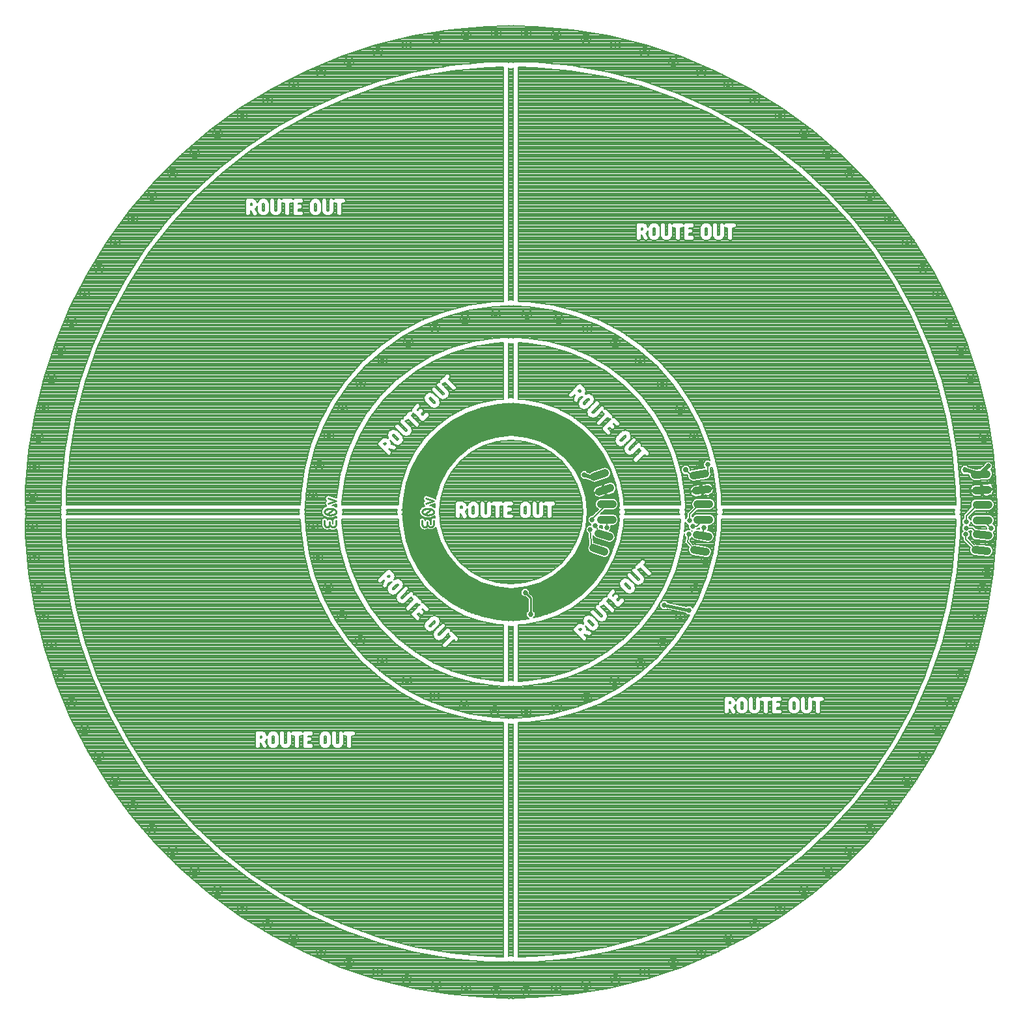
<source format=gbl>
G75*
%MOIN*%
%OFA0B0*%
%FSLAX25Y25*%
%IPPOS*%
%LPD*%
%AMOC8*
5,1,8,0,0,1.08239X$1,22.5*
%
%ADD10C,0.01100*%
%ADD11C,0.04000*%
%ADD12C,0.00800*%
%ADD13C,0.02600*%
%ADD14C,0.02000*%
%ADD15C,0.02700*%
%ADD16C,0.01600*%
%ADD17C,0.00600*%
%ADD18C,0.02778*%
%ADD19C,0.01000*%
%ADD20C,0.00700*%
D10*
X0178350Y0267418D02*
X0178350Y0269385D01*
X0178350Y0267418D02*
X0178352Y0267347D01*
X0178358Y0267276D01*
X0178367Y0267206D01*
X0178381Y0267136D01*
X0178398Y0267067D01*
X0178419Y0266999D01*
X0178443Y0266933D01*
X0178471Y0266868D01*
X0178503Y0266804D01*
X0178538Y0266742D01*
X0178576Y0266682D01*
X0178617Y0266625D01*
X0178662Y0266569D01*
X0178709Y0266516D01*
X0178759Y0266466D01*
X0178812Y0266419D01*
X0178868Y0266374D01*
X0178925Y0266333D01*
X0178985Y0266295D01*
X0179047Y0266260D01*
X0179111Y0266228D01*
X0179176Y0266200D01*
X0179242Y0266176D01*
X0179310Y0266155D01*
X0179379Y0266138D01*
X0179449Y0266124D01*
X0179519Y0266115D01*
X0179590Y0266109D01*
X0179661Y0266107D01*
X0179732Y0266109D01*
X0179803Y0266115D01*
X0179873Y0266124D01*
X0179943Y0266138D01*
X0180012Y0266155D01*
X0180080Y0266176D01*
X0180146Y0266200D01*
X0180211Y0266228D01*
X0180275Y0266260D01*
X0180337Y0266295D01*
X0180397Y0266333D01*
X0180454Y0266374D01*
X0180510Y0266419D01*
X0180563Y0266466D01*
X0180613Y0266516D01*
X0180660Y0266569D01*
X0180705Y0266625D01*
X0180746Y0266682D01*
X0180784Y0266742D01*
X0180819Y0266804D01*
X0180851Y0266868D01*
X0180879Y0266933D01*
X0180903Y0266999D01*
X0180924Y0267067D01*
X0180941Y0267136D01*
X0180955Y0267206D01*
X0180964Y0267276D01*
X0180970Y0267347D01*
X0180972Y0267418D01*
X0180972Y0268730D01*
X0180972Y0267746D02*
X0180974Y0267667D01*
X0180980Y0267588D01*
X0180989Y0267509D01*
X0181003Y0267431D01*
X0181020Y0267354D01*
X0181040Y0267277D01*
X0181065Y0267202D01*
X0181093Y0267128D01*
X0181125Y0267055D01*
X0181160Y0266984D01*
X0181198Y0266915D01*
X0181240Y0266848D01*
X0181285Y0266783D01*
X0181333Y0266720D01*
X0181384Y0266659D01*
X0181438Y0266601D01*
X0181495Y0266546D01*
X0181554Y0266493D01*
X0181616Y0266444D01*
X0181680Y0266397D01*
X0181746Y0266354D01*
X0181814Y0266314D01*
X0181885Y0266277D01*
X0181956Y0266243D01*
X0182030Y0266214D01*
X0182105Y0266187D01*
X0182180Y0266165D01*
X0182257Y0266146D01*
X0182335Y0266130D01*
X0182413Y0266119D01*
X0182492Y0266111D01*
X0182571Y0266107D01*
X0182651Y0266107D01*
X0182730Y0266111D01*
X0182809Y0266119D01*
X0182887Y0266130D01*
X0182965Y0266146D01*
X0183042Y0266165D01*
X0183117Y0266187D01*
X0183192Y0266214D01*
X0183266Y0266243D01*
X0183337Y0266277D01*
X0183408Y0266314D01*
X0183476Y0266354D01*
X0183542Y0266397D01*
X0183606Y0266444D01*
X0183668Y0266493D01*
X0183727Y0266546D01*
X0183784Y0266601D01*
X0183838Y0266659D01*
X0183889Y0266720D01*
X0183937Y0266783D01*
X0183982Y0266848D01*
X0184024Y0266915D01*
X0184062Y0266984D01*
X0184097Y0267055D01*
X0184129Y0267128D01*
X0184157Y0267202D01*
X0184182Y0267277D01*
X0184202Y0267354D01*
X0184219Y0267431D01*
X0184233Y0267509D01*
X0184242Y0267588D01*
X0184248Y0267667D01*
X0184250Y0267746D01*
X0184250Y0269385D01*
X0183431Y0275047D02*
X0183306Y0275106D01*
X0183179Y0275161D01*
X0183052Y0275213D01*
X0182922Y0275260D01*
X0182792Y0275305D01*
X0182660Y0275345D01*
X0182527Y0275382D01*
X0182393Y0275414D01*
X0182259Y0275444D01*
X0182123Y0275469D01*
X0181987Y0275490D01*
X0181850Y0275508D01*
X0181713Y0275521D01*
X0181576Y0275531D01*
X0181438Y0275537D01*
X0181300Y0275539D01*
X0181300Y0272261D02*
X0181162Y0272263D01*
X0181024Y0272269D01*
X0180887Y0272279D01*
X0180750Y0272292D01*
X0180613Y0272310D01*
X0180477Y0272331D01*
X0180341Y0272356D01*
X0180207Y0272386D01*
X0180073Y0272418D01*
X0179940Y0272455D01*
X0179808Y0272495D01*
X0179678Y0272540D01*
X0179548Y0272587D01*
X0179421Y0272639D01*
X0179294Y0272694D01*
X0179169Y0272753D01*
X0179661Y0272589D02*
X0182939Y0275211D01*
X0184250Y0273900D02*
X0184248Y0273832D01*
X0184242Y0273763D01*
X0184233Y0273696D01*
X0184219Y0273629D01*
X0184202Y0273563D01*
X0184181Y0273497D01*
X0184157Y0273434D01*
X0184129Y0273371D01*
X0184097Y0273311D01*
X0184062Y0273252D01*
X0184024Y0273195D01*
X0183983Y0273140D01*
X0183938Y0273088D01*
X0183891Y0273039D01*
X0183841Y0272992D01*
X0183789Y0272948D01*
X0183734Y0272907D01*
X0183677Y0272870D01*
X0183618Y0272835D01*
X0183557Y0272804D01*
X0183494Y0272777D01*
X0183430Y0272753D01*
X0184250Y0273900D02*
X0184248Y0273968D01*
X0184242Y0274037D01*
X0184233Y0274104D01*
X0184219Y0274171D01*
X0184202Y0274237D01*
X0184181Y0274303D01*
X0184157Y0274366D01*
X0184129Y0274429D01*
X0184097Y0274489D01*
X0184062Y0274548D01*
X0184024Y0274605D01*
X0183983Y0274660D01*
X0183938Y0274712D01*
X0183891Y0274761D01*
X0183841Y0274808D01*
X0183789Y0274852D01*
X0183734Y0274893D01*
X0183677Y0274930D01*
X0183618Y0274965D01*
X0183557Y0274996D01*
X0183494Y0275023D01*
X0183430Y0275047D01*
X0183431Y0272754D02*
X0183306Y0272695D01*
X0183179Y0272640D01*
X0183052Y0272588D01*
X0182922Y0272541D01*
X0182792Y0272496D01*
X0182660Y0272456D01*
X0182527Y0272419D01*
X0182393Y0272387D01*
X0182259Y0272357D01*
X0182123Y0272332D01*
X0181987Y0272311D01*
X0181850Y0272293D01*
X0181713Y0272280D01*
X0181576Y0272270D01*
X0181438Y0272264D01*
X0181300Y0272262D01*
X0181300Y0275539D02*
X0181162Y0275537D01*
X0181024Y0275531D01*
X0180887Y0275521D01*
X0180750Y0275508D01*
X0180613Y0275490D01*
X0180477Y0275469D01*
X0180341Y0275444D01*
X0180207Y0275414D01*
X0180073Y0275382D01*
X0179940Y0275345D01*
X0179808Y0275305D01*
X0179678Y0275260D01*
X0179548Y0275213D01*
X0179421Y0275161D01*
X0179294Y0275106D01*
X0179169Y0275047D01*
X0178350Y0273900D02*
X0178352Y0273832D01*
X0178358Y0273763D01*
X0178367Y0273696D01*
X0178381Y0273629D01*
X0178398Y0273563D01*
X0178419Y0273497D01*
X0178443Y0273434D01*
X0178471Y0273371D01*
X0178503Y0273311D01*
X0178538Y0273252D01*
X0178576Y0273195D01*
X0178617Y0273140D01*
X0178662Y0273088D01*
X0178709Y0273039D01*
X0178759Y0272992D01*
X0178811Y0272948D01*
X0178866Y0272907D01*
X0178923Y0272870D01*
X0178982Y0272835D01*
X0179043Y0272804D01*
X0179106Y0272777D01*
X0179170Y0272753D01*
X0178350Y0273900D02*
X0178352Y0273968D01*
X0178358Y0274037D01*
X0178367Y0274104D01*
X0178381Y0274171D01*
X0178398Y0274237D01*
X0178419Y0274303D01*
X0178443Y0274366D01*
X0178471Y0274429D01*
X0178503Y0274489D01*
X0178538Y0274548D01*
X0178576Y0274605D01*
X0178617Y0274660D01*
X0178662Y0274712D01*
X0178709Y0274761D01*
X0178759Y0274808D01*
X0178811Y0274852D01*
X0178866Y0274893D01*
X0178923Y0274930D01*
X0178982Y0274965D01*
X0179043Y0274996D01*
X0179106Y0275023D01*
X0179170Y0275047D01*
X0180317Y0278128D02*
X0184250Y0279439D01*
X0180317Y0280750D01*
X0228350Y0269385D02*
X0228350Y0267418D01*
X0228352Y0267347D01*
X0228358Y0267276D01*
X0228367Y0267206D01*
X0228381Y0267136D01*
X0228398Y0267067D01*
X0228419Y0266999D01*
X0228443Y0266933D01*
X0228471Y0266868D01*
X0228503Y0266804D01*
X0228538Y0266742D01*
X0228576Y0266682D01*
X0228617Y0266625D01*
X0228662Y0266569D01*
X0228709Y0266516D01*
X0228759Y0266466D01*
X0228812Y0266419D01*
X0228868Y0266374D01*
X0228925Y0266333D01*
X0228985Y0266295D01*
X0229047Y0266260D01*
X0229111Y0266228D01*
X0229176Y0266200D01*
X0229242Y0266176D01*
X0229310Y0266155D01*
X0229379Y0266138D01*
X0229449Y0266124D01*
X0229519Y0266115D01*
X0229590Y0266109D01*
X0229661Y0266107D01*
X0229732Y0266109D01*
X0229803Y0266115D01*
X0229873Y0266124D01*
X0229943Y0266138D01*
X0230012Y0266155D01*
X0230080Y0266176D01*
X0230146Y0266200D01*
X0230211Y0266228D01*
X0230275Y0266260D01*
X0230337Y0266295D01*
X0230397Y0266333D01*
X0230454Y0266374D01*
X0230510Y0266419D01*
X0230563Y0266466D01*
X0230613Y0266516D01*
X0230660Y0266569D01*
X0230705Y0266625D01*
X0230746Y0266682D01*
X0230784Y0266742D01*
X0230819Y0266804D01*
X0230851Y0266868D01*
X0230879Y0266933D01*
X0230903Y0266999D01*
X0230924Y0267067D01*
X0230941Y0267136D01*
X0230955Y0267206D01*
X0230964Y0267276D01*
X0230970Y0267347D01*
X0230972Y0267418D01*
X0230972Y0268730D01*
X0230972Y0267746D02*
X0230974Y0267667D01*
X0230980Y0267588D01*
X0230989Y0267509D01*
X0231003Y0267431D01*
X0231020Y0267354D01*
X0231040Y0267277D01*
X0231065Y0267202D01*
X0231093Y0267128D01*
X0231125Y0267055D01*
X0231160Y0266984D01*
X0231198Y0266915D01*
X0231240Y0266848D01*
X0231285Y0266783D01*
X0231333Y0266720D01*
X0231384Y0266659D01*
X0231438Y0266601D01*
X0231495Y0266546D01*
X0231554Y0266493D01*
X0231616Y0266444D01*
X0231680Y0266397D01*
X0231746Y0266354D01*
X0231814Y0266314D01*
X0231885Y0266277D01*
X0231956Y0266243D01*
X0232030Y0266214D01*
X0232105Y0266187D01*
X0232180Y0266165D01*
X0232257Y0266146D01*
X0232335Y0266130D01*
X0232413Y0266119D01*
X0232492Y0266111D01*
X0232571Y0266107D01*
X0232651Y0266107D01*
X0232730Y0266111D01*
X0232809Y0266119D01*
X0232887Y0266130D01*
X0232965Y0266146D01*
X0233042Y0266165D01*
X0233117Y0266187D01*
X0233192Y0266214D01*
X0233266Y0266243D01*
X0233337Y0266277D01*
X0233408Y0266314D01*
X0233476Y0266354D01*
X0233542Y0266397D01*
X0233606Y0266444D01*
X0233668Y0266493D01*
X0233727Y0266546D01*
X0233784Y0266601D01*
X0233838Y0266659D01*
X0233889Y0266720D01*
X0233937Y0266783D01*
X0233982Y0266848D01*
X0234024Y0266915D01*
X0234062Y0266984D01*
X0234097Y0267055D01*
X0234129Y0267128D01*
X0234157Y0267202D01*
X0234182Y0267277D01*
X0234202Y0267354D01*
X0234219Y0267431D01*
X0234233Y0267509D01*
X0234242Y0267588D01*
X0234248Y0267667D01*
X0234250Y0267746D01*
X0234250Y0269385D01*
X0233431Y0275047D02*
X0233306Y0275106D01*
X0233179Y0275161D01*
X0233052Y0275213D01*
X0232922Y0275260D01*
X0232792Y0275305D01*
X0232660Y0275345D01*
X0232527Y0275382D01*
X0232393Y0275414D01*
X0232259Y0275444D01*
X0232123Y0275469D01*
X0231987Y0275490D01*
X0231850Y0275508D01*
X0231713Y0275521D01*
X0231576Y0275531D01*
X0231438Y0275537D01*
X0231300Y0275539D01*
X0231300Y0272261D02*
X0231162Y0272263D01*
X0231024Y0272269D01*
X0230887Y0272279D01*
X0230750Y0272292D01*
X0230613Y0272310D01*
X0230477Y0272331D01*
X0230341Y0272356D01*
X0230207Y0272386D01*
X0230073Y0272418D01*
X0229940Y0272455D01*
X0229808Y0272495D01*
X0229678Y0272540D01*
X0229548Y0272587D01*
X0229421Y0272639D01*
X0229294Y0272694D01*
X0229169Y0272753D01*
X0229661Y0272589D02*
X0232939Y0275211D01*
X0234250Y0273900D02*
X0234248Y0273832D01*
X0234242Y0273763D01*
X0234233Y0273696D01*
X0234219Y0273629D01*
X0234202Y0273563D01*
X0234181Y0273497D01*
X0234157Y0273434D01*
X0234129Y0273371D01*
X0234097Y0273311D01*
X0234062Y0273252D01*
X0234024Y0273195D01*
X0233983Y0273140D01*
X0233938Y0273088D01*
X0233891Y0273039D01*
X0233841Y0272992D01*
X0233789Y0272948D01*
X0233734Y0272907D01*
X0233677Y0272870D01*
X0233618Y0272835D01*
X0233557Y0272804D01*
X0233494Y0272777D01*
X0233430Y0272753D01*
X0234250Y0273900D02*
X0234248Y0273968D01*
X0234242Y0274037D01*
X0234233Y0274104D01*
X0234219Y0274171D01*
X0234202Y0274237D01*
X0234181Y0274303D01*
X0234157Y0274366D01*
X0234129Y0274429D01*
X0234097Y0274489D01*
X0234062Y0274548D01*
X0234024Y0274605D01*
X0233983Y0274660D01*
X0233938Y0274712D01*
X0233891Y0274761D01*
X0233841Y0274808D01*
X0233789Y0274852D01*
X0233734Y0274893D01*
X0233677Y0274930D01*
X0233618Y0274965D01*
X0233557Y0274996D01*
X0233494Y0275023D01*
X0233430Y0275047D01*
X0233431Y0272754D02*
X0233306Y0272695D01*
X0233179Y0272640D01*
X0233052Y0272588D01*
X0232922Y0272541D01*
X0232792Y0272496D01*
X0232660Y0272456D01*
X0232527Y0272419D01*
X0232393Y0272387D01*
X0232259Y0272357D01*
X0232123Y0272332D01*
X0231987Y0272311D01*
X0231850Y0272293D01*
X0231713Y0272280D01*
X0231576Y0272270D01*
X0231438Y0272264D01*
X0231300Y0272262D01*
X0231300Y0275539D02*
X0231162Y0275537D01*
X0231024Y0275531D01*
X0230887Y0275521D01*
X0230750Y0275508D01*
X0230613Y0275490D01*
X0230477Y0275469D01*
X0230341Y0275444D01*
X0230207Y0275414D01*
X0230073Y0275382D01*
X0229940Y0275345D01*
X0229808Y0275305D01*
X0229678Y0275260D01*
X0229548Y0275213D01*
X0229421Y0275161D01*
X0229294Y0275106D01*
X0229169Y0275047D01*
X0228350Y0273900D02*
X0228352Y0273832D01*
X0228358Y0273763D01*
X0228367Y0273696D01*
X0228381Y0273629D01*
X0228398Y0273563D01*
X0228419Y0273497D01*
X0228443Y0273434D01*
X0228471Y0273371D01*
X0228503Y0273311D01*
X0228538Y0273252D01*
X0228576Y0273195D01*
X0228617Y0273140D01*
X0228662Y0273088D01*
X0228709Y0273039D01*
X0228759Y0272992D01*
X0228811Y0272948D01*
X0228866Y0272907D01*
X0228923Y0272870D01*
X0228982Y0272835D01*
X0229043Y0272804D01*
X0229106Y0272777D01*
X0229170Y0272753D01*
X0228350Y0273900D02*
X0228352Y0273968D01*
X0228358Y0274037D01*
X0228367Y0274104D01*
X0228381Y0274171D01*
X0228398Y0274237D01*
X0228419Y0274303D01*
X0228443Y0274366D01*
X0228471Y0274429D01*
X0228503Y0274489D01*
X0228538Y0274548D01*
X0228576Y0274605D01*
X0228617Y0274660D01*
X0228662Y0274712D01*
X0228709Y0274761D01*
X0228759Y0274808D01*
X0228811Y0274852D01*
X0228866Y0274893D01*
X0228923Y0274930D01*
X0228982Y0274965D01*
X0229043Y0274996D01*
X0229106Y0275023D01*
X0229170Y0275047D01*
X0230317Y0278128D02*
X0234250Y0279439D01*
X0230317Y0280750D01*
D11*
X0316311Y0291877D02*
X0322017Y0293731D01*
X0324489Y0286123D02*
X0318783Y0284269D01*
X0319800Y0277850D02*
X0325800Y0277850D01*
X0325800Y0269850D02*
X0319800Y0269850D01*
X0318433Y0262931D02*
X0324139Y0261077D01*
X0321667Y0253469D02*
X0315961Y0255323D01*
X0367561Y0254318D02*
X0373487Y0253380D01*
X0374739Y0261282D02*
X0368813Y0262220D01*
X0369300Y0269850D02*
X0375300Y0269850D01*
X0375300Y0277850D02*
X0369300Y0277850D01*
X0368463Y0284630D02*
X0374389Y0285568D01*
X0373137Y0293470D02*
X0367211Y0292532D01*
X0511305Y0292854D02*
X0517293Y0293230D01*
X0517795Y0285246D02*
X0511807Y0284870D01*
X0512050Y0277600D02*
X0518050Y0277600D01*
X0518050Y0269600D02*
X0512050Y0269600D01*
X0512107Y0262300D02*
X0518095Y0261924D01*
X0517593Y0253940D02*
X0511605Y0254316D01*
D12*
X0124934Y0097576D02*
X0098372Y0097576D01*
X0124934Y0097576D01*
X0124487Y0097925D02*
X0139306Y0086359D01*
X0155019Y0076041D01*
X0171523Y0067041D01*
X0188706Y0059419D01*
X0206454Y0053226D01*
X0224649Y0048502D01*
X0243169Y0045281D01*
X0261890Y0043582D01*
X0270670Y0043505D01*
X0270725Y0043450D01*
X0272175Y0043450D01*
X0272550Y0043825D01*
X0272925Y0043450D01*
X0274375Y0043450D01*
X0274800Y0043875D01*
X0275225Y0043450D01*
X0276675Y0043450D01*
X0276725Y0043500D01*
X0276838Y0043500D01*
X0276843Y0043505D01*
X0285710Y0043582D01*
X0304431Y0045281D01*
X0322951Y0048502D01*
X0341146Y0053226D01*
X0358894Y0059419D01*
X0376077Y0067041D01*
X0376077Y0067041D01*
X0376077Y0067041D01*
X0358894Y0059419D01*
X0358894Y0059419D01*
X0358894Y0059419D01*
X0341146Y0053226D01*
X0341146Y0053226D01*
X0341146Y0053226D01*
X0322951Y0048502D01*
X0322951Y0048502D01*
X0322951Y0048502D01*
X0304431Y0045281D01*
X0304431Y0045281D01*
X0304431Y0045281D01*
X0285710Y0043582D01*
X0285710Y0043582D01*
X0285710Y0043582D01*
X0276843Y0043505D01*
X0276838Y0043500D01*
X0276725Y0043500D01*
X0276675Y0043450D01*
X0275225Y0043450D01*
X0274800Y0043875D01*
X0274375Y0043450D01*
X0272925Y0043450D01*
X0272550Y0043825D01*
X0272175Y0043450D01*
X0270725Y0043450D01*
X0270670Y0043505D01*
X0261890Y0043582D01*
X0261890Y0043582D01*
X0261890Y0043582D01*
X0243169Y0045281D01*
X0243169Y0045281D01*
X0243169Y0045281D01*
X0224649Y0048502D01*
X0224649Y0048502D01*
X0224649Y0048502D01*
X0206454Y0053226D01*
X0206454Y0053226D01*
X0206454Y0053226D01*
X0188706Y0059419D01*
X0188706Y0059419D01*
X0188706Y0059419D01*
X0171523Y0067041D01*
X0171523Y0067041D01*
X0171523Y0067041D01*
X0155019Y0076041D01*
X0155019Y0076041D01*
X0155019Y0076041D01*
X0139306Y0086359D01*
X0139306Y0086359D01*
X0139306Y0086359D01*
X0124487Y0097925D01*
X0124487Y0097925D01*
X0110663Y0110663D01*
X0110663Y0110663D01*
X0124487Y0097925D01*
X0124487Y0097925D01*
X0123999Y0098375D02*
X0097573Y0098375D01*
X0099490Y0098375D01*
X0099606Y0098259D02*
X0101512Y0098259D01*
X0102859Y0099606D01*
X0102859Y0101512D01*
X0101512Y0102859D01*
X0099606Y0102859D01*
X0098259Y0101512D01*
X0098259Y0099606D01*
X0099606Y0098259D01*
X0098692Y0099173D02*
X0096775Y0099173D01*
X0123133Y0099173D01*
X0102426Y0099173D01*
X0102859Y0099972D02*
X0122266Y0099972D01*
X0095976Y0099972D01*
X0098259Y0099972D01*
X0098259Y0100770D02*
X0095178Y0100770D01*
X0121399Y0100770D01*
X0102859Y0100770D01*
X0102801Y0101569D02*
X0120533Y0101569D01*
X0094379Y0101569D01*
X0098316Y0101569D01*
X0099115Y0102368D02*
X0093581Y0102368D01*
X0119666Y0102368D01*
X0102003Y0102368D01*
X0101628Y0098375D02*
X0123999Y0098375D01*
X0125957Y0096778D02*
X0099170Y0096778D01*
X0125957Y0096778D01*
X0126980Y0095979D02*
X0099969Y0095979D01*
X0126980Y0095979D01*
X0128003Y0095181D02*
X0100767Y0095181D01*
X0128003Y0095181D01*
X0129026Y0094382D02*
X0101566Y0094382D01*
X0129026Y0094382D01*
X0130049Y0093584D02*
X0102364Y0093584D01*
X0130049Y0093584D01*
X0131072Y0092785D02*
X0103163Y0092785D01*
X0131072Y0092785D01*
X0132095Y0091987D02*
X0103962Y0091987D01*
X0110490Y0091987D01*
X0110826Y0092323D02*
X0109479Y0090975D01*
X0109479Y0089070D01*
X0110826Y0087723D01*
X0112731Y0087723D01*
X0114079Y0089070D01*
X0114079Y0090975D01*
X0112731Y0092323D01*
X0110826Y0092323D01*
X0109691Y0091188D02*
X0104760Y0091188D01*
X0133118Y0091188D01*
X0113866Y0091188D01*
X0114079Y0090390D02*
X0134141Y0090390D01*
X0105688Y0090390D01*
X0109479Y0090390D01*
X0109479Y0089591D02*
X0106621Y0089591D01*
X0135164Y0089591D01*
X0114079Y0089591D01*
X0113801Y0088793D02*
X0136187Y0088793D01*
X0107554Y0088793D01*
X0109756Y0088793D01*
X0110554Y0087994D02*
X0108488Y0087994D01*
X0137210Y0087994D01*
X0113003Y0087994D01*
X0111287Y0085599D02*
X0140463Y0085599D01*
X0111287Y0085599D01*
X0110354Y0086397D02*
X0139256Y0086397D01*
X0110354Y0086397D01*
X0109421Y0087196D02*
X0138233Y0087196D01*
X0109421Y0087196D01*
X0112221Y0084800D02*
X0141679Y0084800D01*
X0112221Y0084800D01*
X0113154Y0084002D02*
X0142895Y0084002D01*
X0113154Y0084002D01*
X0114087Y0083203D02*
X0144112Y0083203D01*
X0114087Y0083203D01*
X0115021Y0082405D02*
X0145328Y0082405D01*
X0124698Y0082405D01*
X0124590Y0082512D02*
X0122685Y0082512D01*
X0121338Y0081165D01*
X0121338Y0079259D01*
X0122685Y0077912D01*
X0124590Y0077912D01*
X0125938Y0079259D01*
X0125938Y0081165D01*
X0124590Y0082512D01*
X0125496Y0081606D02*
X0146544Y0081606D01*
X0115954Y0081606D01*
X0121779Y0081606D01*
X0121338Y0080808D02*
X0116887Y0080808D01*
X0147760Y0080808D01*
X0125938Y0080808D01*
X0125938Y0080009D02*
X0148976Y0080009D01*
X0117820Y0080009D01*
X0121338Y0080009D01*
X0121386Y0079211D02*
X0118754Y0079211D01*
X0150192Y0079211D01*
X0125889Y0079211D01*
X0125091Y0078412D02*
X0151408Y0078412D01*
X0119728Y0078412D01*
X0122185Y0078412D01*
X0120823Y0077614D02*
X0152624Y0077614D01*
X0120823Y0077614D01*
X0121919Y0076815D02*
X0153840Y0076815D01*
X0121919Y0076815D01*
X0123014Y0076017D02*
X0155064Y0076017D01*
X0123014Y0076017D01*
X0124109Y0075218D02*
X0156528Y0075218D01*
X0124109Y0075218D01*
X0125204Y0074420D02*
X0157993Y0074420D01*
X0125204Y0074420D01*
X0126299Y0073621D02*
X0159457Y0073621D01*
X0126299Y0073621D01*
X0127394Y0072823D02*
X0160921Y0072823D01*
X0137685Y0072823D01*
X0137042Y0073465D02*
X0135137Y0073465D01*
X0133790Y0072118D01*
X0133790Y0070213D01*
X0135137Y0068865D01*
X0137042Y0068865D01*
X0138390Y0070213D01*
X0138390Y0072118D01*
X0137042Y0073465D01*
X0138390Y0072024D02*
X0162385Y0072024D01*
X0128489Y0072024D01*
X0133790Y0072024D01*
X0133790Y0071226D02*
X0129584Y0071226D01*
X0163850Y0071226D01*
X0138390Y0071226D01*
X0138390Y0070427D02*
X0165314Y0070427D01*
X0130679Y0070427D01*
X0133790Y0070427D01*
X0134374Y0069629D02*
X0131774Y0069629D01*
X0166778Y0069629D01*
X0137806Y0069629D01*
X0136359Y0066434D02*
X0172890Y0066434D01*
X0136359Y0066434D01*
X0135064Y0067233D02*
X0171171Y0067233D01*
X0135064Y0067233D01*
X0135031Y0067253D02*
X0119448Y0078617D01*
X0104793Y0091155D01*
X0091155Y0104793D01*
X0078617Y0119448D01*
X0067253Y0135031D01*
X0057133Y0151450D01*
X0048317Y0168604D01*
X0040858Y0186390D01*
X0034802Y0204701D01*
X0030186Y0223427D01*
X0027036Y0242455D01*
X0025371Y0261670D01*
X0025123Y0270498D01*
X0025500Y0270875D01*
X0025500Y0272325D01*
X0025075Y0272750D01*
X0025500Y0273175D01*
X0025500Y0274625D01*
X0025125Y0275000D01*
X0025500Y0275375D01*
X0025500Y0276825D01*
X0025126Y0277199D01*
X0025371Y0285930D01*
X0025371Y0285930D01*
X0025371Y0285930D01*
X0025126Y0277199D01*
X0025500Y0276825D01*
X0025500Y0275375D01*
X0025125Y0275000D01*
X0025500Y0274625D01*
X0025500Y0273175D01*
X0025075Y0272750D01*
X0025500Y0272325D01*
X0025500Y0270875D01*
X0025123Y0270498D01*
X0025371Y0261670D01*
X0027036Y0242455D01*
X0030186Y0223427D01*
X0034802Y0204701D01*
X0040858Y0186390D01*
X0048317Y0168604D01*
X0057133Y0151450D01*
X0067253Y0135031D01*
X0078617Y0119448D01*
X0091155Y0104793D01*
X0104793Y0091155D01*
X0119448Y0078617D01*
X0135031Y0067253D01*
X0151450Y0057133D01*
X0168604Y0048317D01*
X0186390Y0040858D01*
X0204701Y0034802D01*
X0223427Y0030186D01*
X0242455Y0027036D01*
X0261670Y0025371D01*
X0271310Y0025100D01*
X0272275Y0025100D01*
X0272650Y0024725D01*
X0273025Y0025100D01*
X0274475Y0025100D01*
X0274900Y0024675D01*
X0275325Y0025100D01*
X0276290Y0025100D01*
X0285930Y0025371D01*
X0305145Y0027036D01*
X0324173Y0030186D01*
X0342899Y0034802D01*
X0361210Y0040858D01*
X0378996Y0048317D01*
X0396150Y0057133D01*
X0412569Y0067253D01*
X0428152Y0078617D01*
X0442807Y0091155D01*
X0456445Y0104793D01*
X0468983Y0119448D01*
X0480347Y0135031D01*
X0490467Y0151450D01*
X0499283Y0168604D01*
X0506742Y0186390D01*
X0512798Y0204701D01*
X0517414Y0223427D01*
X0520564Y0242455D01*
X0522229Y0261670D01*
X0522229Y0261670D01*
X0522500Y0271309D01*
X0522500Y0272425D01*
X0522925Y0272850D01*
X0522500Y0273275D01*
X0522500Y0274725D01*
X0522875Y0275100D01*
X0522500Y0275475D01*
X0522500Y0276290D01*
X0522229Y0285930D01*
X0520564Y0305145D01*
X0517414Y0324173D01*
X0512798Y0342899D01*
X0506742Y0361210D01*
X0499283Y0378996D01*
X0490467Y0396150D01*
X0480347Y0412569D01*
X0480347Y0412569D01*
X0468983Y0428152D01*
X0468983Y0428152D01*
X0456445Y0442807D01*
X0456445Y0442807D01*
X0468983Y0428152D01*
X0468983Y0428152D01*
X0480347Y0412569D01*
X0490467Y0396150D01*
X0499283Y0378996D01*
X0506742Y0361210D01*
X0512798Y0342899D01*
X0517414Y0324173D01*
X0520564Y0305145D01*
X0521810Y0290762D01*
X0520665Y0291907D01*
X0520011Y0291907D01*
X0520324Y0292823D01*
X0520250Y0294014D01*
X0519724Y0295086D01*
X0519387Y0295384D01*
X0520350Y0296347D01*
X0520350Y0298253D01*
X0519003Y0299600D01*
X0521045Y0299600D01*
X0519003Y0299600D01*
X0517097Y0299600D01*
X0502758Y0299600D01*
X0517097Y0299600D01*
X0515750Y0298253D01*
X0515750Y0297828D01*
X0513948Y0296026D01*
X0511611Y0295879D01*
X0508035Y0296888D01*
X0507273Y0297650D01*
X0505327Y0297650D01*
X0503950Y0296273D01*
X0503950Y0294327D01*
X0505327Y0292950D01*
X0507263Y0292950D01*
X0508311Y0292654D01*
X0508348Y0292070D01*
X0508873Y0290998D01*
X0509768Y0290209D01*
X0510898Y0289822D01*
X0518077Y0290274D01*
X0519149Y0290799D01*
X0519938Y0291694D01*
X0520324Y0292823D01*
X0520250Y0294014D01*
X0519724Y0295086D01*
X0519387Y0295384D01*
X0520350Y0296347D01*
X0520350Y0298253D01*
X0519003Y0299600D01*
X0517097Y0299600D01*
X0515750Y0298253D01*
X0515750Y0297828D01*
X0513948Y0296026D01*
X0511611Y0295879D01*
X0508035Y0296888D01*
X0507273Y0297650D01*
X0505327Y0297650D01*
X0503950Y0296273D01*
X0503950Y0294327D01*
X0505327Y0292950D01*
X0507263Y0292950D01*
X0508311Y0292654D01*
X0508348Y0292070D01*
X0508873Y0290998D01*
X0509768Y0290209D01*
X0510898Y0289822D01*
X0517413Y0290232D01*
X0517413Y0288654D01*
X0517813Y0288253D01*
X0511023Y0287826D01*
X0509951Y0287301D01*
X0509162Y0286406D01*
X0508776Y0285277D01*
X0508850Y0284086D01*
X0509376Y0283014D01*
X0510271Y0282225D01*
X0511400Y0281838D01*
X0516629Y0282167D01*
X0516629Y0280600D01*
X0511453Y0280600D01*
X0510351Y0280143D01*
X0509507Y0279299D01*
X0509050Y0278197D01*
X0509050Y0277003D01*
X0509335Y0276315D01*
X0505400Y0272380D01*
X0505400Y0270653D01*
X0504500Y0269753D01*
X0504500Y0267847D01*
X0505172Y0267175D01*
X0504500Y0266503D01*
X0504500Y0264597D01*
X0505047Y0264050D01*
X0504250Y0263253D01*
X0504250Y0261347D01*
X0505150Y0260447D01*
X0505150Y0259220D01*
X0508853Y0255517D01*
X0508648Y0255100D01*
X0508573Y0253909D01*
X0508960Y0252780D01*
X0509749Y0251885D01*
X0510821Y0251360D01*
X0518000Y0250908D01*
X0519129Y0251295D01*
X0520024Y0252084D01*
X0520550Y0253156D01*
X0520624Y0254347D01*
X0520238Y0255476D01*
X0519449Y0256371D01*
X0518377Y0256896D01*
X0511198Y0257348D01*
X0511037Y0257293D01*
X0507950Y0260380D01*
X0507950Y0260447D01*
X0508850Y0261347D01*
X0508850Y0263253D01*
X0508303Y0263800D01*
X0508653Y0264150D01*
X0509220Y0264150D01*
X0509524Y0263846D01*
X0509150Y0263084D01*
X0509076Y0261893D01*
X0509462Y0260764D01*
X0510251Y0259869D01*
X0511323Y0259344D01*
X0518502Y0258892D01*
X0519632Y0259279D01*
X0520527Y0260068D01*
X0521052Y0261140D01*
X0521127Y0262331D01*
X0520740Y0263460D01*
X0520727Y0263475D01*
X0521850Y0264597D01*
X0521850Y0266503D01*
X0520523Y0267830D01*
X0520593Y0267901D01*
X0521050Y0269003D01*
X0521050Y0270197D01*
X0520593Y0271299D01*
X0519749Y0272143D01*
X0518647Y0272600D01*
X0511453Y0272600D01*
X0510351Y0272143D01*
X0509507Y0271299D01*
X0509050Y0270197D01*
X0509050Y0269803D01*
X0508200Y0270653D01*
X0508200Y0271220D01*
X0511580Y0274600D01*
X0518647Y0274600D01*
X0519749Y0275057D01*
X0520593Y0275901D01*
X0521050Y0277003D01*
X0521050Y0278197D01*
X0520593Y0279299D01*
X0519749Y0280143D01*
X0518647Y0280600D01*
X0511453Y0280600D01*
X0510351Y0280143D01*
X0509507Y0279299D01*
X0509050Y0278197D01*
X0509050Y0277003D01*
X0509335Y0276315D01*
X0505400Y0272380D01*
X0505400Y0270653D01*
X0504500Y0269753D01*
X0504500Y0267847D01*
X0505172Y0267175D01*
X0504500Y0266503D01*
X0504500Y0264597D01*
X0505047Y0264050D01*
X0504250Y0263253D01*
X0504250Y0261347D01*
X0505150Y0260447D01*
X0505150Y0259220D01*
X0508853Y0255517D01*
X0508648Y0255100D01*
X0508573Y0253909D01*
X0508960Y0252780D01*
X0509749Y0251885D01*
X0510821Y0251360D01*
X0518000Y0250908D01*
X0519129Y0251295D01*
X0520024Y0252084D01*
X0520550Y0253156D01*
X0520624Y0254347D01*
X0520238Y0255476D01*
X0519985Y0255763D01*
X0521263Y0257041D01*
X0521263Y0258946D01*
X0520322Y0259887D01*
X0520527Y0260068D01*
X0521052Y0261140D01*
X0521127Y0262331D01*
X0520740Y0263460D01*
X0520727Y0263475D01*
X0521850Y0264597D01*
X0521850Y0266503D01*
X0520523Y0267830D01*
X0520593Y0267901D01*
X0521050Y0269003D01*
X0521050Y0270197D01*
X0520593Y0271299D01*
X0520338Y0271554D01*
X0520382Y0271554D01*
X0521729Y0272902D01*
X0521729Y0274807D01*
X0520606Y0275930D01*
X0521050Y0277003D01*
X0521050Y0278197D01*
X0520593Y0279299D01*
X0520289Y0279603D01*
X0521229Y0280543D01*
X0521229Y0282448D01*
X0520219Y0283459D01*
X0520440Y0283710D01*
X0520827Y0284839D01*
X0520752Y0286030D01*
X0520227Y0287102D01*
X0519995Y0287307D01*
X0520665Y0287307D01*
X0521994Y0288636D01*
X0522229Y0285930D01*
X0522500Y0276290D01*
X0522500Y0275475D01*
X0522875Y0275100D01*
X0522500Y0274725D01*
X0522500Y0273275D01*
X0522925Y0272850D01*
X0522500Y0272425D01*
X0522500Y0271309D01*
X0522229Y0261670D01*
X0522229Y0261670D01*
X0520564Y0242455D01*
X0517414Y0223427D01*
X0512798Y0204701D01*
X0506742Y0186390D01*
X0499283Y0168604D01*
X0490467Y0151450D01*
X0480347Y0135031D01*
X0468983Y0119448D01*
X0456445Y0104793D01*
X0442807Y0091155D01*
X0428152Y0078617D01*
X0412569Y0067253D01*
X0396150Y0057133D01*
X0378996Y0048317D01*
X0361210Y0040858D01*
X0342899Y0034802D01*
X0324173Y0030186D01*
X0305145Y0027036D01*
X0285930Y0025371D01*
X0276290Y0025100D01*
X0275325Y0025100D01*
X0274900Y0024675D01*
X0274475Y0025100D01*
X0273025Y0025100D01*
X0272650Y0024725D01*
X0272275Y0025100D01*
X0271310Y0025100D01*
X0261670Y0025371D01*
X0242455Y0027036D01*
X0223427Y0030186D01*
X0204701Y0034802D01*
X0186390Y0040858D01*
X0168604Y0048317D01*
X0151450Y0057133D01*
X0135031Y0067253D01*
X0133964Y0068032D02*
X0169707Y0068032D01*
X0133964Y0068032D01*
X0132869Y0068830D02*
X0168242Y0068830D01*
X0132869Y0068830D01*
X0134494Y0072823D02*
X0127394Y0072823D01*
X0122578Y0082405D02*
X0115021Y0082405D01*
X0113067Y0091987D02*
X0132095Y0091987D01*
X0133560Y0094382D02*
X0270000Y0094382D01*
X0270000Y0093584D02*
X0134583Y0093584D01*
X0135606Y0092785D02*
X0270000Y0092785D01*
X0270000Y0091987D02*
X0136629Y0091987D01*
X0137652Y0091188D02*
X0270000Y0091188D01*
X0270000Y0090390D02*
X0138675Y0090390D01*
X0139698Y0089591D02*
X0270000Y0089591D01*
X0270000Y0088793D02*
X0140721Y0088793D01*
X0140932Y0088628D02*
X0126294Y0100054D01*
X0112637Y0112637D01*
X0100054Y0126294D01*
X0088628Y0140932D01*
X0078436Y0156455D01*
X0069545Y0172758D01*
X0062016Y0189733D01*
X0055897Y0207266D01*
X0051231Y0225240D01*
X0048049Y0243535D01*
X0046371Y0262028D01*
X0046138Y0270000D01*
X0165925Y0270000D01*
X0166024Y0269901D01*
X0166111Y0264940D01*
X0167824Y0252381D01*
X0171006Y0240111D01*
X0175612Y0228302D01*
X0181578Y0217118D01*
X0188821Y0206716D01*
X0188821Y0206716D01*
X0197239Y0197239D01*
X0206716Y0188821D01*
X0217118Y0181578D01*
X0217118Y0181578D01*
X0228302Y0175612D01*
X0228302Y0175612D01*
X0240111Y0171006D01*
X0240111Y0171006D01*
X0252381Y0167824D01*
X0252381Y0167824D01*
X0264940Y0166111D01*
X0264940Y0166111D01*
X0269901Y0166024D01*
X0270000Y0165925D01*
X0270000Y0046225D01*
X0269916Y0046141D01*
X0262028Y0046371D01*
X0243535Y0048049D01*
X0225240Y0051231D01*
X0207266Y0055897D01*
X0189733Y0062016D01*
X0172758Y0069545D01*
X0156455Y0078436D01*
X0140932Y0088628D01*
X0141898Y0087994D02*
X0270000Y0087994D01*
X0270000Y0087196D02*
X0143114Y0087196D01*
X0144330Y0086397D02*
X0270000Y0086397D01*
X0270000Y0085599D02*
X0145546Y0085599D01*
X0146762Y0084800D02*
X0270000Y0084800D01*
X0270000Y0084002D02*
X0147978Y0084002D01*
X0149194Y0083203D02*
X0270000Y0083203D01*
X0270000Y0082405D02*
X0150410Y0082405D01*
X0151627Y0081606D02*
X0270000Y0081606D01*
X0270000Y0080808D02*
X0152843Y0080808D01*
X0154059Y0080009D02*
X0270000Y0080009D01*
X0270000Y0079211D02*
X0155275Y0079211D01*
X0156498Y0078412D02*
X0270000Y0078412D01*
X0270000Y0077614D02*
X0157963Y0077614D01*
X0159427Y0076815D02*
X0270000Y0076815D01*
X0270000Y0076017D02*
X0160891Y0076017D01*
X0162355Y0075218D02*
X0270000Y0075218D01*
X0270000Y0074420D02*
X0163820Y0074420D01*
X0165284Y0073621D02*
X0270000Y0073621D01*
X0270000Y0072823D02*
X0166748Y0072823D01*
X0168212Y0072024D02*
X0270000Y0072024D01*
X0270000Y0071226D02*
X0169677Y0071226D01*
X0171141Y0070427D02*
X0270000Y0070427D01*
X0270000Y0069629D02*
X0172605Y0069629D01*
X0174370Y0068830D02*
X0270000Y0068830D01*
X0270000Y0068032D02*
X0176170Y0068032D01*
X0177971Y0067233D02*
X0270000Y0067233D01*
X0270000Y0066434D02*
X0179771Y0066434D01*
X0181571Y0065636D02*
X0270000Y0065636D01*
X0270000Y0064837D02*
X0183371Y0064837D01*
X0185171Y0064039D02*
X0270000Y0064039D01*
X0270000Y0063240D02*
X0186971Y0063240D01*
X0188771Y0062442D02*
X0270000Y0062442D01*
X0270000Y0061643D02*
X0190799Y0061643D01*
X0193087Y0060845D02*
X0270000Y0060845D01*
X0270000Y0060046D02*
X0195376Y0060046D01*
X0197664Y0059248D02*
X0270000Y0059248D01*
X0270000Y0058449D02*
X0199952Y0058449D01*
X0202240Y0057651D02*
X0270000Y0057651D01*
X0270000Y0056852D02*
X0204529Y0056852D01*
X0206817Y0056054D02*
X0270000Y0056054D01*
X0270000Y0055255D02*
X0209739Y0055255D01*
X0207864Y0052860D02*
X0159764Y0052860D01*
X0207864Y0052860D01*
X0205214Y0053658D02*
X0158210Y0053658D01*
X0161165Y0053658D01*
X0161620Y0053203D02*
X0163525Y0053203D01*
X0164872Y0054551D01*
X0164872Y0056456D01*
X0163525Y0057803D01*
X0161620Y0057803D01*
X0160272Y0056456D01*
X0160272Y0054551D01*
X0161620Y0053203D01*
X0161318Y0052061D02*
X0210940Y0052061D01*
X0161318Y0052061D01*
X0162871Y0051263D02*
X0214016Y0051263D01*
X0162871Y0051263D01*
X0164425Y0050464D02*
X0217091Y0050464D01*
X0178237Y0050464D01*
X0178799Y0049903D02*
X0177451Y0051250D01*
X0175546Y0051250D01*
X0174199Y0049903D01*
X0174199Y0047997D01*
X0175546Y0046650D01*
X0177451Y0046650D01*
X0178799Y0047997D01*
X0178799Y0049903D01*
X0178799Y0049666D02*
X0220167Y0049666D01*
X0165979Y0049666D01*
X0174199Y0049666D01*
X0174199Y0048867D02*
X0167533Y0048867D01*
X0223243Y0048867D01*
X0178799Y0048867D01*
X0178799Y0048069D02*
X0227142Y0048069D01*
X0169195Y0048069D01*
X0174199Y0048069D01*
X0174926Y0047270D02*
X0171099Y0047270D01*
X0231732Y0047270D01*
X0178072Y0047270D01*
X0176812Y0044875D02*
X0247643Y0044875D01*
X0192471Y0044875D01*
X0193109Y0044237D02*
X0191762Y0045584D01*
X0189857Y0045584D01*
X0188509Y0044237D01*
X0188509Y0042332D01*
X0189857Y0040984D01*
X0191762Y0040984D01*
X0193109Y0042332D01*
X0193109Y0044237D01*
X0193109Y0044076D02*
X0256444Y0044076D01*
X0178716Y0044076D01*
X0188509Y0044076D01*
X0188509Y0043278D02*
X0180621Y0043278D01*
X0366979Y0043278D01*
X0359091Y0043278D01*
X0359091Y0044076D02*
X0368884Y0044076D01*
X0291156Y0044076D01*
X0354491Y0044076D01*
X0354491Y0044237D02*
X0354491Y0042332D01*
X0355838Y0040984D01*
X0357743Y0040984D01*
X0359091Y0042332D01*
X0359091Y0044237D01*
X0357743Y0045584D01*
X0355838Y0045584D01*
X0354491Y0044237D01*
X0355129Y0044875D02*
X0299957Y0044875D01*
X0370788Y0044875D01*
X0358453Y0044875D01*
X0359091Y0042479D02*
X0365075Y0042479D01*
X0182525Y0042479D01*
X0188509Y0042479D01*
X0189160Y0041681D02*
X0184429Y0041681D01*
X0363171Y0041681D01*
X0358440Y0041681D01*
X0358867Y0040084D02*
X0188733Y0040084D01*
X0203750Y0040084D01*
X0203147Y0039481D02*
X0203147Y0037575D01*
X0204494Y0036228D01*
X0206400Y0036228D01*
X0207747Y0037575D01*
X0207747Y0039481D01*
X0206400Y0040828D01*
X0204494Y0040828D01*
X0203147Y0039481D01*
X0203147Y0039285D02*
X0191147Y0039285D01*
X0356453Y0039285D01*
X0344453Y0039285D01*
X0344453Y0039481D02*
X0343105Y0040828D01*
X0341200Y0040828D01*
X0339853Y0039481D01*
X0339853Y0037575D01*
X0341200Y0036228D01*
X0343105Y0036228D01*
X0344453Y0037575D01*
X0344453Y0039481D01*
X0343850Y0040084D02*
X0358867Y0040084D01*
X0361267Y0040882D02*
X0186333Y0040882D01*
X0361267Y0040882D01*
X0355142Y0041681D02*
X0192458Y0041681D01*
X0193109Y0042479D02*
X0354491Y0042479D01*
X0354491Y0043278D02*
X0193109Y0043278D01*
X0189147Y0044875D02*
X0176812Y0044875D01*
X0174908Y0045673D02*
X0240912Y0045673D01*
X0174908Y0045673D01*
X0173004Y0046472D02*
X0236322Y0046472D01*
X0173004Y0046472D01*
X0174760Y0050464D02*
X0164425Y0050464D01*
X0163980Y0053658D02*
X0205214Y0053658D01*
X0202926Y0054457D02*
X0156656Y0054457D01*
X0160366Y0054457D01*
X0160272Y0055255D02*
X0155103Y0055255D01*
X0200638Y0055255D01*
X0164872Y0055255D01*
X0164872Y0056054D02*
X0198350Y0056054D01*
X0153549Y0056054D01*
X0160272Y0056054D01*
X0160669Y0056852D02*
X0151995Y0056852D01*
X0196061Y0056852D01*
X0164476Y0056852D01*
X0163678Y0057651D02*
X0193773Y0057651D01*
X0150609Y0057651D01*
X0161467Y0057651D01*
X0164778Y0054457D02*
X0202926Y0054457D01*
X0212815Y0054457D02*
X0270000Y0054457D01*
X0270000Y0053658D02*
X0215890Y0053658D01*
X0218966Y0052860D02*
X0270000Y0052860D01*
X0270000Y0052061D02*
X0222042Y0052061D01*
X0225118Y0051263D02*
X0270000Y0051263D01*
X0270000Y0050464D02*
X0229649Y0050464D01*
X0234239Y0049666D02*
X0270000Y0049666D01*
X0270000Y0048867D02*
X0238829Y0048867D01*
X0243419Y0048069D02*
X0270000Y0048069D01*
X0270000Y0047270D02*
X0252115Y0047270D01*
X0260916Y0046472D02*
X0270000Y0046472D01*
X0272600Y0046625D02*
X0272600Y0165425D01*
X0272650Y0165475D01*
X0273025Y0165100D01*
X0274475Y0165100D01*
X0274900Y0165525D01*
X0275000Y0165425D01*
X0275000Y0046725D01*
X0274800Y0046525D01*
X0274375Y0046950D01*
X0272925Y0046950D01*
X0272600Y0046625D01*
X0272600Y0047270D02*
X0275000Y0047270D01*
X0275000Y0048069D02*
X0272600Y0048069D01*
X0272600Y0048867D02*
X0275000Y0048867D01*
X0275000Y0049666D02*
X0272600Y0049666D01*
X0272600Y0050464D02*
X0275000Y0050464D01*
X0275000Y0051263D02*
X0272600Y0051263D01*
X0272600Y0052061D02*
X0275000Y0052061D01*
X0275000Y0052860D02*
X0272600Y0052860D01*
X0272600Y0053658D02*
X0275000Y0053658D01*
X0275000Y0054457D02*
X0272600Y0054457D01*
X0272600Y0055255D02*
X0275000Y0055255D01*
X0275000Y0056054D02*
X0272600Y0056054D01*
X0272600Y0056852D02*
X0275000Y0056852D01*
X0275000Y0057651D02*
X0272600Y0057651D01*
X0272600Y0058449D02*
X0275000Y0058449D01*
X0275000Y0059248D02*
X0272600Y0059248D01*
X0272600Y0060046D02*
X0275000Y0060046D01*
X0275000Y0060845D02*
X0272600Y0060845D01*
X0272600Y0061643D02*
X0275000Y0061643D01*
X0275000Y0062442D02*
X0272600Y0062442D01*
X0272600Y0063240D02*
X0275000Y0063240D01*
X0275000Y0064039D02*
X0272600Y0064039D01*
X0272600Y0064837D02*
X0275000Y0064837D01*
X0275000Y0065636D02*
X0272600Y0065636D01*
X0272600Y0066434D02*
X0275000Y0066434D01*
X0275000Y0067233D02*
X0272600Y0067233D01*
X0272600Y0068032D02*
X0275000Y0068032D01*
X0275000Y0068830D02*
X0272600Y0068830D01*
X0272600Y0069629D02*
X0275000Y0069629D01*
X0275000Y0070427D02*
X0272600Y0070427D01*
X0272600Y0071226D02*
X0275000Y0071226D01*
X0275000Y0072024D02*
X0272600Y0072024D01*
X0272600Y0072823D02*
X0275000Y0072823D01*
X0275000Y0073621D02*
X0272600Y0073621D01*
X0272600Y0074420D02*
X0275000Y0074420D01*
X0275000Y0075218D02*
X0272600Y0075218D01*
X0272600Y0076017D02*
X0275000Y0076017D01*
X0275000Y0076815D02*
X0272600Y0076815D01*
X0272600Y0077614D02*
X0275000Y0077614D01*
X0275000Y0078412D02*
X0272600Y0078412D01*
X0272600Y0079211D02*
X0275000Y0079211D01*
X0275000Y0080009D02*
X0272600Y0080009D01*
X0272600Y0080808D02*
X0275000Y0080808D01*
X0275000Y0081606D02*
X0272600Y0081606D01*
X0272600Y0082405D02*
X0275000Y0082405D01*
X0275000Y0083203D02*
X0272600Y0083203D01*
X0272600Y0084002D02*
X0275000Y0084002D01*
X0275000Y0084800D02*
X0272600Y0084800D01*
X0272600Y0085599D02*
X0275000Y0085599D01*
X0275000Y0086397D02*
X0272600Y0086397D01*
X0272600Y0087196D02*
X0275000Y0087196D01*
X0275000Y0087994D02*
X0272600Y0087994D01*
X0272600Y0088793D02*
X0275000Y0088793D01*
X0275000Y0089591D02*
X0272600Y0089591D01*
X0272600Y0090390D02*
X0275000Y0090390D01*
X0275000Y0091188D02*
X0272600Y0091188D01*
X0272600Y0091987D02*
X0275000Y0091987D01*
X0275000Y0092785D02*
X0272600Y0092785D01*
X0272600Y0093584D02*
X0275000Y0093584D01*
X0275000Y0094382D02*
X0272600Y0094382D01*
X0272600Y0095181D02*
X0275000Y0095181D01*
X0275000Y0095979D02*
X0272600Y0095979D01*
X0272600Y0096778D02*
X0275000Y0096778D01*
X0275000Y0097576D02*
X0272600Y0097576D01*
X0272600Y0098375D02*
X0275000Y0098375D01*
X0275000Y0099173D02*
X0272600Y0099173D01*
X0272600Y0099972D02*
X0275000Y0099972D01*
X0275000Y0100770D02*
X0272600Y0100770D01*
X0272600Y0101569D02*
X0275000Y0101569D01*
X0275000Y0102368D02*
X0272600Y0102368D01*
X0272600Y0103166D02*
X0275000Y0103166D01*
X0275000Y0103965D02*
X0272600Y0103965D01*
X0272600Y0104763D02*
X0275000Y0104763D01*
X0275000Y0105562D02*
X0272600Y0105562D01*
X0272600Y0106360D02*
X0275000Y0106360D01*
X0275000Y0107159D02*
X0272600Y0107159D01*
X0272600Y0107957D02*
X0275000Y0107957D01*
X0275000Y0108756D02*
X0272600Y0108756D01*
X0272600Y0109554D02*
X0275000Y0109554D01*
X0275000Y0110353D02*
X0272600Y0110353D01*
X0272600Y0111151D02*
X0275000Y0111151D01*
X0275000Y0111950D02*
X0272600Y0111950D01*
X0272600Y0112748D02*
X0275000Y0112748D01*
X0275000Y0113547D02*
X0272600Y0113547D01*
X0272600Y0114345D02*
X0275000Y0114345D01*
X0275000Y0115144D02*
X0272600Y0115144D01*
X0272600Y0115942D02*
X0275000Y0115942D01*
X0275000Y0116741D02*
X0272600Y0116741D01*
X0272600Y0117539D02*
X0275000Y0117539D01*
X0275000Y0118338D02*
X0272600Y0118338D01*
X0272600Y0119136D02*
X0275000Y0119136D01*
X0275000Y0119935D02*
X0272600Y0119935D01*
X0272600Y0120733D02*
X0275000Y0120733D01*
X0275000Y0121532D02*
X0272600Y0121532D01*
X0272600Y0122330D02*
X0275000Y0122330D01*
X0275000Y0123129D02*
X0272600Y0123129D01*
X0272600Y0123927D02*
X0275000Y0123927D01*
X0275000Y0124726D02*
X0272600Y0124726D01*
X0272600Y0125524D02*
X0275000Y0125524D01*
X0275000Y0126323D02*
X0272600Y0126323D01*
X0272600Y0127121D02*
X0275000Y0127121D01*
X0275000Y0127920D02*
X0272600Y0127920D01*
X0272600Y0128718D02*
X0275000Y0128718D01*
X0275000Y0129517D02*
X0272600Y0129517D01*
X0272600Y0130315D02*
X0275000Y0130315D01*
X0275000Y0131114D02*
X0272600Y0131114D01*
X0272600Y0131912D02*
X0275000Y0131912D01*
X0275000Y0132711D02*
X0272600Y0132711D01*
X0272600Y0133509D02*
X0275000Y0133509D01*
X0275000Y0134308D02*
X0272600Y0134308D01*
X0272600Y0135106D02*
X0275000Y0135106D01*
X0275000Y0135905D02*
X0272600Y0135905D01*
X0272600Y0136703D02*
X0275000Y0136703D01*
X0275000Y0137502D02*
X0272600Y0137502D01*
X0272600Y0138301D02*
X0275000Y0138301D01*
X0275000Y0139099D02*
X0272600Y0139099D01*
X0272600Y0139898D02*
X0275000Y0139898D01*
X0275000Y0140696D02*
X0272600Y0140696D01*
X0272600Y0141495D02*
X0275000Y0141495D01*
X0275000Y0142293D02*
X0272600Y0142293D01*
X0272600Y0143092D02*
X0275000Y0143092D01*
X0275000Y0143890D02*
X0272600Y0143890D01*
X0272600Y0144689D02*
X0275000Y0144689D01*
X0275000Y0145487D02*
X0272600Y0145487D01*
X0272600Y0146286D02*
X0275000Y0146286D01*
X0275000Y0147084D02*
X0272600Y0147084D01*
X0272600Y0147883D02*
X0275000Y0147883D01*
X0275000Y0148681D02*
X0272600Y0148681D01*
X0272600Y0149480D02*
X0275000Y0149480D01*
X0275000Y0150278D02*
X0272600Y0150278D01*
X0272600Y0151077D02*
X0275000Y0151077D01*
X0275000Y0151875D02*
X0272600Y0151875D01*
X0272600Y0152674D02*
X0275000Y0152674D01*
X0275000Y0153472D02*
X0272600Y0153472D01*
X0272600Y0154271D02*
X0275000Y0154271D01*
X0275000Y0155069D02*
X0272600Y0155069D01*
X0272600Y0155868D02*
X0275000Y0155868D01*
X0275000Y0156666D02*
X0272600Y0156666D01*
X0272600Y0157465D02*
X0275000Y0157465D01*
X0275000Y0158263D02*
X0272600Y0158263D01*
X0272600Y0159062D02*
X0275000Y0159062D01*
X0275000Y0159860D02*
X0272600Y0159860D01*
X0272600Y0160659D02*
X0275000Y0160659D01*
X0275000Y0161457D02*
X0272600Y0161457D01*
X0272600Y0162256D02*
X0275000Y0162256D01*
X0275000Y0163054D02*
X0272600Y0163054D01*
X0272600Y0163853D02*
X0275000Y0163853D01*
X0275000Y0164651D02*
X0272600Y0164651D01*
X0272625Y0165450D02*
X0272675Y0165450D01*
X0274825Y0165450D02*
X0274975Y0165450D01*
X0277600Y0165450D02*
X0474069Y0165450D01*
X0473634Y0164651D02*
X0277600Y0164651D01*
X0277600Y0163853D02*
X0473199Y0163853D01*
X0472763Y0163054D02*
X0277600Y0163054D01*
X0277600Y0162256D02*
X0472328Y0162256D01*
X0471892Y0161457D02*
X0277600Y0161457D01*
X0277600Y0160659D02*
X0471457Y0160659D01*
X0471021Y0159860D02*
X0277600Y0159860D01*
X0277600Y0159062D02*
X0470586Y0159062D01*
X0470150Y0158263D02*
X0277600Y0158263D01*
X0277600Y0157465D02*
X0469715Y0157465D01*
X0469279Y0156666D02*
X0277600Y0156666D01*
X0277600Y0155868D02*
X0468779Y0155868D01*
X0469164Y0156455D02*
X0458972Y0140932D01*
X0447546Y0126294D01*
X0434963Y0112637D01*
X0421306Y0100054D01*
X0406668Y0088628D01*
X0391145Y0078436D01*
X0391145Y0078436D01*
X0374842Y0069545D01*
X0357867Y0062016D01*
X0340334Y0055897D01*
X0322360Y0051231D01*
X0304065Y0048049D01*
X0285572Y0046371D01*
X0277600Y0046138D01*
X0277600Y0165925D01*
X0277699Y0166024D01*
X0282660Y0166111D01*
X0295219Y0167824D01*
X0307489Y0171006D01*
X0319298Y0175612D01*
X0330482Y0181578D01*
X0340884Y0188821D01*
X0340884Y0188821D01*
X0350361Y0197239D01*
X0358779Y0206716D01*
X0366022Y0217118D01*
X0366022Y0217118D01*
X0371988Y0228302D01*
X0371988Y0228302D01*
X0376594Y0240111D01*
X0379776Y0252381D01*
X0379776Y0252381D01*
X0381489Y0264940D01*
X0381577Y0270000D01*
X0501425Y0270000D01*
X0501461Y0269964D01*
X0501229Y0262028D01*
X0499551Y0243535D01*
X0496369Y0225240D01*
X0491703Y0207266D01*
X0485584Y0189733D01*
X0478055Y0172758D01*
X0469164Y0156455D01*
X0468254Y0155069D02*
X0277600Y0155069D01*
X0277600Y0154271D02*
X0467730Y0154271D01*
X0467206Y0153472D02*
X0277600Y0153472D01*
X0277600Y0152674D02*
X0466681Y0152674D01*
X0466157Y0151875D02*
X0277600Y0151875D01*
X0277600Y0151077D02*
X0465633Y0151077D01*
X0465108Y0150278D02*
X0277600Y0150278D01*
X0277600Y0149480D02*
X0464584Y0149480D01*
X0464060Y0148681D02*
X0277600Y0148681D01*
X0277600Y0147883D02*
X0463535Y0147883D01*
X0463011Y0147084D02*
X0277600Y0147084D01*
X0277600Y0146286D02*
X0462487Y0146286D01*
X0461963Y0145487D02*
X0277600Y0145487D01*
X0277600Y0144689D02*
X0461438Y0144689D01*
X0460914Y0143890D02*
X0277600Y0143890D01*
X0277600Y0143092D02*
X0460390Y0143092D01*
X0459865Y0142293D02*
X0277600Y0142293D01*
X0277600Y0141495D02*
X0459341Y0141495D01*
X0458787Y0140696D02*
X0277600Y0140696D01*
X0277600Y0139898D02*
X0458164Y0139898D01*
X0457541Y0139099D02*
X0277600Y0139099D01*
X0277600Y0138301D02*
X0456918Y0138301D01*
X0456294Y0137502D02*
X0277600Y0137502D01*
X0277600Y0136703D02*
X0455671Y0136703D01*
X0455048Y0135905D02*
X0277600Y0135905D01*
X0277600Y0135106D02*
X0454424Y0135106D01*
X0453801Y0134308D02*
X0277600Y0134308D01*
X0277600Y0133509D02*
X0453178Y0133509D01*
X0452555Y0132711D02*
X0277600Y0132711D01*
X0277600Y0131912D02*
X0451931Y0131912D01*
X0451308Y0131114D02*
X0277600Y0131114D01*
X0277600Y0130315D02*
X0450685Y0130315D01*
X0450062Y0129517D02*
X0277600Y0129517D01*
X0277600Y0128718D02*
X0449438Y0128718D01*
X0448815Y0127920D02*
X0277600Y0127920D01*
X0277600Y0127121D02*
X0448192Y0127121D01*
X0447568Y0126323D02*
X0277600Y0126323D01*
X0277600Y0125524D02*
X0446837Y0125524D01*
X0446101Y0124726D02*
X0277600Y0124726D01*
X0277600Y0123927D02*
X0445365Y0123927D01*
X0444629Y0123129D02*
X0277600Y0123129D01*
X0277600Y0122330D02*
X0443894Y0122330D01*
X0443158Y0121532D02*
X0277600Y0121532D01*
X0277600Y0120733D02*
X0442422Y0120733D01*
X0441686Y0119935D02*
X0277600Y0119935D01*
X0277600Y0119136D02*
X0440951Y0119136D01*
X0440215Y0118338D02*
X0277600Y0118338D01*
X0277600Y0117539D02*
X0439479Y0117539D01*
X0438743Y0116741D02*
X0277600Y0116741D01*
X0277600Y0115942D02*
X0438008Y0115942D01*
X0437272Y0115144D02*
X0277600Y0115144D01*
X0277600Y0114345D02*
X0436536Y0114345D01*
X0435800Y0113547D02*
X0277600Y0113547D01*
X0277600Y0112748D02*
X0435065Y0112748D01*
X0434216Y0111950D02*
X0277600Y0111950D01*
X0277600Y0111151D02*
X0433350Y0111151D01*
X0432483Y0110353D02*
X0277600Y0110353D01*
X0277600Y0109554D02*
X0431616Y0109554D01*
X0430750Y0108756D02*
X0277600Y0108756D01*
X0277600Y0107957D02*
X0429883Y0107957D01*
X0429016Y0107159D02*
X0277600Y0107159D01*
X0277600Y0106360D02*
X0428150Y0106360D01*
X0427283Y0105562D02*
X0277600Y0105562D01*
X0277600Y0104763D02*
X0426417Y0104763D01*
X0425550Y0103965D02*
X0277600Y0103965D01*
X0277600Y0103166D02*
X0424683Y0103166D01*
X0423817Y0102368D02*
X0277600Y0102368D01*
X0277600Y0101569D02*
X0422950Y0101569D01*
X0422084Y0100770D02*
X0277600Y0100770D01*
X0277600Y0099972D02*
X0421201Y0099972D01*
X0421306Y0100054D02*
X0421306Y0100054D01*
X0420178Y0099173D02*
X0277600Y0099173D01*
X0277600Y0098375D02*
X0419155Y0098375D01*
X0418132Y0097576D02*
X0277600Y0097576D01*
X0277600Y0096778D02*
X0417109Y0096778D01*
X0416086Y0095979D02*
X0277600Y0095979D01*
X0277600Y0095181D02*
X0415063Y0095181D01*
X0414040Y0094382D02*
X0277600Y0094382D01*
X0277600Y0093584D02*
X0413017Y0093584D01*
X0411994Y0092785D02*
X0277600Y0092785D01*
X0277600Y0091987D02*
X0410971Y0091987D01*
X0409948Y0091188D02*
X0277600Y0091188D01*
X0277600Y0090390D02*
X0408925Y0090390D01*
X0407902Y0089591D02*
X0277600Y0089591D01*
X0277600Y0088793D02*
X0406879Y0088793D01*
X0406668Y0088628D02*
X0406668Y0088628D01*
X0405702Y0087994D02*
X0277600Y0087994D01*
X0277600Y0087196D02*
X0404486Y0087196D01*
X0403270Y0086397D02*
X0277600Y0086397D01*
X0277600Y0085599D02*
X0402054Y0085599D01*
X0400838Y0084800D02*
X0277600Y0084800D01*
X0277600Y0084002D02*
X0399622Y0084002D01*
X0398406Y0083203D02*
X0277600Y0083203D01*
X0277600Y0082405D02*
X0397190Y0082405D01*
X0395973Y0081606D02*
X0277600Y0081606D01*
X0277600Y0080808D02*
X0394757Y0080808D01*
X0393541Y0080009D02*
X0277600Y0080009D01*
X0277600Y0079211D02*
X0392325Y0079211D01*
X0391102Y0078412D02*
X0277600Y0078412D01*
X0277600Y0077614D02*
X0389637Y0077614D01*
X0388173Y0076815D02*
X0277600Y0076815D01*
X0277600Y0076017D02*
X0386709Y0076017D01*
X0385245Y0075218D02*
X0277600Y0075218D01*
X0277600Y0074420D02*
X0383780Y0074420D01*
X0382316Y0073621D02*
X0277600Y0073621D01*
X0277600Y0072823D02*
X0380852Y0072823D01*
X0379388Y0072024D02*
X0277600Y0072024D01*
X0277600Y0071226D02*
X0377923Y0071226D01*
X0376459Y0070427D02*
X0277600Y0070427D01*
X0277600Y0069629D02*
X0374995Y0069629D01*
X0373230Y0068830D02*
X0277600Y0068830D01*
X0277600Y0068032D02*
X0371430Y0068032D01*
X0369629Y0067233D02*
X0277600Y0067233D01*
X0277600Y0066434D02*
X0367829Y0066434D01*
X0366029Y0065636D02*
X0277600Y0065636D01*
X0277600Y0064837D02*
X0364229Y0064837D01*
X0362429Y0064039D02*
X0277600Y0064039D01*
X0277600Y0063240D02*
X0360629Y0063240D01*
X0358829Y0062442D02*
X0277600Y0062442D01*
X0277600Y0061643D02*
X0356801Y0061643D01*
X0354513Y0060845D02*
X0277600Y0060845D01*
X0277600Y0060046D02*
X0352224Y0060046D01*
X0349936Y0059248D02*
X0277600Y0059248D01*
X0277600Y0058449D02*
X0347648Y0058449D01*
X0345360Y0057651D02*
X0277600Y0057651D01*
X0277600Y0056852D02*
X0343071Y0056852D01*
X0340783Y0056054D02*
X0277600Y0056054D01*
X0277600Y0055255D02*
X0337861Y0055255D01*
X0339736Y0052860D02*
X0387836Y0052860D01*
X0339736Y0052860D01*
X0342386Y0053658D02*
X0389390Y0053658D01*
X0386435Y0053658D01*
X0385980Y0053203D02*
X0387328Y0054551D01*
X0387328Y0056456D01*
X0385980Y0057803D01*
X0384075Y0057803D01*
X0382728Y0056456D01*
X0382728Y0054551D01*
X0384075Y0053203D01*
X0385980Y0053203D01*
X0386282Y0052061D02*
X0336660Y0052061D01*
X0386282Y0052061D01*
X0384729Y0051263D02*
X0333584Y0051263D01*
X0384729Y0051263D01*
X0383175Y0050464D02*
X0330509Y0050464D01*
X0369363Y0050464D01*
X0368801Y0049903D02*
X0368801Y0047997D01*
X0370149Y0046650D01*
X0372054Y0046650D01*
X0373401Y0047997D01*
X0373401Y0049903D01*
X0372054Y0051250D01*
X0370149Y0051250D01*
X0368801Y0049903D01*
X0368801Y0049666D02*
X0327433Y0049666D01*
X0381621Y0049666D01*
X0373401Y0049666D01*
X0373401Y0048867D02*
X0380067Y0048867D01*
X0324357Y0048867D01*
X0368801Y0048867D01*
X0368801Y0048069D02*
X0320458Y0048069D01*
X0378405Y0048069D01*
X0373401Y0048069D01*
X0372674Y0047270D02*
X0376501Y0047270D01*
X0315868Y0047270D01*
X0369528Y0047270D01*
X0372692Y0045673D02*
X0306688Y0045673D01*
X0372692Y0045673D01*
X0374596Y0046472D02*
X0311278Y0046472D01*
X0374596Y0046472D01*
X0372840Y0050464D02*
X0383175Y0050464D01*
X0383620Y0053658D02*
X0342386Y0053658D01*
X0344674Y0054457D02*
X0390944Y0054457D01*
X0387234Y0054457D01*
X0387328Y0055255D02*
X0392497Y0055255D01*
X0346962Y0055255D01*
X0382728Y0055255D01*
X0382728Y0056054D02*
X0349250Y0056054D01*
X0394051Y0056054D01*
X0387328Y0056054D01*
X0386931Y0056852D02*
X0395605Y0056852D01*
X0351539Y0056852D01*
X0383124Y0056852D01*
X0383922Y0057651D02*
X0353827Y0057651D01*
X0396991Y0057651D01*
X0386133Y0057651D01*
X0382822Y0054457D02*
X0344674Y0054457D01*
X0334785Y0054457D02*
X0277600Y0054457D01*
X0277600Y0053658D02*
X0331710Y0053658D01*
X0328634Y0052860D02*
X0277600Y0052860D01*
X0277600Y0052061D02*
X0325558Y0052061D01*
X0322482Y0051263D02*
X0277600Y0051263D01*
X0277600Y0050464D02*
X0317951Y0050464D01*
X0313361Y0049666D02*
X0277600Y0049666D01*
X0277600Y0048867D02*
X0308771Y0048867D01*
X0304181Y0048069D02*
X0277600Y0048069D01*
X0277600Y0047270D02*
X0295485Y0047270D01*
X0286684Y0046472D02*
X0277600Y0046472D01*
X0280543Y0031221D02*
X0279196Y0029874D01*
X0279196Y0027968D01*
X0280543Y0026621D01*
X0282448Y0026621D01*
X0283796Y0027968D01*
X0283796Y0029874D01*
X0282448Y0031221D01*
X0280543Y0031221D01*
X0279824Y0030501D02*
X0267776Y0030501D01*
X0268404Y0029874D02*
X0267057Y0031221D01*
X0265152Y0031221D01*
X0263804Y0029874D01*
X0263804Y0027968D01*
X0265152Y0026621D01*
X0267057Y0026621D01*
X0268404Y0027968D01*
X0268404Y0029874D01*
X0268404Y0029703D02*
X0279196Y0029703D01*
X0279196Y0028904D02*
X0268404Y0028904D01*
X0268404Y0028106D02*
X0279196Y0028106D01*
X0279856Y0027307D02*
X0267744Y0027307D01*
X0264465Y0027307D02*
X0240813Y0027307D01*
X0306787Y0027307D01*
X0283135Y0027307D01*
X0283796Y0028106D02*
X0295385Y0028106D01*
X0295904Y0027587D02*
X0294557Y0028935D01*
X0294557Y0030840D01*
X0295904Y0032187D01*
X0297809Y0032187D01*
X0299157Y0030840D01*
X0299157Y0028935D01*
X0297809Y0027587D01*
X0295904Y0027587D01*
X0294587Y0028904D02*
X0283796Y0028904D01*
X0283796Y0029703D02*
X0294557Y0029703D01*
X0294557Y0030501D02*
X0283168Y0030501D01*
X0289845Y0025710D02*
X0257755Y0025710D01*
X0289845Y0025710D01*
X0295017Y0031300D02*
X0252583Y0031300D01*
X0253043Y0030840D02*
X0251696Y0032187D01*
X0249791Y0032187D01*
X0248443Y0030840D01*
X0248443Y0028935D01*
X0249791Y0027587D01*
X0251696Y0027587D01*
X0253043Y0028935D01*
X0253043Y0030840D01*
X0253043Y0030501D02*
X0264432Y0030501D01*
X0263804Y0029703D02*
X0253043Y0029703D01*
X0253013Y0028904D02*
X0263804Y0028904D01*
X0263804Y0028106D02*
X0252215Y0028106D01*
X0249272Y0028106D02*
X0235989Y0028106D01*
X0311611Y0028106D01*
X0298328Y0028106D01*
X0299126Y0028904D02*
X0316434Y0028904D01*
X0231166Y0028904D01*
X0248474Y0028904D01*
X0248443Y0029703D02*
X0236613Y0029703D01*
X0236426Y0029516D02*
X0237774Y0030864D01*
X0237774Y0032769D01*
X0236426Y0034116D01*
X0234521Y0034116D01*
X0233174Y0032769D01*
X0233174Y0030864D01*
X0234521Y0029516D01*
X0236426Y0029516D01*
X0237411Y0030501D02*
X0248443Y0030501D01*
X0248903Y0031300D02*
X0237774Y0031300D01*
X0237774Y0032099D02*
X0249702Y0032099D01*
X0251785Y0032099D02*
X0295815Y0032099D01*
X0297898Y0032099D02*
X0309826Y0032099D01*
X0309826Y0032769D02*
X0309826Y0030864D01*
X0311174Y0029516D01*
X0313079Y0029516D01*
X0314426Y0030864D01*
X0314426Y0032769D01*
X0313079Y0034116D01*
X0311174Y0034116D01*
X0309826Y0032769D01*
X0309954Y0032897D02*
X0237646Y0032897D01*
X0236847Y0033696D02*
X0310753Y0033696D01*
X0309826Y0031300D02*
X0298697Y0031300D01*
X0299157Y0030501D02*
X0310189Y0030501D01*
X0310987Y0029703D02*
X0299157Y0029703D01*
X0299065Y0026509D02*
X0248535Y0026509D01*
X0299065Y0026509D01*
X0313266Y0029703D02*
X0321258Y0029703D01*
X0226342Y0029703D01*
X0234334Y0029703D01*
X0233536Y0030501D02*
X0222146Y0030501D01*
X0325454Y0030501D01*
X0314064Y0030501D01*
X0314426Y0031300D02*
X0328693Y0031300D01*
X0218907Y0031300D01*
X0233174Y0031300D01*
X0233174Y0032099D02*
X0215668Y0032099D01*
X0331932Y0032099D01*
X0314426Y0032099D01*
X0314298Y0032897D02*
X0325796Y0032897D01*
X0326292Y0032400D02*
X0324945Y0033748D01*
X0324945Y0035653D01*
X0326292Y0037000D01*
X0328198Y0037000D01*
X0329545Y0035653D01*
X0329545Y0033748D01*
X0328198Y0032400D01*
X0326292Y0032400D01*
X0324997Y0033696D02*
X0313500Y0033696D01*
X0324945Y0034494D02*
X0222655Y0034494D01*
X0222655Y0033748D02*
X0221308Y0032400D01*
X0219402Y0032400D01*
X0218055Y0033748D01*
X0218055Y0035653D01*
X0219402Y0037000D01*
X0221308Y0037000D01*
X0222655Y0035653D01*
X0222655Y0033748D01*
X0222603Y0033696D02*
X0234100Y0033696D01*
X0233302Y0032897D02*
X0221804Y0032897D01*
X0222655Y0035293D02*
X0324945Y0035293D01*
X0325383Y0036091D02*
X0222217Y0036091D01*
X0221418Y0036890D02*
X0326182Y0036890D01*
X0328309Y0036890D02*
X0340539Y0036890D01*
X0339853Y0037688D02*
X0207747Y0037688D01*
X0207747Y0038487D02*
X0339853Y0038487D01*
X0339853Y0039285D02*
X0207747Y0039285D01*
X0207144Y0040084D02*
X0340456Y0040084D01*
X0344453Y0038487D02*
X0354039Y0038487D01*
X0193561Y0038487D01*
X0203147Y0038487D01*
X0203147Y0037688D02*
X0195976Y0037688D01*
X0351624Y0037688D01*
X0344453Y0037688D01*
X0343767Y0036890D02*
X0349210Y0036890D01*
X0198390Y0036890D01*
X0203833Y0036890D01*
X0203219Y0035293D02*
X0344381Y0035293D01*
X0329545Y0035293D01*
X0329545Y0034494D02*
X0341648Y0034494D01*
X0205952Y0034494D01*
X0218055Y0034494D01*
X0218055Y0035293D02*
X0203219Y0035293D01*
X0200805Y0036091D02*
X0346795Y0036091D01*
X0329107Y0036091D01*
X0329493Y0033696D02*
X0338409Y0033696D01*
X0209191Y0033696D01*
X0218107Y0033696D01*
X0218906Y0032897D02*
X0212430Y0032897D01*
X0335170Y0032897D01*
X0328694Y0032897D01*
X0356115Y0058449D02*
X0398286Y0058449D01*
X0356115Y0058449D01*
X0358403Y0059248D02*
X0399582Y0059248D01*
X0358403Y0059248D01*
X0360308Y0060046D02*
X0400877Y0060046D01*
X0360308Y0060046D01*
X0362108Y0060845D02*
X0402173Y0060845D01*
X0399695Y0060845D01*
X0399468Y0060618D02*
X0400815Y0061966D01*
X0400815Y0063871D01*
X0399468Y0065218D01*
X0397562Y0065218D01*
X0396215Y0063871D01*
X0396215Y0061966D01*
X0397562Y0060618D01*
X0399468Y0060618D01*
X0400493Y0061643D02*
X0403468Y0061643D01*
X0363909Y0061643D01*
X0396537Y0061643D01*
X0396215Y0062442D02*
X0365709Y0062442D01*
X0404763Y0062442D01*
X0400815Y0062442D01*
X0400815Y0063240D02*
X0406059Y0063240D01*
X0367509Y0063240D01*
X0396215Y0063240D01*
X0396383Y0064039D02*
X0369309Y0064039D01*
X0407354Y0064039D01*
X0400647Y0064039D01*
X0399849Y0064837D02*
X0408650Y0064837D01*
X0371109Y0064837D01*
X0397182Y0064837D01*
X0397336Y0060845D02*
X0362108Y0060845D01*
X0372909Y0065636D02*
X0409945Y0065636D01*
X0372909Y0065636D01*
X0374710Y0066434D02*
X0411241Y0066434D01*
X0374710Y0066434D01*
X0376077Y0067041D02*
X0392581Y0076041D01*
X0408294Y0086359D01*
X0423113Y0097925D01*
X0436937Y0110663D01*
X0449675Y0124487D01*
X0461241Y0139306D01*
X0471559Y0155019D01*
X0480559Y0171523D01*
X0488181Y0188706D01*
X0494374Y0206454D01*
X0499098Y0224649D01*
X0502319Y0243169D01*
X0504018Y0261890D01*
X0504095Y0270757D01*
X0504100Y0270762D01*
X0504100Y0271294D01*
X0504105Y0271827D01*
X0504100Y0271832D01*
X0504100Y0272275D01*
X0503675Y0272700D01*
X0504100Y0273125D01*
X0504100Y0274575D01*
X0503725Y0274950D01*
X0504100Y0275325D01*
X0504100Y0275768D01*
X0504105Y0275773D01*
X0504100Y0276306D01*
X0504100Y0276838D01*
X0504095Y0276843D01*
X0504018Y0285710D01*
X0502319Y0304431D01*
X0499098Y0322951D01*
X0494374Y0341146D01*
X0488181Y0358894D01*
X0480559Y0376077D01*
X0471559Y0392581D01*
X0461241Y0408294D01*
X0449675Y0423113D01*
X0436937Y0436937D01*
X0423113Y0449675D01*
X0408294Y0461241D01*
X0392581Y0471559D01*
X0376077Y0480559D01*
X0358894Y0488181D01*
X0341146Y0494374D01*
X0322951Y0499098D01*
X0322951Y0499098D01*
X0322951Y0499098D01*
X0341146Y0494374D01*
X0358894Y0488181D01*
X0376077Y0480559D01*
X0392581Y0471559D01*
X0408294Y0461241D01*
X0423113Y0449675D01*
X0423113Y0449675D01*
X0423113Y0449675D01*
X0436937Y0436937D01*
X0436937Y0436937D01*
X0436937Y0436937D01*
X0449675Y0423113D01*
X0461241Y0408294D01*
X0471559Y0392581D01*
X0480559Y0376077D01*
X0488181Y0358894D01*
X0494374Y0341146D01*
X0494374Y0341146D01*
X0494374Y0341146D01*
X0499098Y0322951D01*
X0499098Y0322951D01*
X0499098Y0322951D01*
X0502319Y0304431D01*
X0502319Y0304431D01*
X0502319Y0304431D01*
X0504018Y0285710D01*
X0504018Y0285710D01*
X0504018Y0285710D01*
X0504095Y0276843D01*
X0504100Y0276838D01*
X0504100Y0276306D01*
X0504105Y0275773D01*
X0504100Y0275768D01*
X0504100Y0275325D01*
X0503725Y0274950D01*
X0504100Y0274575D01*
X0504100Y0273125D01*
X0503675Y0272700D01*
X0504100Y0272275D01*
X0504100Y0271832D01*
X0504105Y0271827D01*
X0504100Y0271294D01*
X0504100Y0270762D01*
X0504095Y0270757D01*
X0504018Y0261890D01*
X0504018Y0261890D01*
X0504018Y0261890D01*
X0502319Y0243169D01*
X0499098Y0224649D01*
X0494374Y0206454D01*
X0488181Y0188706D01*
X0480559Y0171523D01*
X0471559Y0155019D01*
X0461241Y0139306D01*
X0449675Y0124487D01*
X0449675Y0124487D01*
X0449675Y0124487D01*
X0436937Y0110663D01*
X0436937Y0110663D01*
X0436937Y0110663D01*
X0423113Y0097925D01*
X0408294Y0086359D01*
X0392581Y0076041D01*
X0376077Y0067041D01*
X0376429Y0067233D02*
X0412536Y0067233D01*
X0376429Y0067233D01*
X0377893Y0068032D02*
X0413636Y0068032D01*
X0377893Y0068032D01*
X0379358Y0068830D02*
X0414731Y0068830D01*
X0379358Y0068830D01*
X0380822Y0069629D02*
X0415826Y0069629D01*
X0413226Y0069629D01*
X0413810Y0070213D02*
X0412463Y0068865D01*
X0410558Y0068865D01*
X0409210Y0070213D01*
X0409210Y0072118D01*
X0410558Y0073465D01*
X0412463Y0073465D01*
X0413810Y0072118D01*
X0413810Y0070213D01*
X0413810Y0070427D02*
X0416921Y0070427D01*
X0382286Y0070427D01*
X0409210Y0070427D01*
X0409210Y0071226D02*
X0383750Y0071226D01*
X0418016Y0071226D01*
X0413810Y0071226D01*
X0413810Y0072024D02*
X0419111Y0072024D01*
X0385215Y0072024D01*
X0409210Y0072024D01*
X0409915Y0072823D02*
X0386679Y0072823D01*
X0420206Y0072823D01*
X0413106Y0072823D01*
X0409794Y0069629D02*
X0380822Y0069629D01*
X0388143Y0073621D02*
X0421301Y0073621D01*
X0388143Y0073621D01*
X0389607Y0074420D02*
X0422396Y0074420D01*
X0389607Y0074420D01*
X0391072Y0075218D02*
X0423491Y0075218D01*
X0391072Y0075218D01*
X0392536Y0076017D02*
X0424586Y0076017D01*
X0392536Y0076017D01*
X0393760Y0076815D02*
X0425681Y0076815D01*
X0393760Y0076815D01*
X0394976Y0077614D02*
X0426777Y0077614D01*
X0394976Y0077614D01*
X0396192Y0078412D02*
X0427872Y0078412D01*
X0425415Y0078412D01*
X0424915Y0077912D02*
X0426262Y0079259D01*
X0426262Y0081165D01*
X0424915Y0082512D01*
X0423010Y0082512D01*
X0421662Y0081165D01*
X0421662Y0079259D01*
X0423010Y0077912D01*
X0424915Y0077912D01*
X0426214Y0079211D02*
X0428846Y0079211D01*
X0397408Y0079211D01*
X0421711Y0079211D01*
X0421662Y0080009D02*
X0398624Y0080009D01*
X0429780Y0080009D01*
X0426262Y0080009D01*
X0426262Y0080808D02*
X0430713Y0080808D01*
X0399840Y0080808D01*
X0421662Y0080808D01*
X0422104Y0081606D02*
X0401056Y0081606D01*
X0431646Y0081606D01*
X0425821Y0081606D01*
X0425022Y0082405D02*
X0432579Y0082405D01*
X0402272Y0082405D01*
X0422902Y0082405D01*
X0422509Y0078412D02*
X0396192Y0078412D01*
X0403488Y0083203D02*
X0433513Y0083203D01*
X0403488Y0083203D01*
X0404704Y0084002D02*
X0434446Y0084002D01*
X0404704Y0084002D01*
X0405921Y0084800D02*
X0435379Y0084800D01*
X0405921Y0084800D01*
X0407137Y0085599D02*
X0436313Y0085599D01*
X0407137Y0085599D01*
X0408344Y0086397D02*
X0437246Y0086397D01*
X0408344Y0086397D01*
X0409367Y0087196D02*
X0438179Y0087196D01*
X0409367Y0087196D01*
X0410390Y0087994D02*
X0439112Y0087994D01*
X0437046Y0087994D01*
X0436774Y0087723D02*
X0438121Y0089070D01*
X0438121Y0090975D01*
X0436774Y0092323D01*
X0434869Y0092323D01*
X0433521Y0090975D01*
X0433521Y0089070D01*
X0434869Y0087723D01*
X0436774Y0087723D01*
X0437844Y0088793D02*
X0440046Y0088793D01*
X0411413Y0088793D01*
X0433799Y0088793D01*
X0433521Y0089591D02*
X0412436Y0089591D01*
X0440979Y0089591D01*
X0438121Y0089591D01*
X0438121Y0090390D02*
X0441912Y0090390D01*
X0413459Y0090390D01*
X0433521Y0090390D01*
X0433734Y0091188D02*
X0414482Y0091188D01*
X0442840Y0091188D01*
X0437909Y0091188D01*
X0437110Y0091987D02*
X0443638Y0091987D01*
X0415505Y0091987D01*
X0434533Y0091987D01*
X0434597Y0087994D02*
X0410390Y0087994D01*
X0416528Y0092785D02*
X0444437Y0092785D01*
X0416528Y0092785D01*
X0417551Y0093584D02*
X0445236Y0093584D01*
X0417551Y0093584D01*
X0418574Y0094382D02*
X0446034Y0094382D01*
X0418574Y0094382D01*
X0419597Y0095181D02*
X0446833Y0095181D01*
X0419597Y0095181D01*
X0420620Y0095979D02*
X0447631Y0095979D01*
X0420620Y0095979D01*
X0421643Y0096778D02*
X0448430Y0096778D01*
X0421643Y0096778D01*
X0422666Y0097576D02*
X0449228Y0097576D01*
X0422666Y0097576D01*
X0423601Y0098375D02*
X0450027Y0098375D01*
X0448110Y0098375D01*
X0447994Y0098259D02*
X0449341Y0099606D01*
X0449341Y0101512D01*
X0447994Y0102859D01*
X0446088Y0102859D01*
X0444741Y0101512D01*
X0444741Y0099606D01*
X0446088Y0098259D01*
X0447994Y0098259D01*
X0448908Y0099173D02*
X0450825Y0099173D01*
X0424467Y0099173D01*
X0445174Y0099173D01*
X0444741Y0099972D02*
X0425334Y0099972D01*
X0451624Y0099972D01*
X0449341Y0099972D01*
X0449341Y0100770D02*
X0452422Y0100770D01*
X0426201Y0100770D01*
X0444741Y0100770D01*
X0444799Y0101569D02*
X0427067Y0101569D01*
X0453221Y0101569D01*
X0449284Y0101569D01*
X0448485Y0102368D02*
X0454019Y0102368D01*
X0427934Y0102368D01*
X0445597Y0102368D01*
X0445972Y0098375D02*
X0423601Y0098375D01*
X0428800Y0103166D02*
X0454818Y0103166D01*
X0428800Y0103166D01*
X0429667Y0103965D02*
X0455616Y0103965D01*
X0429667Y0103965D01*
X0430534Y0104763D02*
X0456415Y0104763D01*
X0430534Y0104763D01*
X0431400Y0105562D02*
X0457102Y0105562D01*
X0431400Y0105562D01*
X0432267Y0106360D02*
X0457785Y0106360D01*
X0432267Y0106360D01*
X0433133Y0107159D02*
X0458469Y0107159D01*
X0433133Y0107159D01*
X0434000Y0107957D02*
X0459152Y0107957D01*
X0434000Y0107957D01*
X0434867Y0108756D02*
X0459835Y0108756D01*
X0434867Y0108756D01*
X0435733Y0109554D02*
X0460518Y0109554D01*
X0458605Y0109554D01*
X0458530Y0109479D02*
X0459877Y0110826D01*
X0459877Y0112731D01*
X0458530Y0114079D01*
X0456625Y0114079D01*
X0455277Y0112731D01*
X0455277Y0110826D01*
X0456625Y0109479D01*
X0458530Y0109479D01*
X0459404Y0110353D02*
X0461201Y0110353D01*
X0436600Y0110353D01*
X0455750Y0110353D01*
X0455277Y0111151D02*
X0437387Y0111151D01*
X0461885Y0111151D01*
X0459877Y0111151D01*
X0459877Y0111950D02*
X0462568Y0111950D01*
X0438122Y0111950D01*
X0455277Y0111950D01*
X0455294Y0112748D02*
X0438858Y0112748D01*
X0463251Y0112748D01*
X0459860Y0112748D01*
X0459062Y0113547D02*
X0463934Y0113547D01*
X0439594Y0113547D01*
X0456093Y0113547D01*
X0456549Y0109554D02*
X0435733Y0109554D01*
X0440330Y0114345D02*
X0464617Y0114345D01*
X0440330Y0114345D01*
X0441065Y0115144D02*
X0465301Y0115144D01*
X0441065Y0115144D01*
X0441801Y0115942D02*
X0465984Y0115942D01*
X0441801Y0115942D01*
X0442537Y0116741D02*
X0466667Y0116741D01*
X0442537Y0116741D01*
X0443273Y0117539D02*
X0467350Y0117539D01*
X0443273Y0117539D01*
X0444008Y0118338D02*
X0468033Y0118338D01*
X0444008Y0118338D01*
X0444744Y0119136D02*
X0468717Y0119136D01*
X0444744Y0119136D01*
X0445480Y0119935D02*
X0469338Y0119935D01*
X0445480Y0119935D01*
X0446216Y0120733D02*
X0469921Y0120733D01*
X0446216Y0120733D01*
X0446951Y0121532D02*
X0470503Y0121532D01*
X0468535Y0121532D01*
X0468341Y0121338D02*
X0469688Y0122685D01*
X0469688Y0124590D01*
X0468341Y0125938D01*
X0466435Y0125938D01*
X0465088Y0124590D01*
X0465088Y0122685D01*
X0466435Y0121338D01*
X0468341Y0121338D01*
X0469333Y0122330D02*
X0471085Y0122330D01*
X0447687Y0122330D01*
X0465443Y0122330D01*
X0465088Y0123129D02*
X0448423Y0123129D01*
X0471667Y0123129D01*
X0469688Y0123129D01*
X0469688Y0123927D02*
X0472250Y0123927D01*
X0449159Y0123927D01*
X0465088Y0123927D01*
X0465223Y0124726D02*
X0449861Y0124726D01*
X0472832Y0124726D01*
X0469553Y0124726D01*
X0468754Y0125524D02*
X0473414Y0125524D01*
X0450484Y0125524D01*
X0466022Y0125524D01*
X0466241Y0121532D02*
X0446951Y0121532D01*
X0451107Y0126323D02*
X0473997Y0126323D01*
X0451107Y0126323D01*
X0451731Y0127121D02*
X0474579Y0127121D01*
X0451731Y0127121D01*
X0452354Y0127920D02*
X0475161Y0127920D01*
X0452354Y0127920D01*
X0452977Y0128718D02*
X0475743Y0128718D01*
X0452977Y0128718D01*
X0453601Y0129517D02*
X0476326Y0129517D01*
X0453601Y0129517D01*
X0454224Y0130315D02*
X0476908Y0130315D01*
X0454224Y0130315D01*
X0454847Y0131114D02*
X0477490Y0131114D01*
X0454847Y0131114D01*
X0455470Y0131912D02*
X0478073Y0131912D01*
X0455470Y0131912D01*
X0456094Y0132711D02*
X0478655Y0132711D01*
X0456094Y0132711D01*
X0456717Y0133509D02*
X0479237Y0133509D01*
X0456717Y0133509D01*
X0457340Y0134308D02*
X0479819Y0134308D01*
X0477906Y0134308D01*
X0477387Y0133790D02*
X0478735Y0135137D01*
X0478735Y0137042D01*
X0477387Y0138390D01*
X0475482Y0138390D01*
X0474135Y0137042D01*
X0474135Y0135137D01*
X0475482Y0133790D01*
X0477387Y0133790D01*
X0478704Y0135106D02*
X0480393Y0135106D01*
X0457963Y0135106D01*
X0474165Y0135106D01*
X0474135Y0135905D02*
X0458587Y0135905D01*
X0480885Y0135905D01*
X0478735Y0135905D01*
X0478735Y0136703D02*
X0481378Y0136703D01*
X0459210Y0136703D01*
X0474135Y0136703D01*
X0474595Y0137502D02*
X0459833Y0137502D01*
X0481870Y0137502D01*
X0478275Y0137502D01*
X0477476Y0138301D02*
X0482362Y0138301D01*
X0460457Y0138301D01*
X0475393Y0138301D01*
X0474964Y0134308D02*
X0457340Y0134308D01*
X0461080Y0139099D02*
X0482854Y0139099D01*
X0461080Y0139099D01*
X0461630Y0139898D02*
X0483346Y0139898D01*
X0461630Y0139898D01*
X0462154Y0140696D02*
X0483839Y0140696D01*
X0462154Y0140696D01*
X0462678Y0141495D02*
X0484331Y0141495D01*
X0462678Y0141495D01*
X0463203Y0142293D02*
X0484823Y0142293D01*
X0463203Y0142293D01*
X0463727Y0143092D02*
X0485315Y0143092D01*
X0463727Y0143092D01*
X0464251Y0143890D02*
X0485807Y0143890D01*
X0464251Y0143890D01*
X0464776Y0144689D02*
X0486300Y0144689D01*
X0464776Y0144689D01*
X0465300Y0145487D02*
X0486792Y0145487D01*
X0465300Y0145487D01*
X0465824Y0146286D02*
X0487284Y0146286D01*
X0465824Y0146286D01*
X0466349Y0147084D02*
X0487776Y0147084D01*
X0485934Y0147084D01*
X0485634Y0146785D02*
X0486982Y0148132D01*
X0486982Y0150038D01*
X0485634Y0151385D01*
X0483729Y0151385D01*
X0482382Y0150038D01*
X0482382Y0148132D01*
X0483729Y0146785D01*
X0485634Y0146785D01*
X0486732Y0147883D02*
X0488269Y0147883D01*
X0466873Y0147883D01*
X0482631Y0147883D01*
X0482382Y0148681D02*
X0467397Y0148681D01*
X0488761Y0148681D01*
X0486982Y0148681D01*
X0486982Y0149480D02*
X0489253Y0149480D01*
X0467922Y0149480D01*
X0482382Y0149480D01*
X0482622Y0150278D02*
X0468446Y0150278D01*
X0489745Y0150278D01*
X0486741Y0150278D01*
X0485943Y0151077D02*
X0490237Y0151077D01*
X0468970Y0151077D01*
X0483421Y0151077D01*
X0483430Y0147084D02*
X0466349Y0147084D01*
X0469494Y0151875D02*
X0490686Y0151875D01*
X0469494Y0151875D01*
X0470019Y0152674D02*
X0491096Y0152674D01*
X0470019Y0152674D01*
X0470543Y0153472D02*
X0491507Y0153472D01*
X0470543Y0153472D01*
X0471067Y0154271D02*
X0491917Y0154271D01*
X0471067Y0154271D01*
X0471586Y0155069D02*
X0492327Y0155069D01*
X0471586Y0155069D01*
X0472022Y0155868D02*
X0492738Y0155868D01*
X0472022Y0155868D01*
X0472457Y0156666D02*
X0493148Y0156666D01*
X0472457Y0156666D01*
X0472892Y0157465D02*
X0493559Y0157465D01*
X0472892Y0157465D01*
X0473328Y0158263D02*
X0493969Y0158263D01*
X0473328Y0158263D01*
X0473763Y0159062D02*
X0494379Y0159062D01*
X0473763Y0159062D01*
X0474199Y0159860D02*
X0494790Y0159860D01*
X0474199Y0159860D01*
X0474634Y0160659D02*
X0495200Y0160659D01*
X0493436Y0160659D01*
X0493049Y0160272D02*
X0494397Y0161620D01*
X0494397Y0163525D01*
X0493049Y0164872D01*
X0491144Y0164872D01*
X0489797Y0163525D01*
X0489797Y0161620D01*
X0491144Y0160272D01*
X0493049Y0160272D01*
X0494234Y0161457D02*
X0495611Y0161457D01*
X0475070Y0161457D01*
X0489959Y0161457D01*
X0489797Y0162256D02*
X0475505Y0162256D01*
X0496021Y0162256D01*
X0494397Y0162256D01*
X0494397Y0163054D02*
X0496431Y0163054D01*
X0475941Y0163054D01*
X0489797Y0163054D01*
X0490124Y0163853D02*
X0476376Y0163853D01*
X0496842Y0163853D01*
X0494069Y0163853D01*
X0493270Y0164651D02*
X0497252Y0164651D01*
X0476812Y0164651D01*
X0490923Y0164651D01*
X0490757Y0160659D02*
X0474634Y0160659D01*
X0477247Y0165450D02*
X0497662Y0165450D01*
X0477247Y0165450D01*
X0477683Y0166248D02*
X0498073Y0166248D01*
X0477683Y0166248D01*
X0478118Y0167047D02*
X0498483Y0167047D01*
X0478118Y0167047D01*
X0478553Y0167845D02*
X0498894Y0167845D01*
X0478553Y0167845D01*
X0478989Y0168644D02*
X0499300Y0168644D01*
X0478989Y0168644D01*
X0479424Y0169442D02*
X0499635Y0169442D01*
X0479424Y0169442D01*
X0479860Y0170241D02*
X0499970Y0170241D01*
X0479860Y0170241D01*
X0480295Y0171039D02*
X0500305Y0171039D01*
X0480295Y0171039D01*
X0480699Y0171838D02*
X0500640Y0171838D01*
X0480699Y0171838D01*
X0481053Y0172637D02*
X0500974Y0172637D01*
X0481053Y0172637D01*
X0481407Y0173435D02*
X0501309Y0173435D01*
X0481407Y0173435D01*
X0481761Y0174234D02*
X0501644Y0174234D01*
X0499637Y0174234D01*
X0499603Y0174199D02*
X0500950Y0175546D01*
X0500950Y0177451D01*
X0499603Y0178799D01*
X0497697Y0178799D01*
X0496350Y0177451D01*
X0496350Y0175546D01*
X0497697Y0174199D01*
X0499603Y0174199D01*
X0500436Y0175032D02*
X0501979Y0175032D01*
X0482115Y0175032D01*
X0496864Y0175032D01*
X0496350Y0175831D02*
X0482470Y0175831D01*
X0502314Y0175831D01*
X0500950Y0175831D01*
X0500950Y0176629D02*
X0502649Y0176629D01*
X0482824Y0176629D01*
X0496350Y0176629D01*
X0496350Y0177428D02*
X0483178Y0177428D01*
X0502983Y0177428D01*
X0500950Y0177428D01*
X0500175Y0178226D02*
X0503318Y0178226D01*
X0483532Y0178226D01*
X0497125Y0178226D01*
X0497662Y0174234D02*
X0481761Y0174234D01*
X0479064Y0175032D02*
X0432271Y0175032D01*
X0432271Y0174234D02*
X0478709Y0174234D01*
X0478355Y0173435D02*
X0432271Y0173435D01*
X0432271Y0172637D02*
X0477989Y0172637D01*
X0477553Y0171838D02*
X0432271Y0171838D01*
X0432271Y0171062D02*
X0432271Y0176700D01*
X0433288Y0176700D01*
X0434049Y0177462D01*
X0434049Y0178538D01*
X0433288Y0179300D01*
X0428655Y0179300D01*
X0427997Y0178642D01*
X0427339Y0179300D01*
X0426262Y0179300D01*
X0425500Y0178538D01*
X0425500Y0173916D01*
X0425500Y0173378D01*
X0425484Y0173254D01*
X0425360Y0173040D01*
X0425146Y0172916D01*
X0424899Y0172916D01*
X0424685Y0173040D01*
X0424561Y0173254D01*
X0424545Y0173378D01*
X0424545Y0178538D01*
X0423783Y0179300D01*
X0422706Y0179300D01*
X0421945Y0178538D01*
X0421945Y0172553D01*
X0422769Y0171125D01*
X0422769Y0171125D01*
X0424198Y0170300D01*
X0425847Y0170300D01*
X0427275Y0171125D01*
X0428100Y0172553D01*
X0428100Y0172839D01*
X0428100Y0172839D01*
X0428100Y0177255D01*
X0428655Y0176700D01*
X0429671Y0176700D01*
X0429671Y0171062D01*
X0430433Y0170300D01*
X0431510Y0170300D01*
X0432271Y0171062D01*
X0432249Y0171039D02*
X0477118Y0171039D01*
X0476682Y0170241D02*
X0387844Y0170241D01*
X0387755Y0170196D02*
X0388719Y0170678D01*
X0389059Y0171700D01*
X0387971Y0173877D01*
X0388131Y0173969D01*
X0388131Y0173969D01*
X0388131Y0173969D01*
X0388918Y0175332D01*
X0388918Y0173916D01*
X0388918Y0172553D01*
X0389743Y0171125D01*
X0391171Y0170300D01*
X0392820Y0170300D01*
X0394249Y0171125D01*
X0395074Y0172553D01*
X0395074Y0176761D01*
X0395073Y0176761D02*
X0395073Y0177047D01*
X0394249Y0178475D01*
X0394249Y0178475D01*
X0392820Y0179300D01*
X0391171Y0179300D01*
X0389743Y0178475D01*
X0388937Y0177079D01*
X0388131Y0178475D01*
X0388131Y0178475D01*
X0388131Y0178475D01*
X0386702Y0179300D01*
X0383562Y0179300D01*
X0382800Y0178538D01*
X0382800Y0171062D01*
X0383562Y0170300D01*
X0384638Y0170300D01*
X0385400Y0171062D01*
X0385400Y0173144D01*
X0385430Y0173144D01*
X0386734Y0170537D01*
X0387755Y0170196D01*
X0387622Y0170241D02*
X0304537Y0170241D01*
X0302691Y0172637D02*
X0244909Y0172637D01*
X0263057Y0172637D01*
X0263057Y0173101D02*
X0263057Y0171196D01*
X0264404Y0169848D01*
X0266309Y0169848D01*
X0267657Y0171196D01*
X0267657Y0173101D01*
X0266309Y0174448D01*
X0264404Y0174448D01*
X0263057Y0173101D01*
X0263391Y0173435D02*
X0251192Y0173435D01*
X0250683Y0172927D02*
X0252031Y0174274D01*
X0252031Y0176180D01*
X0250683Y0177527D01*
X0248778Y0177527D01*
X0247431Y0176180D01*
X0247431Y0174274D01*
X0248778Y0172927D01*
X0250683Y0172927D01*
X0251990Y0174234D02*
X0264189Y0174234D01*
X0266524Y0174234D02*
X0294837Y0174234D01*
X0294837Y0174992D02*
X0294837Y0173086D01*
X0296184Y0171739D01*
X0298089Y0171739D01*
X0299437Y0173086D01*
X0299437Y0174992D01*
X0298089Y0176339D01*
X0296184Y0176339D01*
X0294837Y0174992D01*
X0294877Y0175032D02*
X0252031Y0175032D01*
X0252031Y0175831D02*
X0295676Y0175831D01*
X0294837Y0173435D02*
X0282844Y0173435D01*
X0282393Y0173885D02*
X0280488Y0173885D01*
X0279141Y0172538D01*
X0279141Y0170632D01*
X0280488Y0169285D01*
X0282393Y0169285D01*
X0283741Y0170632D01*
X0283741Y0172538D01*
X0282393Y0173885D01*
X0283642Y0172637D02*
X0295286Y0172637D01*
X0296085Y0171838D02*
X0283741Y0171838D01*
X0283741Y0171039D02*
X0296533Y0171039D01*
X0251067Y0171039D01*
X0263213Y0171039D01*
X0263057Y0171838D02*
X0247988Y0171838D01*
X0299612Y0171838D01*
X0298188Y0171838D01*
X0298987Y0172637D02*
X0302691Y0172637D01*
X0305770Y0173435D02*
X0241830Y0173435D01*
X0248270Y0173435D01*
X0247471Y0174234D02*
X0239494Y0174234D01*
X0308106Y0174234D01*
X0299437Y0174234D01*
X0299437Y0173435D02*
X0305770Y0173435D01*
X0306631Y0173658D02*
X0294680Y0170559D01*
X0282446Y0168890D01*
X0276282Y0168600D01*
X0275325Y0168600D01*
X0274900Y0168175D01*
X0274475Y0168600D01*
X0273025Y0168600D01*
X0272650Y0168225D01*
X0272275Y0168600D01*
X0271318Y0168600D01*
X0265154Y0168890D01*
X0252920Y0170559D01*
X0240969Y0173658D01*
X0229467Y0178145D01*
X0218573Y0183956D01*
X0208440Y0191010D01*
X0199210Y0199210D01*
X0191010Y0208440D01*
X0183956Y0218573D01*
X0178145Y0229467D01*
X0173658Y0240969D01*
X0170559Y0252920D01*
X0168890Y0265154D01*
X0168600Y0271318D01*
X0168600Y0271838D01*
X0168591Y0271848D01*
X0168590Y0271861D01*
X0168550Y0271900D01*
X0168550Y0272325D01*
X0168125Y0272750D01*
X0168550Y0273175D01*
X0168550Y0274625D01*
X0168175Y0275000D01*
X0168550Y0275375D01*
X0168550Y0275700D01*
X0168590Y0275739D01*
X0168591Y0275752D01*
X0168600Y0275762D01*
X0168600Y0276282D01*
X0168890Y0282446D01*
X0170559Y0294680D01*
X0173658Y0306631D01*
X0178145Y0318133D01*
X0183956Y0329027D01*
X0191010Y0339160D01*
X0199210Y0348390D01*
X0208440Y0356590D01*
X0218573Y0363644D01*
X0229467Y0369455D01*
X0240969Y0373942D01*
X0252920Y0377041D01*
X0265154Y0378710D01*
X0271318Y0379000D01*
X0271838Y0379000D01*
X0271848Y0379009D01*
X0271861Y0379010D01*
X0271900Y0379050D01*
X0272275Y0379050D01*
X0272650Y0379425D01*
X0273025Y0379050D01*
X0274475Y0379050D01*
X0274900Y0379475D01*
X0275325Y0379050D01*
X0275700Y0379050D01*
X0275739Y0379010D01*
X0275752Y0379009D01*
X0275762Y0379000D01*
X0276281Y0379000D01*
X0282446Y0378710D01*
X0294680Y0377041D01*
X0306631Y0373942D01*
X0318133Y0369455D01*
X0329027Y0363644D01*
X0339160Y0356590D01*
X0348390Y0348390D01*
X0356590Y0339160D01*
X0363644Y0329027D01*
X0369455Y0318133D01*
X0373942Y0306631D01*
X0375594Y0300258D01*
X0375503Y0300350D01*
X0373597Y0300350D01*
X0372250Y0299003D01*
X0372250Y0297097D01*
X0372881Y0296467D01*
X0366153Y0295401D01*
X0365689Y0295117D01*
X0365689Y0296290D01*
X0364290Y0297689D01*
X0362310Y0297689D01*
X0360911Y0296290D01*
X0360911Y0294310D01*
X0362310Y0292911D01*
X0363850Y0292911D01*
X0364163Y0292598D01*
X0364342Y0291473D01*
X0364965Y0290455D01*
X0365931Y0289754D01*
X0367091Y0289475D01*
X0374196Y0290600D01*
X0375214Y0291224D01*
X0375915Y0292189D01*
X0376194Y0293350D01*
X0376007Y0294529D01*
X0375850Y0294785D01*
X0375850Y0296097D01*
X0376504Y0296751D01*
X0377041Y0294680D01*
X0378710Y0282446D01*
X0378973Y0276848D01*
X0378950Y0276825D01*
X0378950Y0275375D01*
X0379325Y0275000D01*
X0378950Y0274625D01*
X0378950Y0273175D01*
X0379375Y0272750D01*
X0378950Y0272325D01*
X0378950Y0270875D01*
X0378978Y0270847D01*
X0378710Y0265154D01*
X0377041Y0252920D01*
X0373942Y0240969D01*
X0369455Y0229467D01*
X0366909Y0224694D01*
X0365753Y0225850D01*
X0363847Y0225850D01*
X0363619Y0225622D01*
X0354071Y0227531D01*
X0353253Y0228350D01*
X0351347Y0228350D01*
X0350000Y0227003D01*
X0350000Y0225097D01*
X0351347Y0223750D01*
X0353253Y0223750D01*
X0353481Y0223978D01*
X0363029Y0222069D01*
X0363847Y0221250D01*
X0365072Y0221250D01*
X0363644Y0218573D01*
X0356590Y0208440D01*
X0348390Y0199210D01*
X0339160Y0191010D01*
X0329027Y0183956D01*
X0318133Y0178145D01*
X0306631Y0173658D01*
X0294680Y0170559D01*
X0282446Y0168890D01*
X0276282Y0168600D01*
X0275325Y0168600D01*
X0274900Y0168175D01*
X0274475Y0168600D01*
X0273025Y0168600D01*
X0272650Y0168225D01*
X0272275Y0168600D01*
X0271318Y0168600D01*
X0265154Y0168890D01*
X0252920Y0170559D01*
X0240969Y0173658D01*
X0229467Y0178145D01*
X0218573Y0183956D01*
X0208440Y0191010D01*
X0199210Y0199210D01*
X0191010Y0208440D01*
X0183956Y0218573D01*
X0178145Y0229467D01*
X0173658Y0240969D01*
X0170559Y0252920D01*
X0168890Y0265154D01*
X0168600Y0271318D01*
X0168600Y0271838D01*
X0168591Y0271848D01*
X0168590Y0271861D01*
X0168550Y0271900D01*
X0168550Y0272325D01*
X0168125Y0272750D01*
X0168550Y0273175D01*
X0168550Y0274625D01*
X0168175Y0275000D01*
X0168550Y0275375D01*
X0168550Y0275700D01*
X0168590Y0275739D01*
X0168591Y0275752D01*
X0168600Y0275762D01*
X0168600Y0276282D01*
X0168890Y0282446D01*
X0170559Y0294680D01*
X0173658Y0306631D01*
X0178145Y0318133D01*
X0183956Y0329027D01*
X0191010Y0339160D01*
X0199210Y0348390D01*
X0208440Y0356590D01*
X0218573Y0363644D01*
X0229467Y0369455D01*
X0240969Y0373942D01*
X0252920Y0377041D01*
X0265154Y0378710D01*
X0271318Y0379000D01*
X0271838Y0379000D01*
X0271848Y0379009D01*
X0271861Y0379010D01*
X0271900Y0379050D01*
X0272275Y0379050D01*
X0272650Y0379425D01*
X0273025Y0379050D01*
X0274475Y0379050D01*
X0274900Y0379475D01*
X0275325Y0379050D01*
X0275700Y0379050D01*
X0275739Y0379010D01*
X0275752Y0379009D01*
X0275762Y0379000D01*
X0276281Y0379000D01*
X0282446Y0378710D01*
X0294680Y0377041D01*
X0306631Y0373942D01*
X0318133Y0369455D01*
X0329027Y0363644D01*
X0339160Y0356590D01*
X0348390Y0348390D01*
X0356590Y0339160D01*
X0363644Y0329027D01*
X0369455Y0318133D01*
X0373942Y0306631D01*
X0375594Y0300258D01*
X0375503Y0300350D01*
X0373597Y0300350D01*
X0372424Y0299177D01*
X0371964Y0299637D01*
X0370058Y0299637D01*
X0368711Y0298289D01*
X0368711Y0296384D01*
X0369210Y0295885D01*
X0366153Y0295401D01*
X0365689Y0295117D01*
X0365689Y0296290D01*
X0364290Y0297689D01*
X0362310Y0297689D01*
X0360911Y0296290D01*
X0360911Y0294310D01*
X0362310Y0292911D01*
X0363850Y0292911D01*
X0364163Y0292598D01*
X0364342Y0291473D01*
X0364965Y0290455D01*
X0365931Y0289754D01*
X0367091Y0289475D01*
X0374196Y0290600D01*
X0375214Y0291224D01*
X0375915Y0292189D01*
X0376194Y0293350D01*
X0376007Y0294529D01*
X0375850Y0294785D01*
X0375850Y0296097D01*
X0376504Y0296751D01*
X0377041Y0294680D01*
X0378710Y0282446D01*
X0378973Y0276848D01*
X0378950Y0276825D01*
X0378950Y0275375D01*
X0379325Y0275000D01*
X0378950Y0274625D01*
X0378950Y0273175D01*
X0379375Y0272750D01*
X0378950Y0272325D01*
X0378950Y0270875D01*
X0378978Y0270847D01*
X0378710Y0265154D01*
X0377041Y0252920D01*
X0373942Y0240969D01*
X0369455Y0229467D01*
X0366909Y0224694D01*
X0365753Y0225850D01*
X0363847Y0225850D01*
X0363619Y0225622D01*
X0354071Y0227531D01*
X0353253Y0228350D01*
X0351347Y0228350D01*
X0350000Y0227003D01*
X0350000Y0225097D01*
X0351347Y0223750D01*
X0353253Y0223750D01*
X0353481Y0223978D01*
X0363029Y0222069D01*
X0363847Y0221250D01*
X0365072Y0221250D01*
X0363644Y0218573D01*
X0356590Y0208440D01*
X0348390Y0199210D01*
X0339160Y0191010D01*
X0329027Y0183956D01*
X0318133Y0178145D01*
X0306631Y0173658D01*
X0307574Y0171039D02*
X0382822Y0171039D01*
X0382800Y0171838D02*
X0309621Y0171838D01*
X0311668Y0172637D02*
X0382800Y0172637D01*
X0382800Y0173435D02*
X0313715Y0173435D01*
X0315763Y0174234D02*
X0382800Y0174234D01*
X0382800Y0175032D02*
X0317810Y0175032D01*
X0319707Y0175831D02*
X0382800Y0175831D01*
X0382800Y0176629D02*
X0321204Y0176629D01*
X0322701Y0177428D02*
X0382800Y0177428D01*
X0382800Y0178226D02*
X0324198Y0178226D01*
X0325695Y0179025D02*
X0383286Y0179025D01*
X0385400Y0176700D02*
X0385878Y0176700D01*
X0386001Y0176684D01*
X0386216Y0176560D01*
X0386339Y0176346D01*
X0386339Y0176099D01*
X0386216Y0175884D01*
X0386146Y0175844D01*
X0386134Y0175848D01*
X0385944Y0175753D01*
X0385878Y0175744D01*
X0385400Y0175744D01*
X0385400Y0176700D01*
X0385400Y0176629D02*
X0386096Y0176629D01*
X0386099Y0175831D02*
X0385400Y0175831D01*
X0385400Y0172637D02*
X0385684Y0172637D01*
X0385400Y0171838D02*
X0386083Y0171838D01*
X0386482Y0171039D02*
X0385378Y0171039D01*
X0388839Y0171039D02*
X0389890Y0171039D01*
X0389743Y0171125D02*
X0389743Y0171125D01*
X0389743Y0171125D01*
X0389331Y0171838D02*
X0388990Y0171838D01*
X0388918Y0172637D02*
X0388591Y0172637D01*
X0388918Y0173435D02*
X0388191Y0173435D01*
X0388283Y0174234D02*
X0388918Y0174234D01*
X0388918Y0173916D02*
X0388918Y0173916D01*
X0388918Y0175032D02*
X0388745Y0175032D01*
X0388736Y0177428D02*
X0389138Y0177428D01*
X0389599Y0178226D02*
X0388275Y0178226D01*
X0387179Y0179025D02*
X0390694Y0179025D01*
X0389743Y0178475D02*
X0389743Y0178475D01*
X0389743Y0178475D01*
X0391658Y0176560D02*
X0391872Y0176684D01*
X0392119Y0176684D01*
X0392334Y0176560D01*
X0392457Y0176346D01*
X0392474Y0176222D01*
X0392474Y0175684D01*
X0392474Y0173378D01*
X0392457Y0173254D01*
X0392334Y0173040D01*
X0392119Y0172916D01*
X0391872Y0172916D01*
X0391658Y0173040D01*
X0391534Y0173254D01*
X0391518Y0173378D01*
X0391518Y0176222D01*
X0391534Y0176346D01*
X0391658Y0176560D01*
X0391777Y0176629D02*
X0392214Y0176629D01*
X0392474Y0175831D02*
X0391518Y0175831D01*
X0391518Y0175032D02*
X0392474Y0175032D01*
X0392474Y0175684D02*
X0392474Y0175684D01*
X0392474Y0174234D02*
X0391518Y0174234D01*
X0391518Y0173435D02*
X0392474Y0173435D01*
X0395074Y0173435D02*
X0395277Y0173435D01*
X0395277Y0172637D02*
X0395074Y0172637D01*
X0395277Y0172553D02*
X0395277Y0172553D01*
X0395277Y0178538D01*
X0396039Y0179300D01*
X0397116Y0179300D01*
X0397877Y0178538D01*
X0397877Y0173378D01*
X0397893Y0173254D01*
X0398017Y0173040D01*
X0398231Y0172916D01*
X0398479Y0172916D01*
X0398693Y0173040D01*
X0398816Y0173254D01*
X0398833Y0173378D01*
X0398833Y0173916D01*
X0398833Y0173916D01*
X0398833Y0178538D01*
X0399594Y0179300D01*
X0400671Y0179300D01*
X0401329Y0178642D01*
X0401988Y0179300D01*
X0406620Y0179300D01*
X0407284Y0178636D01*
X0407948Y0179300D01*
X0411870Y0179300D01*
X0412631Y0178538D01*
X0412631Y0177462D01*
X0411870Y0176700D01*
X0409787Y0176700D01*
X0409787Y0176456D01*
X0411158Y0176456D01*
X0411920Y0175694D01*
X0411920Y0174617D01*
X0411158Y0173856D01*
X0409787Y0173856D01*
X0409787Y0172900D01*
X0411870Y0172900D01*
X0412631Y0172138D01*
X0412631Y0171062D01*
X0411870Y0170300D01*
X0409025Y0170300D01*
X0407948Y0170300D01*
X0407187Y0171062D01*
X0407187Y0177267D01*
X0406620Y0176700D01*
X0405604Y0176700D01*
X0405604Y0171062D01*
X0404842Y0170300D01*
X0403765Y0170300D01*
X0403004Y0171062D01*
X0403004Y0176700D01*
X0401988Y0176700D01*
X0401433Y0177255D01*
X0401433Y0172839D01*
X0401433Y0172839D01*
X0401433Y0172553D01*
X0400608Y0171125D01*
X0400608Y0171125D01*
X0399180Y0170300D01*
X0397530Y0170300D01*
X0396102Y0171125D01*
X0396102Y0171125D01*
X0395277Y0172553D01*
X0395690Y0171838D02*
X0394661Y0171838D01*
X0394249Y0171125D02*
X0394249Y0171125D01*
X0394249Y0171125D01*
X0394101Y0171039D02*
X0396249Y0171039D01*
X0397877Y0173435D02*
X0398833Y0173435D01*
X0398833Y0174234D02*
X0397877Y0174234D01*
X0397877Y0175032D02*
X0398833Y0175032D01*
X0398833Y0175831D02*
X0397877Y0175831D01*
X0397877Y0176629D02*
X0398833Y0176629D01*
X0398833Y0177428D02*
X0397877Y0177428D01*
X0397877Y0178226D02*
X0398833Y0178226D01*
X0399319Y0179025D02*
X0397391Y0179025D01*
X0395763Y0179025D02*
X0393297Y0179025D01*
X0394249Y0178475D02*
X0394249Y0178475D01*
X0394393Y0178226D02*
X0395277Y0178226D01*
X0395277Y0177428D02*
X0394854Y0177428D01*
X0395073Y0177047D02*
X0395073Y0177047D01*
X0395074Y0176761D02*
X0395073Y0176761D01*
X0395074Y0176629D02*
X0395277Y0176629D01*
X0395277Y0175831D02*
X0395074Y0175831D01*
X0395074Y0175032D02*
X0395277Y0175032D01*
X0395277Y0174234D02*
X0395074Y0174234D01*
X0400460Y0171039D02*
X0403026Y0171039D01*
X0403004Y0171838D02*
X0401020Y0171838D01*
X0401433Y0172637D02*
X0403004Y0172637D01*
X0403004Y0173435D02*
X0401433Y0173435D01*
X0401433Y0174234D02*
X0403004Y0174234D01*
X0403004Y0175032D02*
X0401433Y0175032D01*
X0401433Y0175831D02*
X0403004Y0175831D01*
X0403004Y0176629D02*
X0401433Y0176629D01*
X0401712Y0179025D02*
X0400947Y0179025D01*
X0405604Y0176629D02*
X0407187Y0176629D01*
X0407187Y0175831D02*
X0405604Y0175831D01*
X0405604Y0175032D02*
X0407187Y0175032D01*
X0407187Y0174234D02*
X0405604Y0174234D01*
X0405604Y0173435D02*
X0407187Y0173435D01*
X0407187Y0172637D02*
X0405604Y0172637D01*
X0405604Y0171838D02*
X0407187Y0171838D01*
X0407209Y0171039D02*
X0405582Y0171039D01*
X0409787Y0173435D02*
X0415585Y0173435D01*
X0415585Y0173916D02*
X0415585Y0172553D01*
X0416410Y0171125D01*
X0416410Y0171125D01*
X0417839Y0170300D01*
X0419488Y0170300D01*
X0420916Y0171125D01*
X0421741Y0172553D01*
X0421741Y0176761D01*
X0421741Y0177047D01*
X0420916Y0178475D01*
X0419488Y0179300D01*
X0417839Y0179300D01*
X0416410Y0178475D01*
X0415585Y0177047D01*
X0415585Y0173916D01*
X0415585Y0173916D01*
X0415585Y0174234D02*
X0411536Y0174234D01*
X0411920Y0175032D02*
X0415585Y0175032D01*
X0415585Y0175831D02*
X0411783Y0175831D01*
X0412597Y0177428D02*
X0415805Y0177428D01*
X0415585Y0176629D02*
X0409787Y0176629D01*
X0407673Y0179025D02*
X0406895Y0179025D01*
X0412145Y0179025D02*
X0417362Y0179025D01*
X0416410Y0178475D02*
X0416410Y0178475D01*
X0416410Y0178475D01*
X0416266Y0178226D02*
X0412631Y0178226D01*
X0412133Y0172637D02*
X0415585Y0172637D01*
X0415998Y0171838D02*
X0412631Y0171838D01*
X0412609Y0171039D02*
X0416558Y0171039D01*
X0416410Y0171125D02*
X0416410Y0171125D01*
X0418325Y0173040D02*
X0418202Y0173254D01*
X0418185Y0173378D01*
X0418185Y0176222D01*
X0418202Y0176346D01*
X0418325Y0176560D01*
X0418540Y0176684D01*
X0418787Y0176684D01*
X0419001Y0176560D01*
X0419125Y0176346D01*
X0419141Y0176222D01*
X0419141Y0175684D01*
X0419141Y0173378D01*
X0419125Y0173254D01*
X0419001Y0173040D01*
X0418787Y0172916D01*
X0418540Y0172916D01*
X0418325Y0173040D01*
X0418185Y0173435D02*
X0419141Y0173435D01*
X0419141Y0174234D02*
X0418185Y0174234D01*
X0418185Y0175032D02*
X0419141Y0175032D01*
X0419141Y0175684D02*
X0419141Y0175684D01*
X0419141Y0175831D02*
X0418185Y0175831D01*
X0418445Y0176629D02*
X0418881Y0176629D01*
X0419965Y0179025D02*
X0422431Y0179025D01*
X0421945Y0178226D02*
X0421060Y0178226D01*
X0420916Y0178475D02*
X0420916Y0178475D01*
X0420916Y0178475D01*
X0421521Y0177428D02*
X0421945Y0177428D01*
X0421741Y0177047D02*
X0421741Y0177047D01*
X0421741Y0176761D02*
X0421741Y0176761D01*
X0421741Y0176629D02*
X0421945Y0176629D01*
X0421945Y0175831D02*
X0421741Y0175831D01*
X0421741Y0175032D02*
X0421945Y0175032D01*
X0421945Y0174234D02*
X0421741Y0174234D01*
X0421741Y0173435D02*
X0421945Y0173435D01*
X0421945Y0172637D02*
X0421741Y0172637D01*
X0421328Y0171838D02*
X0422357Y0171838D01*
X0422917Y0171039D02*
X0420769Y0171039D01*
X0420916Y0171125D02*
X0420916Y0171125D01*
X0420916Y0171125D01*
X0424545Y0173435D02*
X0425500Y0173435D01*
X0425500Y0173916D02*
X0425500Y0173916D01*
X0425500Y0174234D02*
X0424545Y0174234D01*
X0424545Y0175032D02*
X0425500Y0175032D01*
X0425500Y0175831D02*
X0424545Y0175831D01*
X0424545Y0176629D02*
X0425500Y0176629D01*
X0425500Y0177428D02*
X0424545Y0177428D01*
X0424545Y0178226D02*
X0425500Y0178226D01*
X0425986Y0179025D02*
X0424058Y0179025D01*
X0427614Y0179025D02*
X0428380Y0179025D01*
X0428100Y0176629D02*
X0429671Y0176629D01*
X0429671Y0175831D02*
X0428100Y0175831D01*
X0428100Y0175032D02*
X0429671Y0175032D01*
X0429671Y0174234D02*
X0428100Y0174234D01*
X0428100Y0173435D02*
X0429671Y0173435D01*
X0429671Y0172637D02*
X0428100Y0172637D01*
X0427687Y0171838D02*
X0429671Y0171838D01*
X0429693Y0171039D02*
X0427128Y0171039D01*
X0427275Y0171125D02*
X0427275Y0171125D01*
X0427275Y0171125D01*
X0432271Y0175831D02*
X0479418Y0175831D01*
X0479772Y0176629D02*
X0432271Y0176629D01*
X0434015Y0177428D02*
X0480126Y0177428D01*
X0480480Y0178226D02*
X0434049Y0178226D01*
X0433563Y0179025D02*
X0480835Y0179025D01*
X0481189Y0179823D02*
X0327191Y0179823D01*
X0328688Y0180622D02*
X0481543Y0180622D01*
X0481897Y0181420D02*
X0330185Y0181420D01*
X0331402Y0182219D02*
X0482251Y0182219D01*
X0482606Y0183017D02*
X0332548Y0183017D01*
X0333695Y0183816D02*
X0482960Y0183816D01*
X0483314Y0184614D02*
X0334842Y0184614D01*
X0335989Y0185413D02*
X0483668Y0185413D01*
X0484022Y0186211D02*
X0337136Y0186211D01*
X0338283Y0187010D02*
X0484377Y0187010D01*
X0484731Y0187808D02*
X0339430Y0187808D01*
X0340577Y0188607D02*
X0485085Y0188607D01*
X0485439Y0189405D02*
X0341542Y0189405D01*
X0342441Y0190204D02*
X0485749Y0190204D01*
X0486027Y0191002D02*
X0343340Y0191002D01*
X0344239Y0191801D02*
X0486306Y0191801D01*
X0486585Y0192599D02*
X0345138Y0192599D01*
X0346037Y0193398D02*
X0486863Y0193398D01*
X0487142Y0194196D02*
X0346936Y0194196D01*
X0347835Y0194995D02*
X0487421Y0194995D01*
X0487699Y0195793D02*
X0348734Y0195793D01*
X0349632Y0196592D02*
X0487978Y0196592D01*
X0488257Y0197390D02*
X0350495Y0197390D01*
X0350361Y0197239D02*
X0350361Y0197239D01*
X0351205Y0198189D02*
X0488535Y0198189D01*
X0488814Y0198987D02*
X0351914Y0198987D01*
X0352623Y0199786D02*
X0489093Y0199786D01*
X0489371Y0200584D02*
X0353333Y0200584D01*
X0354042Y0201383D02*
X0489650Y0201383D01*
X0489929Y0202181D02*
X0354751Y0202181D01*
X0355461Y0202980D02*
X0490207Y0202980D01*
X0490486Y0203778D02*
X0356170Y0203778D01*
X0356879Y0204577D02*
X0490764Y0204577D01*
X0491043Y0205375D02*
X0357589Y0205375D01*
X0358298Y0206174D02*
X0491322Y0206174D01*
X0491600Y0206972D02*
X0358958Y0206972D01*
X0358779Y0206716D02*
X0358779Y0206716D01*
X0359514Y0207771D02*
X0491834Y0207771D01*
X0492041Y0208570D02*
X0360070Y0208570D01*
X0360626Y0209368D02*
X0492248Y0209368D01*
X0492456Y0210167D02*
X0361182Y0210167D01*
X0361738Y0210965D02*
X0492663Y0210965D01*
X0492870Y0211764D02*
X0362294Y0211764D01*
X0362850Y0212562D02*
X0493078Y0212562D01*
X0493285Y0213361D02*
X0363406Y0213361D01*
X0363962Y0214159D02*
X0493492Y0214159D01*
X0493700Y0214958D02*
X0364517Y0214958D01*
X0365073Y0215756D02*
X0493907Y0215756D01*
X0494114Y0216555D02*
X0365629Y0216555D01*
X0366147Y0217353D02*
X0494321Y0217353D01*
X0494529Y0218152D02*
X0366573Y0218152D01*
X0366999Y0218950D02*
X0494736Y0218950D01*
X0494943Y0219749D02*
X0367425Y0219749D01*
X0367851Y0220547D02*
X0495151Y0220547D01*
X0495358Y0221346D02*
X0368277Y0221346D01*
X0368703Y0222144D02*
X0495565Y0222144D01*
X0495772Y0222943D02*
X0369129Y0222943D01*
X0369555Y0223741D02*
X0495980Y0223741D01*
X0496187Y0224540D02*
X0369981Y0224540D01*
X0370407Y0225338D02*
X0496386Y0225338D01*
X0496525Y0226137D02*
X0370833Y0226137D01*
X0371258Y0226935D02*
X0496664Y0226935D01*
X0496803Y0227734D02*
X0371684Y0227734D01*
X0372077Y0228532D02*
X0496941Y0228532D01*
X0497080Y0229331D02*
X0372389Y0229331D01*
X0372700Y0230129D02*
X0497219Y0230129D01*
X0497358Y0230928D02*
X0373012Y0230928D01*
X0373323Y0231726D02*
X0497497Y0231726D01*
X0497636Y0232525D02*
X0373635Y0232525D01*
X0373946Y0233323D02*
X0497775Y0233323D01*
X0497914Y0234122D02*
X0374258Y0234122D01*
X0374569Y0234920D02*
X0498053Y0234920D01*
X0498192Y0235719D02*
X0374880Y0235719D01*
X0375192Y0236517D02*
X0498331Y0236517D01*
X0498470Y0237316D02*
X0375503Y0237316D01*
X0375815Y0238114D02*
X0498608Y0238114D01*
X0498747Y0238913D02*
X0376126Y0238913D01*
X0376438Y0239711D02*
X0498886Y0239711D01*
X0499025Y0240510D02*
X0376697Y0240510D01*
X0376594Y0240111D02*
X0376594Y0240111D01*
X0376904Y0241308D02*
X0499164Y0241308D01*
X0499303Y0242107D02*
X0377111Y0242107D01*
X0377318Y0242905D02*
X0499442Y0242905D01*
X0499567Y0243704D02*
X0377525Y0243704D01*
X0377732Y0244503D02*
X0499639Y0244503D01*
X0499712Y0245301D02*
X0377940Y0245301D01*
X0378147Y0246100D02*
X0499784Y0246100D01*
X0499856Y0246898D02*
X0378354Y0246898D01*
X0378561Y0247697D02*
X0499929Y0247697D01*
X0500001Y0248495D02*
X0378768Y0248495D01*
X0378975Y0249294D02*
X0500074Y0249294D01*
X0500146Y0250092D02*
X0379182Y0250092D01*
X0379389Y0250891D02*
X0500219Y0250891D01*
X0500291Y0251689D02*
X0379596Y0251689D01*
X0379790Y0252488D02*
X0500364Y0252488D01*
X0500436Y0253286D02*
X0379899Y0253286D01*
X0380008Y0254085D02*
X0500509Y0254085D01*
X0500581Y0254883D02*
X0380117Y0254883D01*
X0380226Y0255682D02*
X0500653Y0255682D01*
X0500726Y0256480D02*
X0380335Y0256480D01*
X0380444Y0257279D02*
X0500798Y0257279D01*
X0500871Y0258077D02*
X0380553Y0258077D01*
X0380662Y0258876D02*
X0500943Y0258876D01*
X0501016Y0259674D02*
X0380771Y0259674D01*
X0380880Y0260473D02*
X0501088Y0260473D01*
X0501161Y0261271D02*
X0380989Y0261271D01*
X0381098Y0262070D02*
X0501230Y0262070D01*
X0501254Y0262868D02*
X0381206Y0262868D01*
X0381315Y0263667D02*
X0501277Y0263667D01*
X0501300Y0264465D02*
X0381424Y0264465D01*
X0381489Y0264940D02*
X0381489Y0264940D01*
X0381495Y0265264D02*
X0501324Y0265264D01*
X0501347Y0266062D02*
X0381509Y0266062D01*
X0381523Y0266861D02*
X0501370Y0266861D01*
X0501394Y0267659D02*
X0381537Y0267659D01*
X0381551Y0268458D02*
X0501417Y0268458D01*
X0501440Y0269256D02*
X0381565Y0269256D01*
X0378903Y0269256D02*
X0378300Y0269256D01*
X0378903Y0269256D01*
X0378300Y0269253D02*
X0378300Y0270447D01*
X0377843Y0271549D01*
X0376999Y0272393D01*
X0375897Y0272850D01*
X0368703Y0272850D01*
X0367601Y0272393D01*
X0366757Y0271549D01*
X0366697Y0271406D01*
X0366600Y0271503D01*
X0366600Y0272262D01*
X0369188Y0274850D01*
X0375897Y0274850D01*
X0376999Y0275307D01*
X0377843Y0276151D01*
X0378300Y0277253D01*
X0378300Y0278447D01*
X0377843Y0279549D01*
X0376999Y0280393D01*
X0375897Y0280850D01*
X0368703Y0280850D01*
X0367601Y0280393D01*
X0366757Y0279549D01*
X0366300Y0278447D01*
X0366300Y0277253D01*
X0366757Y0276151D01*
X0366784Y0276123D01*
X0364762Y0274100D01*
X0364762Y0274100D01*
X0364762Y0274100D01*
X0366784Y0276123D01*
X0366757Y0276151D01*
X0366300Y0277253D01*
X0366300Y0278447D01*
X0366757Y0279549D01*
X0367601Y0280393D01*
X0368703Y0280850D01*
X0373953Y0280850D01*
X0373765Y0281038D01*
X0373765Y0282432D01*
X0368343Y0281574D01*
X0367182Y0281852D01*
X0366217Y0282554D01*
X0365593Y0283571D01*
X0365406Y0284750D01*
X0365685Y0285911D01*
X0366386Y0286876D01*
X0367404Y0287500D01*
X0374509Y0288625D01*
X0375669Y0288346D01*
X0376635Y0287645D01*
X0377258Y0286627D01*
X0377445Y0285448D01*
X0377167Y0284288D01*
X0377105Y0284203D01*
X0378365Y0282943D01*
X0378365Y0281038D01*
X0377360Y0280033D01*
X0377843Y0279549D01*
X0378300Y0278447D01*
X0378300Y0277253D01*
X0377843Y0276151D01*
X0376999Y0275307D01*
X0375897Y0274850D01*
X0369188Y0274850D01*
X0366600Y0272262D01*
X0366600Y0271503D01*
X0366697Y0271406D01*
X0366757Y0271549D01*
X0367601Y0272393D01*
X0368703Y0272850D01*
X0375897Y0272850D01*
X0376999Y0272393D01*
X0377843Y0271549D01*
X0378300Y0270447D01*
X0378300Y0269253D01*
X0377843Y0268151D01*
X0376999Y0267307D01*
X0375897Y0266850D01*
X0374753Y0266850D01*
X0374850Y0266753D01*
X0374850Y0264847D01*
X0374379Y0264376D01*
X0375797Y0264151D01*
X0376815Y0263528D01*
X0377517Y0262562D01*
X0377795Y0261402D01*
X0377608Y0260223D01*
X0376985Y0259205D01*
X0376019Y0258504D01*
X0374859Y0258225D01*
X0367754Y0259350D01*
X0366736Y0259974D01*
X0366206Y0260704D01*
X0365753Y0260250D01*
X0365691Y0260250D01*
X0365448Y0258954D01*
X0367011Y0257272D01*
X0367441Y0257375D01*
X0374546Y0256250D01*
X0375564Y0255626D01*
X0376265Y0254661D01*
X0376544Y0253500D01*
X0376357Y0252321D01*
X0375733Y0251304D01*
X0374768Y0250602D01*
X0373607Y0250324D01*
X0366503Y0251449D01*
X0365485Y0252072D01*
X0364783Y0253038D01*
X0364505Y0254198D01*
X0364692Y0255377D01*
X0364902Y0255721D01*
X0363389Y0257351D01*
X0363281Y0257372D01*
X0363032Y0257736D01*
X0362731Y0258060D01*
X0362735Y0258170D01*
X0362673Y0258260D01*
X0362754Y0258695D01*
X0362771Y0259136D01*
X0362851Y0259211D01*
X0363173Y0260925D01*
X0362500Y0261597D01*
X0362500Y0262686D01*
X0361234Y0254460D01*
X0361234Y0254460D01*
X0362500Y0262686D01*
X0362500Y0261597D01*
X0363173Y0260925D01*
X0362851Y0259211D01*
X0362771Y0259136D01*
X0362754Y0258695D01*
X0362673Y0258260D01*
X0362735Y0258170D01*
X0362731Y0258060D01*
X0363032Y0257736D01*
X0363281Y0257372D01*
X0363389Y0257351D01*
X0364902Y0255721D01*
X0364692Y0255377D01*
X0364505Y0254198D01*
X0364783Y0253038D01*
X0365485Y0252072D01*
X0366503Y0251449D01*
X0371325Y0250685D01*
X0371073Y0250433D01*
X0371073Y0248528D01*
X0372420Y0247181D01*
X0374326Y0247181D01*
X0375673Y0248528D01*
X0375673Y0250433D01*
X0375194Y0250912D01*
X0375733Y0251304D01*
X0376357Y0252321D01*
X0376544Y0253500D01*
X0376265Y0254661D01*
X0375564Y0255626D01*
X0374546Y0256250D01*
X0367441Y0257375D01*
X0367011Y0257272D01*
X0365448Y0258954D01*
X0365691Y0260250D01*
X0365753Y0260250D01*
X0366206Y0260704D01*
X0366736Y0259974D01*
X0367754Y0259350D01*
X0374859Y0258225D01*
X0376019Y0258504D01*
X0376985Y0259205D01*
X0377608Y0260223D01*
X0377795Y0261402D01*
X0377517Y0262562D01*
X0376815Y0263528D01*
X0376767Y0263557D01*
X0376904Y0263557D01*
X0378252Y0264904D01*
X0378252Y0266809D01*
X0377377Y0267684D01*
X0377843Y0268151D01*
X0378300Y0269253D01*
X0378300Y0270055D02*
X0378941Y0270055D01*
X0378300Y0270055D01*
X0378132Y0270853D02*
X0378972Y0270853D01*
X0378132Y0270853D01*
X0377741Y0271652D02*
X0378950Y0271652D01*
X0377741Y0271652D01*
X0376861Y0272450D02*
X0379076Y0272450D01*
X0376861Y0272450D01*
X0378950Y0273249D02*
X0367587Y0273249D01*
X0378950Y0273249D01*
X0378950Y0274047D02*
X0368386Y0274047D01*
X0378950Y0274047D01*
X0379171Y0274846D02*
X0369184Y0274846D01*
X0379171Y0274846D01*
X0378950Y0275644D02*
X0377337Y0275644D01*
X0378950Y0275644D01*
X0378950Y0276443D02*
X0377964Y0276443D01*
X0378950Y0276443D01*
X0378955Y0277241D02*
X0378295Y0277241D01*
X0378955Y0277241D01*
X0378917Y0278040D02*
X0378300Y0278040D01*
X0378917Y0278040D01*
X0378880Y0278839D02*
X0378138Y0278839D01*
X0378880Y0278839D01*
X0378842Y0279637D02*
X0377756Y0279637D01*
X0378842Y0279637D01*
X0378805Y0280436D02*
X0376897Y0280436D01*
X0377762Y0280436D02*
X0378805Y0280436D01*
X0378767Y0281234D02*
X0368756Y0281234D01*
X0368664Y0281219D02*
X0371563Y0281679D01*
X0371093Y0284642D01*
X0365180Y0283705D01*
X0365389Y0283139D01*
X0365739Y0282568D01*
X0366193Y0282076D01*
X0366735Y0281682D01*
X0367343Y0281402D01*
X0367995Y0281246D01*
X0368664Y0281219D01*
X0368292Y0281234D02*
X0362971Y0281234D01*
X0373765Y0281234D01*
X0373765Y0282033D02*
X0371241Y0282033D01*
X0371506Y0282033D02*
X0372316Y0282033D01*
X0372353Y0281804D02*
X0375251Y0282263D01*
X0375880Y0282495D01*
X0376451Y0282845D01*
X0376943Y0283299D01*
X0377336Y0283841D01*
X0377617Y0284449D01*
X0377773Y0285100D01*
X0377797Y0285703D01*
X0371883Y0284767D01*
X0372353Y0281804D01*
X0372190Y0282831D02*
X0371380Y0282831D01*
X0371254Y0283630D02*
X0372063Y0283630D01*
X0371937Y0284428D02*
X0371127Y0284428D01*
X0371093Y0284642D02*
X0371883Y0284767D01*
X0371758Y0285557D01*
X0370968Y0285432D01*
X0370499Y0288395D01*
X0367600Y0287936D01*
X0366972Y0287704D01*
X0366401Y0287354D01*
X0365909Y0286899D01*
X0365515Y0286357D01*
X0365235Y0285749D01*
X0365078Y0285098D01*
X0365055Y0284495D01*
X0370968Y0285432D01*
X0371093Y0284642D01*
X0371001Y0285227D02*
X0369673Y0285227D01*
X0369745Y0284428D02*
X0362575Y0284428D01*
X0365457Y0284428D01*
X0365521Y0285227D02*
X0362452Y0285227D01*
X0365109Y0285227D01*
X0365362Y0286025D02*
X0362329Y0286025D01*
X0365768Y0286025D01*
X0365854Y0286824D02*
X0362206Y0286824D01*
X0366348Y0286824D01*
X0366838Y0287622D02*
X0362083Y0287622D01*
X0368177Y0287622D01*
X0370621Y0287622D02*
X0371431Y0287622D01*
X0371558Y0286824D02*
X0370748Y0286824D01*
X0370874Y0286025D02*
X0371684Y0286025D01*
X0371758Y0285557D02*
X0371289Y0288520D01*
X0374188Y0288979D01*
X0374857Y0288953D01*
X0375508Y0288796D01*
X0376116Y0288516D01*
X0376658Y0288122D01*
X0377113Y0287631D01*
X0377463Y0287059D01*
X0377672Y0286493D01*
X0371758Y0285557D01*
X0371811Y0285227D02*
X0374787Y0285227D01*
X0374715Y0286025D02*
X0378222Y0286025D01*
X0377354Y0286025D01*
X0377392Y0285227D02*
X0378331Y0285227D01*
X0377778Y0285227D01*
X0377607Y0284428D02*
X0378440Y0284428D01*
X0377200Y0284428D01*
X0377183Y0283630D02*
X0378549Y0283630D01*
X0377679Y0283630D01*
X0378365Y0282831D02*
X0378658Y0282831D01*
X0376429Y0282831D01*
X0378365Y0282033D02*
X0378730Y0282033D01*
X0373798Y0282033D01*
X0378365Y0281234D02*
X0378767Y0281234D01*
X0381514Y0281234D02*
X0501356Y0281234D01*
X0501379Y0280436D02*
X0381528Y0280436D01*
X0381542Y0279637D02*
X0501402Y0279637D01*
X0501426Y0278839D02*
X0381556Y0278839D01*
X0381570Y0278040D02*
X0501449Y0278040D01*
X0501461Y0277636D02*
X0501425Y0277600D01*
X0381675Y0277600D01*
X0381576Y0277699D01*
X0381489Y0282660D01*
X0379776Y0295219D01*
X0376594Y0307489D01*
X0371988Y0319298D01*
X0366022Y0330482D01*
X0358779Y0340884D01*
X0358779Y0340884D01*
X0350361Y0350361D01*
X0350361Y0350361D01*
X0350361Y0350361D01*
X0340884Y0358779D01*
X0330482Y0366022D01*
X0330482Y0366022D01*
X0319298Y0371988D01*
X0307489Y0376594D01*
X0307489Y0376594D01*
X0295219Y0379776D01*
X0282660Y0381489D01*
X0282660Y0381489D01*
X0277750Y0381575D01*
X0277600Y0381725D01*
X0277600Y0501425D01*
X0277636Y0501461D01*
X0285572Y0501229D01*
X0304065Y0499551D01*
X0322360Y0496369D01*
X0340334Y0491703D01*
X0357867Y0485584D01*
X0374842Y0478055D01*
X0391145Y0469164D01*
X0406668Y0458972D01*
X0421306Y0447546D01*
X0434963Y0434963D01*
X0447546Y0421306D01*
X0458972Y0406668D01*
X0469164Y0391145D01*
X0478055Y0374842D01*
X0485584Y0357867D01*
X0491703Y0340334D01*
X0496369Y0322360D01*
X0499551Y0304065D01*
X0501229Y0285572D01*
X0501461Y0277636D01*
X0504085Y0278040D02*
X0509050Y0278040D01*
X0504085Y0278040D01*
X0504078Y0278839D02*
X0509316Y0278839D01*
X0504078Y0278839D01*
X0504071Y0279637D02*
X0509844Y0279637D01*
X0504071Y0279637D01*
X0504064Y0280436D02*
X0511056Y0280436D01*
X0504064Y0280436D01*
X0504057Y0281234D02*
X0522361Y0281234D01*
X0521229Y0281234D01*
X0521229Y0282033D02*
X0522338Y0282033D01*
X0518941Y0282033D01*
X0518990Y0282046D02*
X0519592Y0282340D01*
X0520124Y0282747D01*
X0520567Y0283249D01*
X0520903Y0283828D01*
X0521120Y0284462D01*
X0521201Y0285060D01*
X0515226Y0284684D01*
X0515175Y0285482D01*
X0514377Y0285432D01*
X0514188Y0288426D01*
X0511259Y0288242D01*
X0510612Y0288070D01*
X0510011Y0287775D01*
X0509478Y0287369D01*
X0509035Y0286867D01*
X0508699Y0286288D01*
X0508482Y0285654D01*
X0508402Y0285056D01*
X0514377Y0285432D01*
X0514427Y0284634D01*
X0508452Y0284258D01*
X0508606Y0283674D01*
X0508901Y0283073D01*
X0509307Y0282541D01*
X0509810Y0282098D01*
X0510389Y0281761D01*
X0511023Y0281544D01*
X0511686Y0281455D01*
X0514615Y0281639D01*
X0514427Y0284634D01*
X0515225Y0284684D01*
X0515414Y0281690D01*
X0518343Y0281874D01*
X0518990Y0282046D01*
X0520199Y0282831D02*
X0522316Y0282831D01*
X0520846Y0282831D01*
X0520788Y0283630D02*
X0522293Y0283630D01*
X0520369Y0283630D01*
X0520686Y0284428D02*
X0522271Y0284428D01*
X0521109Y0284428D01*
X0520802Y0285227D02*
X0522248Y0285227D01*
X0515191Y0285227D01*
X0515175Y0285482D02*
X0521150Y0285858D01*
X0520996Y0286441D01*
X0520701Y0287043D01*
X0520295Y0287575D01*
X0519793Y0288018D01*
X0519213Y0288354D01*
X0518580Y0288571D01*
X0517916Y0288661D01*
X0514987Y0288476D01*
X0515175Y0285482D01*
X0515141Y0286025D02*
X0514340Y0286025D01*
X0514390Y0285227D02*
X0511113Y0285227D01*
X0511161Y0284428D02*
X0504029Y0284428D01*
X0508829Y0284428D01*
X0508779Y0285227D02*
X0504022Y0285227D01*
X0508425Y0285227D01*
X0508609Y0286025D02*
X0503989Y0286025D01*
X0509032Y0286025D01*
X0509010Y0286824D02*
X0503917Y0286824D01*
X0509530Y0286824D01*
X0509810Y0287622D02*
X0503844Y0287622D01*
X0510607Y0287622D01*
X0510327Y0290018D02*
X0503627Y0290018D01*
X0510327Y0290018D01*
X0509079Y0290816D02*
X0503555Y0290816D01*
X0509079Y0290816D01*
X0508571Y0291615D02*
X0503482Y0291615D01*
X0508571Y0291615D01*
X0508327Y0292413D02*
X0503410Y0292413D01*
X0508327Y0292413D01*
X0505065Y0293212D02*
X0503337Y0293212D01*
X0505065Y0293212D01*
X0504266Y0294010D02*
X0503265Y0294010D01*
X0504266Y0294010D01*
X0503950Y0294809D02*
X0503192Y0294809D01*
X0503950Y0294809D01*
X0503950Y0295607D02*
X0503120Y0295607D01*
X0503950Y0295607D01*
X0504082Y0296406D02*
X0503048Y0296406D01*
X0504082Y0296406D01*
X0504881Y0297204D02*
X0502975Y0297204D01*
X0504881Y0297204D01*
X0502903Y0298003D02*
X0515750Y0298003D01*
X0502903Y0298003D01*
X0502830Y0298801D02*
X0516299Y0298801D01*
X0502830Y0298801D01*
X0502685Y0300398D02*
X0520976Y0300398D01*
X0502685Y0300398D01*
X0502613Y0301197D02*
X0520906Y0301197D01*
X0502613Y0301197D01*
X0502540Y0301995D02*
X0520837Y0301995D01*
X0502540Y0301995D01*
X0502468Y0302794D02*
X0520768Y0302794D01*
X0502468Y0302794D01*
X0502395Y0303592D02*
X0520699Y0303592D01*
X0502395Y0303592D01*
X0502323Y0304391D02*
X0520630Y0304391D01*
X0502323Y0304391D01*
X0502187Y0305189D02*
X0520557Y0305189D01*
X0502187Y0305189D01*
X0502049Y0305988D02*
X0520425Y0305988D01*
X0502049Y0305988D01*
X0501910Y0306786D02*
X0520293Y0306786D01*
X0501910Y0306786D01*
X0501771Y0307585D02*
X0520161Y0307585D01*
X0501771Y0307585D01*
X0501632Y0308383D02*
X0520028Y0308383D01*
X0501632Y0308383D01*
X0501493Y0309182D02*
X0519896Y0309182D01*
X0501493Y0309182D01*
X0501354Y0309980D02*
X0519764Y0309980D01*
X0516890Y0309980D01*
X0516736Y0309826D02*
X0518084Y0311174D01*
X0518084Y0313079D01*
X0516736Y0314426D01*
X0514831Y0314426D01*
X0513484Y0313079D01*
X0513484Y0311174D01*
X0514831Y0309826D01*
X0516736Y0309826D01*
X0517689Y0310779D02*
X0519632Y0310779D01*
X0501215Y0310779D01*
X0513878Y0310779D01*
X0513484Y0311577D02*
X0501076Y0311577D01*
X0519500Y0311577D01*
X0518084Y0311577D01*
X0518084Y0312376D02*
X0519367Y0312376D01*
X0500937Y0312376D01*
X0513484Y0312376D01*
X0513579Y0313174D02*
X0500798Y0313174D01*
X0519235Y0313174D01*
X0517988Y0313174D01*
X0517190Y0313973D02*
X0519103Y0313973D01*
X0500659Y0313973D01*
X0514378Y0313973D01*
X0514677Y0309980D02*
X0501354Y0309980D01*
X0498661Y0309182D02*
X0375933Y0309182D01*
X0375622Y0309980D02*
X0498522Y0309980D01*
X0498383Y0310779D02*
X0375310Y0310779D01*
X0374999Y0311577D02*
X0498244Y0311577D01*
X0498106Y0312376D02*
X0374687Y0312376D01*
X0374376Y0313174D02*
X0497967Y0313174D01*
X0497828Y0313973D02*
X0374065Y0313973D01*
X0373753Y0314772D02*
X0497689Y0314772D01*
X0497550Y0315570D02*
X0373442Y0315570D01*
X0373130Y0316369D02*
X0497411Y0316369D01*
X0497272Y0317167D02*
X0372819Y0317167D01*
X0372507Y0317966D02*
X0497133Y0317966D01*
X0496994Y0318764D02*
X0372196Y0318764D01*
X0371988Y0319298D02*
X0371988Y0319298D01*
X0371846Y0319563D02*
X0496855Y0319563D01*
X0496716Y0320361D02*
X0371420Y0320361D01*
X0370994Y0321160D02*
X0496578Y0321160D01*
X0496439Y0321958D02*
X0370569Y0321958D01*
X0370143Y0322757D02*
X0496266Y0322757D01*
X0496059Y0323555D02*
X0369717Y0323555D01*
X0369291Y0324354D02*
X0495851Y0324354D01*
X0495644Y0325152D02*
X0368865Y0325152D01*
X0368439Y0325951D02*
X0495437Y0325951D01*
X0495229Y0326749D02*
X0368013Y0326749D01*
X0367587Y0327548D02*
X0495022Y0327548D01*
X0494815Y0328346D02*
X0367161Y0328346D01*
X0366735Y0329145D02*
X0494607Y0329145D01*
X0494400Y0329943D02*
X0366309Y0329943D01*
X0366022Y0330482D02*
X0366022Y0330482D01*
X0365841Y0330742D02*
X0494193Y0330742D01*
X0493986Y0331540D02*
X0365285Y0331540D01*
X0364729Y0332339D02*
X0493778Y0332339D01*
X0493571Y0333137D02*
X0364173Y0333137D01*
X0363617Y0333936D02*
X0493364Y0333936D01*
X0493156Y0334734D02*
X0363061Y0334734D01*
X0362505Y0335533D02*
X0492949Y0335533D01*
X0492742Y0336331D02*
X0361949Y0336331D01*
X0361393Y0337130D02*
X0492535Y0337130D01*
X0492327Y0337928D02*
X0360837Y0337928D01*
X0360281Y0338727D02*
X0492120Y0338727D01*
X0491913Y0339525D02*
X0359725Y0339525D01*
X0359170Y0340324D02*
X0491705Y0340324D01*
X0491428Y0341122D02*
X0358568Y0341122D01*
X0357859Y0341921D02*
X0491149Y0341921D01*
X0490870Y0342719D02*
X0357149Y0342719D01*
X0356440Y0343518D02*
X0490592Y0343518D01*
X0490313Y0344316D02*
X0355731Y0344316D01*
X0355021Y0345115D02*
X0490034Y0345115D01*
X0489756Y0345913D02*
X0354312Y0345913D01*
X0353603Y0346712D02*
X0489477Y0346712D01*
X0489199Y0347510D02*
X0352893Y0347510D01*
X0352184Y0348309D02*
X0488920Y0348309D01*
X0488641Y0349108D02*
X0351474Y0349108D01*
X0350765Y0349906D02*
X0488363Y0349906D01*
X0488084Y0350705D02*
X0349974Y0350705D01*
X0349075Y0351503D02*
X0487805Y0351503D01*
X0487527Y0352302D02*
X0348176Y0352302D01*
X0347278Y0353100D02*
X0487248Y0353100D01*
X0486969Y0353899D02*
X0346379Y0353899D01*
X0345480Y0354697D02*
X0486691Y0354697D01*
X0486412Y0355496D02*
X0344581Y0355496D01*
X0343682Y0356294D02*
X0486133Y0356294D01*
X0485855Y0357093D02*
X0342783Y0357093D01*
X0341884Y0357891D02*
X0485574Y0357891D01*
X0485220Y0358690D02*
X0340985Y0358690D01*
X0340884Y0358779D02*
X0340884Y0358779D01*
X0339866Y0359488D02*
X0484865Y0359488D01*
X0484511Y0360287D02*
X0338719Y0360287D01*
X0337572Y0361085D02*
X0484157Y0361085D01*
X0483803Y0361884D02*
X0336425Y0361884D01*
X0335278Y0362682D02*
X0483449Y0362682D01*
X0483094Y0363481D02*
X0334132Y0363481D01*
X0332985Y0364279D02*
X0482740Y0364279D01*
X0482386Y0365078D02*
X0331838Y0365078D01*
X0330691Y0365876D02*
X0482032Y0365876D01*
X0481678Y0366675D02*
X0329258Y0366675D01*
X0327761Y0367473D02*
X0481323Y0367473D01*
X0480969Y0368272D02*
X0326264Y0368272D01*
X0324767Y0369070D02*
X0480615Y0369070D01*
X0480261Y0369869D02*
X0323270Y0369869D01*
X0321773Y0370667D02*
X0479907Y0370667D01*
X0479552Y0371466D02*
X0320276Y0371466D01*
X0319298Y0371988D02*
X0319298Y0371988D01*
X0318588Y0372264D02*
X0479198Y0372264D01*
X0478844Y0373063D02*
X0316541Y0373063D01*
X0314494Y0373861D02*
X0478490Y0373861D01*
X0478136Y0374660D02*
X0312447Y0374660D01*
X0310399Y0375458D02*
X0477719Y0375458D01*
X0477283Y0376257D02*
X0308352Y0376257D01*
X0305708Y0377055D02*
X0476848Y0377055D01*
X0476412Y0377854D02*
X0302629Y0377854D01*
X0300782Y0375458D02*
X0246817Y0375458D01*
X0263709Y0375458D01*
X0263709Y0376218D02*
X0263709Y0374312D01*
X0265057Y0372965D01*
X0266962Y0372965D01*
X0268309Y0374312D01*
X0268309Y0376218D01*
X0266962Y0377565D01*
X0265057Y0377565D01*
X0263709Y0376218D01*
X0263749Y0376257D02*
X0249897Y0376257D01*
X0297703Y0376257D01*
X0284191Y0376257D01*
X0284293Y0376154D02*
X0282946Y0377502D01*
X0281041Y0377502D01*
X0279693Y0376154D01*
X0279693Y0374249D01*
X0281041Y0372902D01*
X0282946Y0372902D01*
X0284293Y0374249D01*
X0284293Y0376154D01*
X0284293Y0375458D02*
X0300782Y0375458D01*
X0299335Y0374660D02*
X0303862Y0374660D01*
X0243738Y0374660D01*
X0249059Y0374660D01*
X0249261Y0374861D02*
X0247913Y0373514D01*
X0247913Y0371608D01*
X0249261Y0370261D01*
X0251166Y0370261D01*
X0252513Y0371608D01*
X0252513Y0373514D01*
X0251166Y0374861D01*
X0249261Y0374861D01*
X0248261Y0373861D02*
X0240763Y0373861D01*
X0306837Y0373861D01*
X0300134Y0373861D01*
X0300419Y0373576D02*
X0299072Y0374923D01*
X0297167Y0374923D01*
X0295819Y0373576D01*
X0295819Y0371670D01*
X0297167Y0370323D01*
X0299072Y0370323D01*
X0300419Y0371670D01*
X0300419Y0373576D01*
X0300419Y0373063D02*
X0308884Y0373063D01*
X0238716Y0373063D01*
X0247913Y0373063D01*
X0247913Y0372264D02*
X0236669Y0372264D01*
X0310931Y0372264D01*
X0300419Y0372264D01*
X0300215Y0371466D02*
X0312979Y0371466D01*
X0234621Y0371466D01*
X0248056Y0371466D01*
X0248855Y0370667D02*
X0232574Y0370667D01*
X0315026Y0370667D01*
X0299416Y0370667D01*
X0296823Y0370667D02*
X0251572Y0370667D01*
X0252371Y0371466D02*
X0296024Y0371466D01*
X0295819Y0372264D02*
X0252513Y0372264D01*
X0252513Y0373063D02*
X0264959Y0373063D01*
X0264160Y0373861D02*
X0252166Y0373861D01*
X0251367Y0374660D02*
X0263709Y0374660D01*
X0264547Y0377055D02*
X0253025Y0377055D01*
X0294574Y0377055D01*
X0283392Y0377055D01*
X0282869Y0378652D02*
X0264731Y0378652D01*
X0282869Y0378652D01*
X0280594Y0377055D02*
X0267471Y0377055D01*
X0268270Y0376257D02*
X0279796Y0376257D01*
X0279693Y0375458D02*
X0268309Y0375458D01*
X0268309Y0374660D02*
X0279693Y0374660D01*
X0280081Y0373861D02*
X0267858Y0373861D01*
X0267060Y0373063D02*
X0280879Y0373063D01*
X0283107Y0373063D02*
X0295819Y0373063D01*
X0296105Y0373861D02*
X0283906Y0373861D01*
X0284293Y0374660D02*
X0296903Y0374660D01*
X0299550Y0378652D02*
X0475977Y0378652D01*
X0475541Y0379451D02*
X0296471Y0379451D01*
X0295219Y0379776D02*
X0295219Y0379776D01*
X0291746Y0380249D02*
X0475106Y0380249D01*
X0474670Y0381048D02*
X0285893Y0381048D01*
X0288722Y0377854D02*
X0258878Y0377854D01*
X0288722Y0377854D01*
X0277600Y0381846D02*
X0474235Y0381846D01*
X0473800Y0382645D02*
X0277600Y0382645D01*
X0277600Y0383443D02*
X0473364Y0383443D01*
X0472929Y0384242D02*
X0277600Y0384242D01*
X0277600Y0385041D02*
X0472493Y0385041D01*
X0472058Y0385839D02*
X0277600Y0385839D01*
X0277600Y0386638D02*
X0471622Y0386638D01*
X0471187Y0387436D02*
X0277600Y0387436D01*
X0277600Y0388235D02*
X0470751Y0388235D01*
X0470316Y0389033D02*
X0277600Y0389033D01*
X0277600Y0389832D02*
X0469880Y0389832D01*
X0469445Y0390630D02*
X0277600Y0390630D01*
X0277600Y0391429D02*
X0468978Y0391429D01*
X0468454Y0392227D02*
X0277600Y0392227D01*
X0277600Y0393026D02*
X0467929Y0393026D01*
X0467405Y0393824D02*
X0277600Y0393824D01*
X0277600Y0394623D02*
X0466881Y0394623D01*
X0466356Y0395421D02*
X0277600Y0395421D01*
X0277600Y0396220D02*
X0465832Y0396220D01*
X0465308Y0397018D02*
X0277600Y0397018D01*
X0277600Y0397817D02*
X0464783Y0397817D01*
X0464259Y0398615D02*
X0277600Y0398615D01*
X0277600Y0399414D02*
X0463735Y0399414D01*
X0463210Y0400212D02*
X0277600Y0400212D01*
X0277600Y0401011D02*
X0462686Y0401011D01*
X0462162Y0401809D02*
X0277600Y0401809D01*
X0277600Y0402608D02*
X0461638Y0402608D01*
X0461113Y0403406D02*
X0277600Y0403406D01*
X0277600Y0404205D02*
X0460589Y0404205D01*
X0460065Y0405003D02*
X0277600Y0405003D01*
X0277600Y0405802D02*
X0459540Y0405802D01*
X0459016Y0406600D02*
X0277600Y0406600D01*
X0277600Y0407399D02*
X0458401Y0407399D01*
X0457778Y0408197D02*
X0277600Y0408197D01*
X0277600Y0408996D02*
X0457155Y0408996D01*
X0456531Y0409794D02*
X0277600Y0409794D01*
X0277600Y0410593D02*
X0455908Y0410593D01*
X0455285Y0411391D02*
X0277600Y0411391D01*
X0277600Y0412190D02*
X0454661Y0412190D01*
X0454038Y0412988D02*
X0386698Y0412988D01*
X0386510Y0412800D02*
X0387271Y0413562D01*
X0387271Y0419200D01*
X0388288Y0419200D01*
X0389049Y0419962D01*
X0389049Y0421038D01*
X0388288Y0421800D01*
X0383655Y0421800D01*
X0382997Y0421142D01*
X0382339Y0421800D01*
X0381262Y0421800D01*
X0380500Y0421038D01*
X0380500Y0416416D01*
X0380500Y0415878D01*
X0380484Y0415754D01*
X0380360Y0415540D01*
X0380146Y0415416D01*
X0379899Y0415416D01*
X0379685Y0415540D01*
X0379561Y0415754D01*
X0379545Y0415878D01*
X0379545Y0421038D01*
X0378783Y0421800D01*
X0377706Y0421800D01*
X0376945Y0421038D01*
X0376945Y0415053D01*
X0377769Y0413625D01*
X0377769Y0413625D01*
X0377769Y0413625D01*
X0379198Y0412800D01*
X0380847Y0412800D01*
X0382275Y0413625D01*
X0383100Y0415053D01*
X0383100Y0415339D01*
X0383100Y0415339D01*
X0383100Y0419755D01*
X0383655Y0419200D01*
X0384671Y0419200D01*
X0384671Y0413562D01*
X0385433Y0412800D01*
X0386510Y0412800D01*
X0387271Y0413787D02*
X0453415Y0413787D01*
X0452792Y0414585D02*
X0387271Y0414585D01*
X0387271Y0415384D02*
X0452168Y0415384D01*
X0451545Y0416182D02*
X0387271Y0416182D01*
X0387271Y0416981D02*
X0450922Y0416981D01*
X0450298Y0417779D02*
X0387271Y0417779D01*
X0387271Y0418578D02*
X0449675Y0418578D01*
X0449052Y0419377D02*
X0388464Y0419377D01*
X0389049Y0420175D02*
X0448429Y0420175D01*
X0447805Y0420974D02*
X0389049Y0420974D01*
X0388315Y0421772D02*
X0447116Y0421772D01*
X0446381Y0422571D02*
X0277600Y0422571D01*
X0277600Y0423369D02*
X0445645Y0423369D01*
X0444909Y0424168D02*
X0277600Y0424168D01*
X0277600Y0424966D02*
X0444173Y0424966D01*
X0443438Y0425765D02*
X0277600Y0425765D01*
X0277600Y0426563D02*
X0442702Y0426563D01*
X0441966Y0427362D02*
X0277600Y0427362D01*
X0277600Y0428160D02*
X0441230Y0428160D01*
X0440495Y0428959D02*
X0277600Y0428959D01*
X0277600Y0429757D02*
X0439759Y0429757D01*
X0439023Y0430556D02*
X0277600Y0430556D01*
X0277600Y0431354D02*
X0438287Y0431354D01*
X0437552Y0432153D02*
X0277600Y0432153D01*
X0277600Y0432951D02*
X0436816Y0432951D01*
X0436080Y0433750D02*
X0277600Y0433750D01*
X0277600Y0434548D02*
X0435344Y0434548D01*
X0434546Y0435347D02*
X0277600Y0435347D01*
X0277600Y0436145D02*
X0433679Y0436145D01*
X0432812Y0436944D02*
X0277600Y0436944D01*
X0277600Y0437742D02*
X0431946Y0437742D01*
X0431079Y0438541D02*
X0277600Y0438541D01*
X0277600Y0439339D02*
X0430213Y0439339D01*
X0429346Y0440138D02*
X0277600Y0440138D01*
X0277600Y0440936D02*
X0428479Y0440936D01*
X0427613Y0441735D02*
X0277600Y0441735D01*
X0277600Y0442533D02*
X0426746Y0442533D01*
X0425879Y0443332D02*
X0277600Y0443332D01*
X0277600Y0444130D02*
X0425013Y0444130D01*
X0424146Y0444929D02*
X0277600Y0444929D01*
X0277600Y0445727D02*
X0423280Y0445727D01*
X0422413Y0446526D02*
X0277600Y0446526D01*
X0277600Y0447324D02*
X0421546Y0447324D01*
X0420567Y0448123D02*
X0277600Y0448123D01*
X0277600Y0448921D02*
X0419544Y0448921D01*
X0418521Y0449720D02*
X0277600Y0449720D01*
X0277600Y0450518D02*
X0417498Y0450518D01*
X0416475Y0451317D02*
X0277600Y0451317D01*
X0277600Y0452115D02*
X0415452Y0452115D01*
X0414429Y0452914D02*
X0277600Y0452914D01*
X0277600Y0453712D02*
X0413406Y0453712D01*
X0412383Y0454511D02*
X0277600Y0454511D01*
X0277600Y0455310D02*
X0411360Y0455310D01*
X0410337Y0456108D02*
X0277600Y0456108D01*
X0277600Y0456907D02*
X0409314Y0456907D01*
X0408291Y0457705D02*
X0277600Y0457705D01*
X0277600Y0458504D02*
X0407268Y0458504D01*
X0406165Y0459302D02*
X0277600Y0459302D01*
X0277600Y0460101D02*
X0404949Y0460101D01*
X0403732Y0460899D02*
X0277600Y0460899D01*
X0277600Y0461698D02*
X0402516Y0461698D01*
X0401300Y0462496D02*
X0277600Y0462496D01*
X0277600Y0463295D02*
X0400084Y0463295D01*
X0398868Y0464093D02*
X0277600Y0464093D01*
X0277600Y0464892D02*
X0397652Y0464892D01*
X0396436Y0465690D02*
X0277600Y0465690D01*
X0277600Y0466489D02*
X0395220Y0466489D01*
X0394004Y0467287D02*
X0277600Y0467287D01*
X0277600Y0468086D02*
X0392787Y0468086D01*
X0391571Y0468884D02*
X0277600Y0468884D01*
X0277600Y0469683D02*
X0390194Y0469683D01*
X0388730Y0470481D02*
X0277600Y0470481D01*
X0277600Y0471280D02*
X0387266Y0471280D01*
X0385801Y0472078D02*
X0277600Y0472078D01*
X0277600Y0472877D02*
X0384337Y0472877D01*
X0382873Y0473675D02*
X0277600Y0473675D01*
X0277600Y0474474D02*
X0381409Y0474474D01*
X0379944Y0475272D02*
X0277600Y0475272D01*
X0277600Y0476071D02*
X0378480Y0476071D01*
X0377016Y0476869D02*
X0277600Y0476869D01*
X0277600Y0477668D02*
X0375552Y0477668D01*
X0373914Y0478466D02*
X0277600Y0478466D01*
X0277600Y0479265D02*
X0372114Y0479265D01*
X0370314Y0480063D02*
X0277600Y0480063D01*
X0277600Y0480862D02*
X0368514Y0480862D01*
X0366714Y0481660D02*
X0277600Y0481660D01*
X0277600Y0482459D02*
X0364913Y0482459D01*
X0363113Y0483257D02*
X0277600Y0483257D01*
X0277600Y0484056D02*
X0361313Y0484056D01*
X0359513Y0484854D02*
X0277600Y0484854D01*
X0277600Y0485653D02*
X0357671Y0485653D01*
X0355383Y0486451D02*
X0277600Y0486451D01*
X0277600Y0487250D02*
X0353094Y0487250D01*
X0350806Y0488048D02*
X0277600Y0488048D01*
X0277600Y0488847D02*
X0348518Y0488847D01*
X0346230Y0489645D02*
X0277600Y0489645D01*
X0277600Y0490444D02*
X0343941Y0490444D01*
X0341653Y0491243D02*
X0277600Y0491243D01*
X0277600Y0492041D02*
X0339031Y0492041D01*
X0340906Y0494437D02*
X0388427Y0494437D01*
X0340906Y0494437D01*
X0343256Y0493638D02*
X0389981Y0493638D01*
X0386739Y0493638D01*
X0387328Y0493049D02*
X0385980Y0494397D01*
X0384075Y0494397D01*
X0382728Y0493049D01*
X0382728Y0491144D01*
X0384075Y0489797D01*
X0385980Y0489797D01*
X0387328Y0491144D01*
X0387328Y0493049D01*
X0387328Y0492840D02*
X0391534Y0492840D01*
X0345544Y0492840D01*
X0382728Y0492840D01*
X0382728Y0492041D02*
X0347832Y0492041D01*
X0393088Y0492041D01*
X0387328Y0492041D01*
X0387328Y0491243D02*
X0394642Y0491243D01*
X0350120Y0491243D01*
X0382728Y0491243D01*
X0383428Y0490444D02*
X0352409Y0490444D01*
X0396188Y0490444D01*
X0386628Y0490444D01*
X0383316Y0493638D02*
X0343256Y0493638D01*
X0337830Y0495235D02*
X0386873Y0495235D01*
X0337830Y0495235D01*
X0335955Y0492840D02*
X0277600Y0492840D01*
X0277600Y0493638D02*
X0332879Y0493638D01*
X0334754Y0496034D02*
X0385319Y0496034D01*
X0334754Y0496034D01*
X0331678Y0496832D02*
X0383766Y0496832D01*
X0372536Y0496832D01*
X0372054Y0496350D02*
X0373401Y0497697D01*
X0373401Y0499603D01*
X0372054Y0500950D01*
X0370149Y0500950D01*
X0368801Y0499603D01*
X0368801Y0497697D01*
X0370149Y0496350D01*
X0372054Y0496350D01*
X0373335Y0497631D02*
X0382212Y0497631D01*
X0328602Y0497631D01*
X0368868Y0497631D01*
X0368801Y0498429D02*
X0325526Y0498429D01*
X0380658Y0498429D01*
X0373401Y0498429D01*
X0373401Y0499228D02*
X0379105Y0499228D01*
X0322204Y0499228D01*
X0368801Y0499228D01*
X0369225Y0500026D02*
X0317614Y0500026D01*
X0377225Y0500026D01*
X0372978Y0500026D01*
X0372179Y0500825D02*
X0375320Y0500825D01*
X0313023Y0500825D01*
X0370023Y0500825D01*
X0371512Y0502422D02*
X0303303Y0502422D01*
X0355432Y0502422D01*
X0355838Y0502016D02*
X0357743Y0502016D01*
X0359091Y0503363D01*
X0359091Y0505268D01*
X0357743Y0506616D01*
X0355838Y0506616D01*
X0354491Y0505268D01*
X0354491Y0503363D01*
X0355838Y0502016D01*
X0354634Y0503220D02*
X0294502Y0503220D01*
X0369608Y0503220D01*
X0358948Y0503220D01*
X0359091Y0504019D02*
X0367704Y0504019D01*
X0285620Y0504019D01*
X0354491Y0504019D01*
X0354491Y0504817D02*
X0193109Y0504817D01*
X0193109Y0505268D02*
X0191762Y0506616D01*
X0189857Y0506616D01*
X0188509Y0505268D01*
X0188509Y0503363D01*
X0189857Y0502016D01*
X0191762Y0502016D01*
X0193109Y0503363D01*
X0193109Y0505268D01*
X0192762Y0505616D02*
X0354838Y0505616D01*
X0355637Y0506414D02*
X0191963Y0506414D01*
X0189655Y0506414D02*
X0185609Y0506414D01*
X0361991Y0506414D01*
X0357945Y0506414D01*
X0358744Y0505616D02*
X0363895Y0505616D01*
X0183705Y0505616D01*
X0188856Y0505616D01*
X0188509Y0504817D02*
X0181801Y0504817D01*
X0365799Y0504817D01*
X0359091Y0504817D01*
X0359786Y0507213D02*
X0187814Y0507213D01*
X0204054Y0507213D01*
X0204494Y0506772D02*
X0206400Y0506772D01*
X0207747Y0508119D01*
X0207747Y0510025D01*
X0206400Y0511372D01*
X0204494Y0511372D01*
X0203147Y0510025D01*
X0203147Y0508119D01*
X0204494Y0506772D01*
X0203255Y0508011D02*
X0190229Y0508011D01*
X0357371Y0508011D01*
X0344345Y0508011D01*
X0344453Y0508119D02*
X0343105Y0506772D01*
X0341200Y0506772D01*
X0339853Y0508119D01*
X0339853Y0510025D01*
X0341200Y0511372D01*
X0343105Y0511372D01*
X0344453Y0510025D01*
X0344453Y0508119D01*
X0344453Y0508810D02*
X0354957Y0508810D01*
X0192643Y0508810D01*
X0203147Y0508810D01*
X0203147Y0509608D02*
X0195058Y0509608D01*
X0352542Y0509608D01*
X0344453Y0509608D01*
X0344071Y0510407D02*
X0350128Y0510407D01*
X0197472Y0510407D01*
X0203529Y0510407D01*
X0204328Y0511205D02*
X0199887Y0511205D01*
X0347713Y0511205D01*
X0343272Y0511205D01*
X0342899Y0512798D02*
X0361210Y0506742D01*
X0378996Y0499283D01*
X0396150Y0490467D01*
X0412569Y0480347D01*
X0428152Y0468983D01*
X0442807Y0456445D01*
X0456445Y0442807D01*
X0456445Y0442807D01*
X0442807Y0456445D01*
X0428152Y0468983D01*
X0412569Y0480347D01*
X0396150Y0490467D01*
X0378996Y0499283D01*
X0361210Y0506742D01*
X0342899Y0512798D01*
X0324173Y0517414D01*
X0305145Y0520564D01*
X0285930Y0522229D01*
X0276290Y0522500D01*
X0275325Y0522500D01*
X0274900Y0522925D01*
X0274475Y0522500D01*
X0273025Y0522500D01*
X0272650Y0522875D01*
X0272275Y0522500D01*
X0271310Y0522500D01*
X0261670Y0522229D01*
X0242455Y0520564D01*
X0223427Y0517414D01*
X0204701Y0512798D01*
X0186390Y0506742D01*
X0168604Y0499283D01*
X0151450Y0490467D01*
X0135031Y0480347D01*
X0119448Y0468983D01*
X0104793Y0456445D01*
X0091155Y0442807D01*
X0078617Y0428152D01*
X0067253Y0412569D01*
X0057133Y0396150D01*
X0048317Y0378996D01*
X0040858Y0361210D01*
X0034802Y0342899D01*
X0030186Y0324173D01*
X0027036Y0305145D01*
X0025371Y0285930D01*
X0027036Y0305145D01*
X0030186Y0324173D01*
X0034802Y0342899D01*
X0040858Y0361210D01*
X0048317Y0378996D01*
X0057133Y0396150D01*
X0067253Y0412569D01*
X0078617Y0428152D01*
X0091155Y0442807D01*
X0104793Y0456445D01*
X0119448Y0468983D01*
X0135031Y0480347D01*
X0151450Y0490467D01*
X0168604Y0499283D01*
X0186390Y0506742D01*
X0204701Y0512798D01*
X0223427Y0517414D01*
X0242455Y0520564D01*
X0261670Y0522229D01*
X0271310Y0522500D01*
X0272275Y0522500D01*
X0272650Y0522875D01*
X0273025Y0522500D01*
X0274475Y0522500D01*
X0274900Y0522925D01*
X0275325Y0522500D01*
X0276290Y0522500D01*
X0285930Y0522229D01*
X0305145Y0520564D01*
X0324173Y0517414D01*
X0342899Y0512798D01*
X0342879Y0512802D02*
X0204721Y0512802D01*
X0218055Y0512802D01*
X0218055Y0512004D02*
X0202301Y0512004D01*
X0345299Y0512004D01*
X0329545Y0512004D01*
X0329545Y0511947D02*
X0328198Y0510600D01*
X0326292Y0510600D01*
X0324945Y0511947D01*
X0324945Y0513852D01*
X0326292Y0515200D01*
X0328198Y0515200D01*
X0329545Y0513852D01*
X0329545Y0511947D01*
X0329545Y0512802D02*
X0342879Y0512802D01*
X0341033Y0511205D02*
X0328803Y0511205D01*
X0329545Y0513601D02*
X0339641Y0513601D01*
X0207959Y0513601D01*
X0218055Y0513601D01*
X0218055Y0513852D02*
X0218055Y0511947D01*
X0219402Y0510600D01*
X0221308Y0510600D01*
X0222655Y0511947D01*
X0222655Y0513852D01*
X0221308Y0515200D01*
X0219402Y0515200D01*
X0218055Y0513852D01*
X0218602Y0514399D02*
X0211198Y0514399D01*
X0336402Y0514399D01*
X0328998Y0514399D01*
X0328200Y0515198D02*
X0333163Y0515198D01*
X0214437Y0515198D01*
X0219400Y0515198D01*
X0217676Y0515996D02*
X0329924Y0515996D01*
X0314426Y0515996D01*
X0314426Y0516736D02*
X0313079Y0518084D01*
X0311174Y0518084D01*
X0309826Y0516736D01*
X0309826Y0514831D01*
X0311174Y0513484D01*
X0313079Y0513484D01*
X0314426Y0514831D01*
X0314426Y0516736D01*
X0314368Y0516795D02*
X0326686Y0516795D01*
X0220914Y0516795D01*
X0233232Y0516795D01*
X0233174Y0516736D02*
X0233174Y0514831D01*
X0234521Y0513484D01*
X0236426Y0513484D01*
X0237774Y0514831D01*
X0237774Y0516736D01*
X0236426Y0518084D01*
X0234521Y0518084D01*
X0233174Y0516736D01*
X0233174Y0515996D02*
X0217676Y0515996D01*
X0221309Y0515198D02*
X0233174Y0515198D01*
X0233605Y0514399D02*
X0222108Y0514399D01*
X0222655Y0513601D02*
X0234404Y0513601D01*
X0236543Y0513601D02*
X0311057Y0513601D01*
X0310258Y0514399D02*
X0237342Y0514399D01*
X0237774Y0515198D02*
X0309826Y0515198D01*
X0309826Y0515996D02*
X0298393Y0515996D01*
X0297809Y0515413D02*
X0299157Y0516760D01*
X0299157Y0518665D01*
X0297809Y0520013D01*
X0295904Y0520013D01*
X0294557Y0518665D01*
X0294557Y0516760D01*
X0295904Y0515413D01*
X0297809Y0515413D01*
X0299157Y0516795D02*
X0309885Y0516795D01*
X0310684Y0517593D02*
X0299157Y0517593D01*
X0299157Y0518392D02*
X0318268Y0518392D01*
X0229332Y0518392D01*
X0248443Y0518392D01*
X0248443Y0518665D02*
X0248443Y0516760D01*
X0249791Y0515413D01*
X0251696Y0515413D01*
X0253043Y0516760D01*
X0253043Y0518665D01*
X0251696Y0520013D01*
X0249791Y0520013D01*
X0248443Y0518665D01*
X0248969Y0519190D02*
X0234155Y0519190D01*
X0313445Y0519190D01*
X0298631Y0519190D01*
X0297833Y0519989D02*
X0308621Y0519989D01*
X0238979Y0519989D01*
X0249767Y0519989D01*
X0251720Y0519989D02*
X0264162Y0519989D01*
X0263804Y0519632D02*
X0263804Y0517726D01*
X0265152Y0516379D01*
X0267057Y0516379D01*
X0268404Y0517726D01*
X0268404Y0519632D01*
X0267057Y0520979D01*
X0265152Y0520979D01*
X0263804Y0519632D01*
X0263804Y0519190D02*
X0252518Y0519190D01*
X0253043Y0518392D02*
X0263804Y0518392D01*
X0263937Y0517593D02*
X0253043Y0517593D01*
X0253043Y0516795D02*
X0264736Y0516795D01*
X0267473Y0516795D02*
X0280127Y0516795D01*
X0280543Y0516379D02*
X0282448Y0516379D01*
X0283796Y0517726D01*
X0283796Y0519632D01*
X0282448Y0520979D01*
X0280543Y0520979D01*
X0279196Y0519632D01*
X0279196Y0517726D01*
X0280543Y0516379D01*
X0279329Y0517593D02*
X0268271Y0517593D01*
X0268404Y0518392D02*
X0279196Y0518392D01*
X0279196Y0519190D02*
X0268404Y0519190D01*
X0268047Y0519989D02*
X0279553Y0519989D01*
X0280351Y0520787D02*
X0267249Y0520787D01*
X0267205Y0522384D02*
X0280395Y0522384D01*
X0267205Y0522384D01*
X0264960Y0520787D02*
X0245030Y0520787D01*
X0302570Y0520787D01*
X0282640Y0520787D01*
X0283438Y0519989D02*
X0295880Y0519989D01*
X0295082Y0519190D02*
X0283796Y0519190D01*
X0283796Y0518392D02*
X0294557Y0518392D01*
X0294557Y0517593D02*
X0283663Y0517593D01*
X0282864Y0516795D02*
X0294557Y0516795D01*
X0295320Y0515996D02*
X0252280Y0515996D01*
X0249207Y0515996D02*
X0237774Y0515996D01*
X0237715Y0516795D02*
X0248443Y0516795D01*
X0248443Y0517593D02*
X0236916Y0517593D01*
X0234031Y0517593D02*
X0224508Y0517593D01*
X0323092Y0517593D01*
X0313569Y0517593D01*
X0314426Y0515198D02*
X0326291Y0515198D01*
X0325492Y0514399D02*
X0313995Y0514399D01*
X0313196Y0513601D02*
X0324945Y0513601D01*
X0324945Y0512802D02*
X0222655Y0512802D01*
X0222655Y0512004D02*
X0324945Y0512004D01*
X0325687Y0511205D02*
X0221913Y0511205D01*
X0218797Y0511205D02*
X0206566Y0511205D01*
X0207365Y0510407D02*
X0340235Y0510407D01*
X0339853Y0509608D02*
X0207747Y0509608D01*
X0207747Y0508810D02*
X0339853Y0508810D01*
X0339961Y0508011D02*
X0207639Y0508011D01*
X0206841Y0507213D02*
X0340759Y0507213D01*
X0343546Y0507213D02*
X0359786Y0507213D01*
X0358149Y0502422D02*
X0371512Y0502422D01*
X0373416Y0501623D02*
X0308433Y0501623D01*
X0373416Y0501623D01*
X0369666Y0496832D02*
X0331678Y0496832D01*
X0329803Y0494437D02*
X0277600Y0494437D01*
X0277600Y0495235D02*
X0326727Y0495235D01*
X0323651Y0496034D02*
X0277600Y0496034D01*
X0277600Y0496832D02*
X0319697Y0496832D01*
X0322951Y0499098D02*
X0304431Y0502319D01*
X0285710Y0504018D01*
X0285710Y0504018D01*
X0285710Y0504018D01*
X0304431Y0502319D01*
X0304431Y0502319D01*
X0304431Y0502319D01*
X0322951Y0499098D01*
X0315106Y0497631D02*
X0277600Y0497631D01*
X0277600Y0498429D02*
X0310516Y0498429D01*
X0305926Y0499228D02*
X0277600Y0499228D01*
X0277600Y0500026D02*
X0298832Y0500026D01*
X0290031Y0500825D02*
X0277600Y0500825D01*
X0275000Y0500825D02*
X0274700Y0500825D01*
X0274900Y0501025D02*
X0275000Y0500925D01*
X0275000Y0382225D01*
X0274900Y0382125D01*
X0274475Y0382550D01*
X0273025Y0382550D01*
X0272650Y0382175D01*
X0272600Y0382225D01*
X0272600Y0500925D01*
X0272650Y0500975D01*
X0273025Y0500600D01*
X0274475Y0500600D01*
X0274900Y0501025D01*
X0275000Y0500026D02*
X0272600Y0500026D01*
X0272600Y0499228D02*
X0275000Y0499228D01*
X0275000Y0498429D02*
X0272600Y0498429D01*
X0272600Y0497631D02*
X0275000Y0497631D01*
X0275000Y0496832D02*
X0272600Y0496832D01*
X0272600Y0496034D02*
X0275000Y0496034D01*
X0275000Y0495235D02*
X0272600Y0495235D01*
X0272600Y0494437D02*
X0275000Y0494437D01*
X0275000Y0493638D02*
X0272600Y0493638D01*
X0272600Y0492840D02*
X0275000Y0492840D01*
X0275000Y0492041D02*
X0272600Y0492041D01*
X0272600Y0491243D02*
X0275000Y0491243D01*
X0275000Y0490444D02*
X0272600Y0490444D01*
X0272600Y0489645D02*
X0275000Y0489645D01*
X0275000Y0488847D02*
X0272600Y0488847D01*
X0272600Y0488048D02*
X0275000Y0488048D01*
X0275000Y0487250D02*
X0272600Y0487250D01*
X0272600Y0486451D02*
X0275000Y0486451D01*
X0275000Y0485653D02*
X0272600Y0485653D01*
X0272600Y0484854D02*
X0275000Y0484854D01*
X0275000Y0484056D02*
X0272600Y0484056D01*
X0272600Y0483257D02*
X0275000Y0483257D01*
X0275000Y0482459D02*
X0272600Y0482459D01*
X0272600Y0481660D02*
X0275000Y0481660D01*
X0275000Y0480862D02*
X0272600Y0480862D01*
X0272600Y0480063D02*
X0275000Y0480063D01*
X0275000Y0479265D02*
X0272600Y0479265D01*
X0272600Y0478466D02*
X0275000Y0478466D01*
X0275000Y0477668D02*
X0272600Y0477668D01*
X0272600Y0476869D02*
X0275000Y0476869D01*
X0275000Y0476071D02*
X0272600Y0476071D01*
X0272600Y0475272D02*
X0275000Y0475272D01*
X0275000Y0474474D02*
X0272600Y0474474D01*
X0272600Y0473675D02*
X0275000Y0473675D01*
X0275000Y0472877D02*
X0272600Y0472877D01*
X0272600Y0472078D02*
X0275000Y0472078D01*
X0275000Y0471280D02*
X0272600Y0471280D01*
X0272600Y0470481D02*
X0275000Y0470481D01*
X0275000Y0469683D02*
X0272600Y0469683D01*
X0272600Y0468884D02*
X0275000Y0468884D01*
X0275000Y0468086D02*
X0272600Y0468086D01*
X0272600Y0467287D02*
X0275000Y0467287D01*
X0275000Y0466489D02*
X0272600Y0466489D01*
X0272600Y0465690D02*
X0275000Y0465690D01*
X0275000Y0464892D02*
X0272600Y0464892D01*
X0272600Y0464093D02*
X0275000Y0464093D01*
X0275000Y0463295D02*
X0272600Y0463295D01*
X0272600Y0462496D02*
X0275000Y0462496D01*
X0275000Y0461698D02*
X0272600Y0461698D01*
X0272600Y0460899D02*
X0275000Y0460899D01*
X0275000Y0460101D02*
X0272600Y0460101D01*
X0272600Y0459302D02*
X0275000Y0459302D01*
X0275000Y0458504D02*
X0272600Y0458504D01*
X0272600Y0457705D02*
X0275000Y0457705D01*
X0275000Y0456907D02*
X0272600Y0456907D01*
X0272600Y0456108D02*
X0275000Y0456108D01*
X0275000Y0455310D02*
X0272600Y0455310D01*
X0272600Y0454511D02*
X0275000Y0454511D01*
X0275000Y0453712D02*
X0272600Y0453712D01*
X0272600Y0452914D02*
X0275000Y0452914D01*
X0275000Y0452115D02*
X0272600Y0452115D01*
X0272600Y0451317D02*
X0275000Y0451317D01*
X0275000Y0450518D02*
X0272600Y0450518D01*
X0272600Y0449720D02*
X0275000Y0449720D01*
X0275000Y0448921D02*
X0272600Y0448921D01*
X0272600Y0448123D02*
X0275000Y0448123D01*
X0275000Y0447324D02*
X0272600Y0447324D01*
X0272600Y0446526D02*
X0275000Y0446526D01*
X0275000Y0445727D02*
X0272600Y0445727D01*
X0272600Y0444929D02*
X0275000Y0444929D01*
X0275000Y0444130D02*
X0272600Y0444130D01*
X0272600Y0443332D02*
X0275000Y0443332D01*
X0275000Y0442533D02*
X0272600Y0442533D01*
X0272600Y0441735D02*
X0275000Y0441735D01*
X0275000Y0440936D02*
X0272600Y0440936D01*
X0272600Y0440138D02*
X0275000Y0440138D01*
X0275000Y0439339D02*
X0272600Y0439339D01*
X0272600Y0438541D02*
X0275000Y0438541D01*
X0275000Y0437742D02*
X0272600Y0437742D01*
X0272600Y0436944D02*
X0275000Y0436944D01*
X0275000Y0436145D02*
X0272600Y0436145D01*
X0272600Y0435347D02*
X0275000Y0435347D01*
X0275000Y0434548D02*
X0272600Y0434548D01*
X0272600Y0433750D02*
X0275000Y0433750D01*
X0275000Y0432951D02*
X0272600Y0432951D01*
X0272600Y0432153D02*
X0275000Y0432153D01*
X0275000Y0431354D02*
X0272600Y0431354D01*
X0272600Y0430556D02*
X0275000Y0430556D01*
X0275000Y0429757D02*
X0272600Y0429757D01*
X0272600Y0428959D02*
X0275000Y0428959D01*
X0275000Y0428160D02*
X0272600Y0428160D01*
X0272600Y0427362D02*
X0275000Y0427362D01*
X0275000Y0426563D02*
X0272600Y0426563D01*
X0272600Y0425765D02*
X0275000Y0425765D01*
X0275000Y0424966D02*
X0272600Y0424966D01*
X0272600Y0424168D02*
X0275000Y0424168D01*
X0275000Y0423369D02*
X0272600Y0423369D01*
X0272600Y0422571D02*
X0275000Y0422571D01*
X0275000Y0421772D02*
X0272600Y0421772D01*
X0272600Y0420974D02*
X0275000Y0420974D01*
X0275000Y0420175D02*
X0272600Y0420175D01*
X0272600Y0419377D02*
X0275000Y0419377D01*
X0275000Y0418578D02*
X0272600Y0418578D01*
X0272600Y0417779D02*
X0275000Y0417779D01*
X0275000Y0416981D02*
X0272600Y0416981D01*
X0272600Y0416182D02*
X0275000Y0416182D01*
X0275000Y0415384D02*
X0272600Y0415384D01*
X0272600Y0414585D02*
X0275000Y0414585D01*
X0275000Y0413787D02*
X0272600Y0413787D01*
X0272600Y0412988D02*
X0275000Y0412988D01*
X0275000Y0412190D02*
X0272600Y0412190D01*
X0272600Y0411391D02*
X0275000Y0411391D01*
X0275000Y0410593D02*
X0272600Y0410593D01*
X0272600Y0409794D02*
X0275000Y0409794D01*
X0275000Y0408996D02*
X0272600Y0408996D01*
X0272600Y0408197D02*
X0275000Y0408197D01*
X0275000Y0407399D02*
X0272600Y0407399D01*
X0272600Y0406600D02*
X0275000Y0406600D01*
X0275000Y0405802D02*
X0272600Y0405802D01*
X0272600Y0405003D02*
X0275000Y0405003D01*
X0275000Y0404205D02*
X0272600Y0404205D01*
X0272600Y0403406D02*
X0275000Y0403406D01*
X0275000Y0402608D02*
X0272600Y0402608D01*
X0272600Y0401809D02*
X0275000Y0401809D01*
X0275000Y0401011D02*
X0272600Y0401011D01*
X0272600Y0400212D02*
X0275000Y0400212D01*
X0275000Y0399414D02*
X0272600Y0399414D01*
X0272600Y0398615D02*
X0275000Y0398615D01*
X0275000Y0397817D02*
X0272600Y0397817D01*
X0272600Y0397018D02*
X0275000Y0397018D01*
X0275000Y0396220D02*
X0272600Y0396220D01*
X0272600Y0395421D02*
X0275000Y0395421D01*
X0275000Y0394623D02*
X0272600Y0394623D01*
X0272600Y0393824D02*
X0275000Y0393824D01*
X0275000Y0393026D02*
X0272600Y0393026D01*
X0272600Y0392227D02*
X0275000Y0392227D01*
X0275000Y0391429D02*
X0272600Y0391429D01*
X0272600Y0390630D02*
X0275000Y0390630D01*
X0275000Y0389832D02*
X0272600Y0389832D01*
X0272600Y0389033D02*
X0275000Y0389033D01*
X0275000Y0388235D02*
X0272600Y0388235D01*
X0272600Y0387436D02*
X0275000Y0387436D01*
X0275000Y0386638D02*
X0272600Y0386638D01*
X0272600Y0385839D02*
X0275000Y0385839D01*
X0275000Y0385041D02*
X0272600Y0385041D01*
X0272600Y0384242D02*
X0275000Y0384242D01*
X0275000Y0383443D02*
X0272600Y0383443D01*
X0272600Y0382645D02*
X0275000Y0382645D01*
X0274924Y0379451D02*
X0274876Y0379451D01*
X0274924Y0379451D01*
X0270000Y0381725D02*
X0269850Y0381575D01*
X0264940Y0381489D01*
X0252381Y0379776D01*
X0240111Y0376594D01*
X0228302Y0371988D01*
X0217118Y0366022D01*
X0206716Y0358779D01*
X0197239Y0350361D01*
X0197239Y0350361D01*
X0188821Y0340884D01*
X0181578Y0330482D01*
X0175612Y0319298D01*
X0175612Y0319298D01*
X0171006Y0307489D01*
X0171006Y0307489D01*
X0167824Y0295219D01*
X0166111Y0282660D01*
X0166111Y0282660D01*
X0166026Y0277801D01*
X0165825Y0277600D01*
X0046138Y0277600D01*
X0046371Y0285572D01*
X0048049Y0304065D01*
X0051231Y0322360D01*
X0055897Y0340334D01*
X0062016Y0357867D01*
X0069545Y0374842D01*
X0078436Y0391145D01*
X0088628Y0406668D01*
X0100054Y0421306D01*
X0112637Y0434963D01*
X0126294Y0447546D01*
X0140932Y0458972D01*
X0156455Y0469164D01*
X0172758Y0478055D01*
X0189733Y0485584D01*
X0207266Y0491703D01*
X0225240Y0496369D01*
X0243535Y0499551D01*
X0262028Y0501229D01*
X0269964Y0501461D01*
X0270000Y0501425D01*
X0270000Y0381725D01*
X0270000Y0381846D02*
X0073365Y0381846D01*
X0072930Y0381048D02*
X0261707Y0381048D01*
X0255854Y0380249D02*
X0072494Y0380249D01*
X0072059Y0379451D02*
X0251129Y0379451D01*
X0248050Y0378652D02*
X0071623Y0378652D01*
X0071188Y0377854D02*
X0244971Y0377854D01*
X0241892Y0377055D02*
X0070752Y0377055D01*
X0070317Y0376257D02*
X0239248Y0376257D01*
X0237201Y0375458D02*
X0069881Y0375458D01*
X0069464Y0374660D02*
X0235153Y0374660D01*
X0233106Y0373861D02*
X0069110Y0373861D01*
X0068756Y0373063D02*
X0231059Y0373063D01*
X0229012Y0372264D02*
X0068402Y0372264D01*
X0068048Y0371466D02*
X0227324Y0371466D01*
X0225827Y0370667D02*
X0067693Y0370667D01*
X0067339Y0369869D02*
X0224330Y0369869D01*
X0222833Y0369070D02*
X0066985Y0369070D01*
X0066631Y0368272D02*
X0221336Y0368272D01*
X0219839Y0367473D02*
X0066277Y0367473D01*
X0065922Y0366675D02*
X0218342Y0366675D01*
X0216909Y0365876D02*
X0065568Y0365876D01*
X0065214Y0365078D02*
X0215762Y0365078D01*
X0214615Y0364279D02*
X0064860Y0364279D01*
X0064506Y0363481D02*
X0213468Y0363481D01*
X0212322Y0362682D02*
X0064151Y0362682D01*
X0063797Y0361884D02*
X0211175Y0361884D01*
X0210028Y0361085D02*
X0063443Y0361085D01*
X0063089Y0360287D02*
X0208881Y0360287D01*
X0207734Y0359488D02*
X0062735Y0359488D01*
X0062380Y0358690D02*
X0206615Y0358690D01*
X0205716Y0357891D02*
X0062026Y0357891D01*
X0061745Y0357093D02*
X0204817Y0357093D01*
X0203918Y0356294D02*
X0061467Y0356294D01*
X0061188Y0355496D02*
X0203019Y0355496D01*
X0202120Y0354697D02*
X0060909Y0354697D01*
X0060631Y0353899D02*
X0201221Y0353899D01*
X0200322Y0353100D02*
X0060352Y0353100D01*
X0060073Y0352302D02*
X0199424Y0352302D01*
X0198525Y0351503D02*
X0059795Y0351503D01*
X0059516Y0350705D02*
X0197626Y0350705D01*
X0196835Y0349906D02*
X0059237Y0349906D01*
X0058959Y0349108D02*
X0196125Y0349108D01*
X0195416Y0348309D02*
X0058680Y0348309D01*
X0058401Y0347510D02*
X0194707Y0347510D01*
X0193997Y0346712D02*
X0058123Y0346712D01*
X0057844Y0345913D02*
X0193288Y0345913D01*
X0192579Y0345115D02*
X0057566Y0345115D01*
X0057287Y0344316D02*
X0191869Y0344316D01*
X0191160Y0343518D02*
X0057008Y0343518D01*
X0056730Y0342719D02*
X0190451Y0342719D01*
X0189741Y0341921D02*
X0056451Y0341921D01*
X0056172Y0341122D02*
X0189032Y0341122D01*
X0188430Y0340324D02*
X0055895Y0340324D01*
X0055687Y0339525D02*
X0187875Y0339525D01*
X0187319Y0338727D02*
X0055480Y0338727D01*
X0055273Y0337928D02*
X0186763Y0337928D01*
X0186207Y0337130D02*
X0055065Y0337130D01*
X0054858Y0336331D02*
X0185651Y0336331D01*
X0185095Y0335533D02*
X0054651Y0335533D01*
X0054444Y0334734D02*
X0184539Y0334734D01*
X0183983Y0333936D02*
X0054236Y0333936D01*
X0054029Y0333137D02*
X0183427Y0333137D01*
X0182871Y0332339D02*
X0053822Y0332339D01*
X0053614Y0331540D02*
X0182315Y0331540D01*
X0181759Y0330742D02*
X0053407Y0330742D01*
X0053200Y0329943D02*
X0181291Y0329943D01*
X0181578Y0330482D02*
X0181578Y0330482D01*
X0180865Y0329145D02*
X0052992Y0329145D01*
X0052785Y0328346D02*
X0180439Y0328346D01*
X0180013Y0327548D02*
X0052578Y0327548D01*
X0052371Y0326749D02*
X0179587Y0326749D01*
X0179161Y0325951D02*
X0052163Y0325951D01*
X0051956Y0325152D02*
X0178735Y0325152D01*
X0178309Y0324354D02*
X0051749Y0324354D01*
X0051541Y0323555D02*
X0177883Y0323555D01*
X0177457Y0322757D02*
X0051334Y0322757D01*
X0051161Y0321958D02*
X0177031Y0321958D01*
X0176606Y0321160D02*
X0051022Y0321160D01*
X0050883Y0320361D02*
X0176180Y0320361D01*
X0175754Y0319563D02*
X0050745Y0319563D01*
X0050606Y0318764D02*
X0175404Y0318764D01*
X0175093Y0317966D02*
X0050467Y0317966D01*
X0050328Y0317167D02*
X0174781Y0317167D01*
X0174470Y0316369D02*
X0050189Y0316369D01*
X0050050Y0315570D02*
X0174158Y0315570D01*
X0173847Y0314772D02*
X0049911Y0314772D01*
X0049772Y0313973D02*
X0173535Y0313973D01*
X0173224Y0313174D02*
X0049633Y0313174D01*
X0049494Y0312376D02*
X0172913Y0312376D01*
X0172601Y0311577D02*
X0049355Y0311577D01*
X0049217Y0310779D02*
X0172290Y0310779D01*
X0171978Y0309980D02*
X0049078Y0309980D01*
X0048939Y0309182D02*
X0171667Y0309182D01*
X0171355Y0308383D02*
X0048800Y0308383D01*
X0048661Y0307585D02*
X0171044Y0307585D01*
X0170824Y0306786D02*
X0048522Y0306786D01*
X0048383Y0305988D02*
X0170617Y0305988D01*
X0170410Y0305189D02*
X0048244Y0305189D01*
X0048105Y0304391D02*
X0170203Y0304391D01*
X0169996Y0303592D02*
X0048006Y0303592D01*
X0048049Y0304065D02*
X0048049Y0304065D01*
X0047933Y0302794D02*
X0169789Y0302794D01*
X0169582Y0301995D02*
X0047861Y0301995D01*
X0047788Y0301197D02*
X0169375Y0301197D01*
X0169168Y0300398D02*
X0047716Y0300398D01*
X0047644Y0299600D02*
X0168960Y0299600D01*
X0168753Y0298801D02*
X0047571Y0298801D01*
X0047499Y0298003D02*
X0168546Y0298003D01*
X0168339Y0297204D02*
X0047426Y0297204D01*
X0047354Y0296406D02*
X0168132Y0296406D01*
X0167925Y0295607D02*
X0047281Y0295607D01*
X0047209Y0294809D02*
X0167768Y0294809D01*
X0167824Y0295219D02*
X0167824Y0295219D01*
X0167659Y0294010D02*
X0047136Y0294010D01*
X0047064Y0293212D02*
X0167551Y0293212D01*
X0167442Y0292413D02*
X0046991Y0292413D01*
X0046919Y0291615D02*
X0167333Y0291615D01*
X0167224Y0290816D02*
X0046847Y0290816D01*
X0046774Y0290018D02*
X0167115Y0290018D01*
X0167006Y0289219D02*
X0046702Y0289219D01*
X0046629Y0288421D02*
X0166897Y0288421D01*
X0166788Y0287622D02*
X0046557Y0287622D01*
X0046484Y0286824D02*
X0166679Y0286824D01*
X0166570Y0286025D02*
X0046412Y0286025D01*
X0046361Y0285227D02*
X0166461Y0285227D01*
X0166352Y0284428D02*
X0046337Y0284428D01*
X0046314Y0283630D02*
X0166243Y0283630D01*
X0166134Y0282831D02*
X0046291Y0282831D01*
X0046267Y0282033D02*
X0166100Y0282033D01*
X0166086Y0281234D02*
X0046244Y0281234D01*
X0046221Y0280436D02*
X0166072Y0280436D01*
X0166058Y0279637D02*
X0046198Y0279637D01*
X0046174Y0278839D02*
X0166044Y0278839D01*
X0166030Y0278040D02*
X0046151Y0278040D01*
X0043515Y0278040D02*
X0025149Y0278040D01*
X0043515Y0278040D01*
X0043522Y0278839D02*
X0025172Y0278839D01*
X0043522Y0278839D01*
X0043529Y0279637D02*
X0025194Y0279637D01*
X0027527Y0279637D01*
X0027968Y0279196D02*
X0029874Y0279196D01*
X0031221Y0280543D01*
X0031221Y0282448D01*
X0029874Y0283796D01*
X0027968Y0283796D01*
X0026621Y0282448D01*
X0026621Y0280543D01*
X0027968Y0279196D01*
X0026728Y0280436D02*
X0025217Y0280436D01*
X0043536Y0280436D01*
X0031113Y0280436D01*
X0031221Y0281234D02*
X0043543Y0281234D01*
X0025239Y0281234D01*
X0026621Y0281234D01*
X0026621Y0282033D02*
X0025262Y0282033D01*
X0043550Y0282033D01*
X0031221Y0282033D01*
X0030838Y0282831D02*
X0043557Y0282831D01*
X0025284Y0282831D01*
X0027004Y0282831D01*
X0027802Y0283630D02*
X0025307Y0283630D01*
X0043564Y0283630D01*
X0030040Y0283630D01*
X0030315Y0279637D02*
X0043529Y0279637D01*
X0043508Y0277241D02*
X0025127Y0277241D01*
X0043508Y0277241D01*
X0043506Y0276981D02*
X0043050Y0276525D01*
X0043050Y0275075D01*
X0043425Y0274700D01*
X0043050Y0274325D01*
X0043050Y0272875D01*
X0043475Y0272450D01*
X0043050Y0272025D01*
X0043050Y0270575D01*
X0043510Y0270115D01*
X0043582Y0261890D01*
X0045281Y0243169D01*
X0048502Y0224649D01*
X0053226Y0206454D01*
X0059419Y0188706D01*
X0067041Y0171523D01*
X0076041Y0155019D01*
X0086359Y0139306D01*
X0097925Y0124487D01*
X0110663Y0110663D01*
X0110663Y0110663D01*
X0097925Y0124487D01*
X0097925Y0124487D01*
X0097925Y0124487D01*
X0086359Y0139306D01*
X0076041Y0155019D01*
X0067041Y0171523D01*
X0059419Y0188706D01*
X0053226Y0206454D01*
X0048502Y0224649D01*
X0045281Y0243169D01*
X0043582Y0261890D01*
X0043510Y0270115D01*
X0043050Y0270575D01*
X0043050Y0272025D01*
X0043475Y0272450D01*
X0043050Y0272875D01*
X0043050Y0274325D01*
X0043425Y0274700D01*
X0043050Y0275075D01*
X0043050Y0276525D01*
X0043506Y0276981D01*
X0043582Y0285710D01*
X0045281Y0304431D01*
X0048502Y0322951D01*
X0048502Y0322951D01*
X0053226Y0341146D01*
X0053226Y0341146D01*
X0059419Y0358894D01*
X0059419Y0358894D01*
X0067041Y0376077D01*
X0067041Y0376077D01*
X0059419Y0358894D01*
X0053226Y0341146D01*
X0053226Y0341146D01*
X0048502Y0322951D01*
X0048502Y0322951D01*
X0045281Y0304431D01*
X0043582Y0285710D01*
X0043506Y0276981D01*
X0043050Y0276443D02*
X0025500Y0276443D01*
X0043050Y0276443D01*
X0043050Y0275644D02*
X0025500Y0275644D01*
X0043050Y0275644D01*
X0043279Y0274846D02*
X0025279Y0274846D01*
X0043279Y0274846D01*
X0043050Y0274047D02*
X0025500Y0274047D01*
X0043050Y0274047D01*
X0043050Y0273249D02*
X0025500Y0273249D01*
X0043050Y0273249D01*
X0043475Y0272450D02*
X0025374Y0272450D01*
X0043475Y0272450D01*
X0043050Y0271652D02*
X0025500Y0271652D01*
X0043050Y0271652D01*
X0043050Y0270853D02*
X0025478Y0270853D01*
X0043050Y0270853D01*
X0043511Y0270055D02*
X0025135Y0270055D01*
X0043511Y0270055D01*
X0043518Y0269256D02*
X0025158Y0269256D01*
X0043518Y0269256D01*
X0043525Y0268458D02*
X0025180Y0268458D01*
X0043525Y0268458D01*
X0043532Y0267659D02*
X0025203Y0267659D01*
X0027223Y0267659D01*
X0026621Y0267057D02*
X0026621Y0265152D01*
X0027968Y0263804D01*
X0029874Y0263804D01*
X0031221Y0265152D01*
X0031221Y0267057D01*
X0029874Y0268404D01*
X0027968Y0268404D01*
X0026621Y0267057D01*
X0026621Y0266861D02*
X0025225Y0266861D01*
X0043539Y0266861D01*
X0031221Y0266861D01*
X0031221Y0266062D02*
X0043546Y0266062D01*
X0025248Y0266062D01*
X0026621Y0266062D01*
X0026621Y0265264D02*
X0025270Y0265264D01*
X0043553Y0265264D01*
X0031221Y0265264D01*
X0030535Y0264465D02*
X0043560Y0264465D01*
X0025293Y0264465D01*
X0027307Y0264465D01*
X0025315Y0263667D02*
X0043567Y0263667D01*
X0025315Y0263667D01*
X0025338Y0262868D02*
X0043574Y0262868D01*
X0025338Y0262868D01*
X0025360Y0262070D02*
X0043580Y0262070D01*
X0025360Y0262070D01*
X0025406Y0261271D02*
X0043638Y0261271D01*
X0025406Y0261271D01*
X0025475Y0260473D02*
X0043711Y0260473D01*
X0025475Y0260473D01*
X0025544Y0259674D02*
X0043783Y0259674D01*
X0025544Y0259674D01*
X0025613Y0258876D02*
X0043856Y0258876D01*
X0025613Y0258876D01*
X0025683Y0258077D02*
X0043928Y0258077D01*
X0025683Y0258077D01*
X0025752Y0257279D02*
X0044000Y0257279D01*
X0025752Y0257279D01*
X0025821Y0256480D02*
X0044073Y0256480D01*
X0025821Y0256480D01*
X0025890Y0255682D02*
X0044145Y0255682D01*
X0025890Y0255682D01*
X0025959Y0254883D02*
X0044218Y0254883D01*
X0025959Y0254883D01*
X0026028Y0254085D02*
X0044290Y0254085D01*
X0026028Y0254085D01*
X0026097Y0253286D02*
X0044363Y0253286D01*
X0026097Y0253286D01*
X0026167Y0252488D02*
X0044435Y0252488D01*
X0031396Y0252488D01*
X0030840Y0253043D02*
X0028935Y0253043D01*
X0027587Y0251696D01*
X0027587Y0249791D01*
X0028935Y0248443D01*
X0030840Y0248443D01*
X0032187Y0249791D01*
X0032187Y0251696D01*
X0030840Y0253043D01*
X0032187Y0251689D02*
X0044508Y0251689D01*
X0026236Y0251689D01*
X0027587Y0251689D01*
X0027587Y0250891D02*
X0026305Y0250891D01*
X0044580Y0250891D01*
X0032187Y0250891D01*
X0032187Y0250092D02*
X0044652Y0250092D01*
X0026374Y0250092D01*
X0027587Y0250092D01*
X0028084Y0249294D02*
X0026443Y0249294D01*
X0044725Y0249294D01*
X0031690Y0249294D01*
X0030892Y0248495D02*
X0044797Y0248495D01*
X0026512Y0248495D01*
X0028883Y0248495D01*
X0026582Y0247697D02*
X0044870Y0247697D01*
X0026582Y0247697D01*
X0026651Y0246898D02*
X0044942Y0246898D01*
X0026651Y0246898D01*
X0026720Y0246100D02*
X0045015Y0246100D01*
X0026720Y0246100D01*
X0026789Y0245301D02*
X0045087Y0245301D01*
X0026789Y0245301D01*
X0026858Y0244503D02*
X0045160Y0244503D01*
X0026858Y0244503D01*
X0026927Y0243704D02*
X0045232Y0243704D01*
X0026927Y0243704D01*
X0026997Y0242905D02*
X0045326Y0242905D01*
X0026997Y0242905D01*
X0027093Y0242107D02*
X0045465Y0242107D01*
X0027093Y0242107D01*
X0027225Y0241308D02*
X0045604Y0241308D01*
X0027225Y0241308D01*
X0027358Y0240510D02*
X0045743Y0240510D01*
X0027358Y0240510D01*
X0027490Y0239711D02*
X0045882Y0239711D01*
X0027490Y0239711D01*
X0027622Y0238913D02*
X0046021Y0238913D01*
X0027622Y0238913D01*
X0027754Y0238114D02*
X0046160Y0238114D01*
X0027754Y0238114D01*
X0027886Y0237316D02*
X0046299Y0237316D01*
X0033227Y0237316D01*
X0032769Y0237774D02*
X0034116Y0236426D01*
X0034116Y0234521D01*
X0032769Y0233174D01*
X0030864Y0233174D01*
X0029516Y0234521D01*
X0029516Y0236426D01*
X0030864Y0237774D01*
X0032769Y0237774D01*
X0034025Y0236517D02*
X0046438Y0236517D01*
X0028019Y0236517D01*
X0029608Y0236517D01*
X0029516Y0235719D02*
X0028151Y0235719D01*
X0046577Y0235719D01*
X0034116Y0235719D01*
X0034116Y0234920D02*
X0046716Y0234920D01*
X0028283Y0234920D01*
X0029516Y0234920D01*
X0029915Y0234122D02*
X0028415Y0234122D01*
X0046854Y0234122D01*
X0033717Y0234122D01*
X0032919Y0233323D02*
X0046993Y0233323D01*
X0028547Y0233323D01*
X0030714Y0233323D01*
X0028679Y0232525D02*
X0047132Y0232525D01*
X0028679Y0232525D01*
X0028812Y0231726D02*
X0047271Y0231726D01*
X0028812Y0231726D01*
X0028944Y0230928D02*
X0047410Y0230928D01*
X0028944Y0230928D01*
X0029076Y0230129D02*
X0047549Y0230129D01*
X0029076Y0230129D01*
X0029208Y0229331D02*
X0047688Y0229331D01*
X0029208Y0229331D01*
X0029340Y0228532D02*
X0047827Y0228532D01*
X0029340Y0228532D01*
X0029473Y0227734D02*
X0047966Y0227734D01*
X0029473Y0227734D01*
X0029605Y0226935D02*
X0048105Y0226935D01*
X0029605Y0226935D01*
X0029737Y0226137D02*
X0048244Y0226137D01*
X0029737Y0226137D01*
X0029869Y0225338D02*
X0048382Y0225338D01*
X0029869Y0225338D01*
X0030001Y0224540D02*
X0048531Y0224540D01*
X0030001Y0224540D01*
X0030134Y0223741D02*
X0048738Y0223741D01*
X0030134Y0223741D01*
X0030305Y0222943D02*
X0048945Y0222943D01*
X0030305Y0222943D01*
X0030502Y0222144D02*
X0049153Y0222144D01*
X0036164Y0222144D01*
X0035653Y0222655D02*
X0033748Y0222655D01*
X0032400Y0221308D01*
X0032400Y0219402D01*
X0033748Y0218055D01*
X0035653Y0218055D01*
X0037000Y0219402D01*
X0037000Y0221308D01*
X0035653Y0222655D01*
X0036962Y0221346D02*
X0049360Y0221346D01*
X0030699Y0221346D01*
X0032438Y0221346D01*
X0032400Y0220547D02*
X0030896Y0220547D01*
X0049567Y0220547D01*
X0037000Y0220547D01*
X0037000Y0219749D02*
X0049774Y0219749D01*
X0031093Y0219749D01*
X0032400Y0219749D01*
X0032852Y0218950D02*
X0031289Y0218950D01*
X0049982Y0218950D01*
X0036548Y0218950D01*
X0035750Y0218152D02*
X0050189Y0218152D01*
X0031486Y0218152D01*
X0033651Y0218152D01*
X0031683Y0217353D02*
X0050396Y0217353D01*
X0031683Y0217353D01*
X0031880Y0216555D02*
X0050604Y0216555D01*
X0031880Y0216555D01*
X0032077Y0215756D02*
X0050811Y0215756D01*
X0032077Y0215756D01*
X0032274Y0214958D02*
X0051018Y0214958D01*
X0032274Y0214958D01*
X0032471Y0214159D02*
X0051226Y0214159D01*
X0032471Y0214159D01*
X0032668Y0213361D02*
X0051433Y0213361D01*
X0032668Y0213361D01*
X0032864Y0212562D02*
X0051640Y0212562D01*
X0032864Y0212562D01*
X0033061Y0211764D02*
X0051847Y0211764D01*
X0033061Y0211764D01*
X0033258Y0210965D02*
X0052055Y0210965D01*
X0033258Y0210965D01*
X0033455Y0210167D02*
X0052262Y0210167D01*
X0033455Y0210167D01*
X0033652Y0209368D02*
X0052469Y0209368D01*
X0033652Y0209368D01*
X0033849Y0208570D02*
X0052677Y0208570D01*
X0033849Y0208570D01*
X0034046Y0207771D02*
X0052884Y0207771D01*
X0034046Y0207771D01*
X0034242Y0206972D02*
X0053091Y0206972D01*
X0040255Y0206972D01*
X0040828Y0206400D02*
X0039481Y0207747D01*
X0037575Y0207747D01*
X0036228Y0206400D01*
X0036228Y0204494D01*
X0037575Y0203147D01*
X0039481Y0203147D01*
X0040828Y0204494D01*
X0040828Y0206400D01*
X0040828Y0206174D02*
X0053323Y0206174D01*
X0034439Y0206174D01*
X0036228Y0206174D01*
X0036228Y0205375D02*
X0034636Y0205375D01*
X0053602Y0205375D01*
X0040828Y0205375D01*
X0040828Y0204577D02*
X0053881Y0204577D01*
X0034844Y0204577D01*
X0036228Y0204577D01*
X0036944Y0203778D02*
X0035108Y0203778D01*
X0054159Y0203778D01*
X0040112Y0203778D01*
X0036801Y0206972D02*
X0034242Y0206972D01*
X0035372Y0202980D02*
X0054438Y0202980D01*
X0035372Y0202980D01*
X0035636Y0202181D02*
X0054717Y0202181D01*
X0035636Y0202181D01*
X0035900Y0201383D02*
X0054995Y0201383D01*
X0035900Y0201383D01*
X0036164Y0200584D02*
X0055274Y0200584D01*
X0036164Y0200584D01*
X0036428Y0199786D02*
X0055553Y0199786D01*
X0036428Y0199786D01*
X0036692Y0198987D02*
X0055831Y0198987D01*
X0036692Y0198987D01*
X0036956Y0198189D02*
X0056110Y0198189D01*
X0036956Y0198189D01*
X0037220Y0197390D02*
X0056389Y0197390D01*
X0037220Y0197390D01*
X0037484Y0196592D02*
X0056667Y0196592D01*
X0037484Y0196592D01*
X0037748Y0195793D02*
X0056946Y0195793D01*
X0037748Y0195793D01*
X0038013Y0194995D02*
X0057225Y0194995D01*
X0038013Y0194995D01*
X0038277Y0194196D02*
X0057503Y0194196D01*
X0038277Y0194196D01*
X0038541Y0193398D02*
X0057782Y0193398D01*
X0038541Y0193398D01*
X0038805Y0192599D02*
X0058060Y0192599D01*
X0044747Y0192599D01*
X0044237Y0193109D02*
X0042332Y0193109D01*
X0040984Y0191762D01*
X0040984Y0189857D01*
X0042332Y0188509D01*
X0044237Y0188509D01*
X0045584Y0189857D01*
X0045584Y0191762D01*
X0044237Y0193109D01*
X0045545Y0191801D02*
X0058339Y0191801D01*
X0039069Y0191801D01*
X0041023Y0191801D01*
X0040984Y0191002D02*
X0039333Y0191002D01*
X0058618Y0191002D01*
X0045584Y0191002D01*
X0045584Y0190204D02*
X0058896Y0190204D01*
X0039597Y0190204D01*
X0040984Y0190204D01*
X0041435Y0189405D02*
X0039861Y0189405D01*
X0059175Y0189405D01*
X0045133Y0189405D01*
X0044334Y0188607D02*
X0059463Y0188607D01*
X0040125Y0188607D01*
X0042234Y0188607D01*
X0040389Y0187808D02*
X0059817Y0187808D01*
X0040389Y0187808D01*
X0040653Y0187010D02*
X0060171Y0187010D01*
X0040653Y0187010D01*
X0040933Y0186211D02*
X0060526Y0186211D01*
X0040933Y0186211D01*
X0041268Y0185413D02*
X0060880Y0185413D01*
X0041268Y0185413D01*
X0041603Y0184614D02*
X0061234Y0184614D01*
X0041603Y0184614D01*
X0041938Y0183816D02*
X0061588Y0183816D01*
X0041938Y0183816D01*
X0042273Y0183017D02*
X0061943Y0183017D01*
X0042273Y0183017D01*
X0042608Y0182219D02*
X0062297Y0182219D01*
X0042608Y0182219D01*
X0042942Y0181420D02*
X0062651Y0181420D01*
X0042942Y0181420D01*
X0043277Y0180622D02*
X0063005Y0180622D01*
X0043277Y0180622D01*
X0043612Y0179823D02*
X0063359Y0179823D01*
X0043612Y0179823D01*
X0043947Y0179025D02*
X0063714Y0179025D01*
X0043947Y0179025D01*
X0044282Y0178226D02*
X0064068Y0178226D01*
X0050475Y0178226D01*
X0049903Y0178799D02*
X0047997Y0178799D01*
X0046650Y0177451D01*
X0046650Y0175546D01*
X0047997Y0174199D01*
X0049903Y0174199D01*
X0051250Y0175546D01*
X0051250Y0177451D01*
X0049903Y0178799D01*
X0051250Y0177428D02*
X0064422Y0177428D01*
X0044617Y0177428D01*
X0046650Y0177428D01*
X0046650Y0176629D02*
X0044951Y0176629D01*
X0064776Y0176629D01*
X0051250Y0176629D01*
X0051250Y0175831D02*
X0065130Y0175831D01*
X0045286Y0175831D01*
X0046650Y0175831D01*
X0047164Y0175032D02*
X0045621Y0175032D01*
X0065485Y0175032D01*
X0050736Y0175032D01*
X0049938Y0174234D02*
X0065839Y0174234D01*
X0045956Y0174234D01*
X0047963Y0174234D01*
X0046291Y0173435D02*
X0066193Y0173435D01*
X0046291Y0173435D01*
X0046626Y0172637D02*
X0066547Y0172637D01*
X0046626Y0172637D01*
X0046960Y0171838D02*
X0066901Y0171838D01*
X0046960Y0171838D01*
X0047295Y0171039D02*
X0067305Y0171039D01*
X0047295Y0171039D01*
X0047630Y0170241D02*
X0067740Y0170241D01*
X0047630Y0170241D01*
X0047965Y0169442D02*
X0068176Y0169442D01*
X0047965Y0169442D01*
X0048300Y0168644D02*
X0068611Y0168644D01*
X0048300Y0168644D01*
X0048706Y0167845D02*
X0069047Y0167845D01*
X0048706Y0167845D01*
X0049117Y0167047D02*
X0069482Y0167047D01*
X0049117Y0167047D01*
X0049527Y0166248D02*
X0069917Y0166248D01*
X0049527Y0166248D01*
X0049938Y0165450D02*
X0070353Y0165450D01*
X0049938Y0165450D01*
X0050348Y0164651D02*
X0070788Y0164651D01*
X0056677Y0164651D01*
X0056456Y0164872D02*
X0054551Y0164872D01*
X0053203Y0163525D01*
X0053203Y0161620D01*
X0054551Y0160272D01*
X0056456Y0160272D01*
X0057803Y0161620D01*
X0057803Y0163525D01*
X0056456Y0164872D01*
X0057476Y0163853D02*
X0071224Y0163853D01*
X0050758Y0163853D01*
X0053531Y0163853D01*
X0053203Y0163054D02*
X0051169Y0163054D01*
X0071659Y0163054D01*
X0057803Y0163054D01*
X0057803Y0162256D02*
X0072095Y0162256D01*
X0051579Y0162256D01*
X0053203Y0162256D01*
X0053366Y0161457D02*
X0051989Y0161457D01*
X0072530Y0161457D01*
X0057641Y0161457D01*
X0056843Y0160659D02*
X0072966Y0160659D01*
X0052400Y0160659D01*
X0054164Y0160659D01*
X0052810Y0159860D02*
X0073401Y0159860D01*
X0052810Y0159860D01*
X0053221Y0159062D02*
X0073837Y0159062D01*
X0053221Y0159062D01*
X0053631Y0158263D02*
X0074272Y0158263D01*
X0053631Y0158263D01*
X0054041Y0157465D02*
X0074707Y0157465D01*
X0054041Y0157465D01*
X0054452Y0156666D02*
X0075143Y0156666D01*
X0054452Y0156666D01*
X0054862Y0155868D02*
X0075578Y0155868D01*
X0054862Y0155868D01*
X0055273Y0155069D02*
X0076014Y0155069D01*
X0055273Y0155069D01*
X0055683Y0154271D02*
X0076533Y0154271D01*
X0055683Y0154271D01*
X0056093Y0153472D02*
X0077057Y0153472D01*
X0056093Y0153472D01*
X0056504Y0152674D02*
X0077581Y0152674D01*
X0056504Y0152674D01*
X0056914Y0151875D02*
X0078106Y0151875D01*
X0056914Y0151875D01*
X0057363Y0151077D02*
X0078630Y0151077D01*
X0064179Y0151077D01*
X0063871Y0151385D02*
X0061966Y0151385D01*
X0060618Y0150038D01*
X0060618Y0148132D01*
X0061966Y0146785D01*
X0063871Y0146785D01*
X0065218Y0148132D01*
X0065218Y0150038D01*
X0063871Y0151385D01*
X0064978Y0150278D02*
X0079154Y0150278D01*
X0057855Y0150278D01*
X0060859Y0150278D01*
X0060618Y0149480D02*
X0058347Y0149480D01*
X0079678Y0149480D01*
X0065218Y0149480D01*
X0065218Y0148681D02*
X0080203Y0148681D01*
X0058839Y0148681D01*
X0060618Y0148681D01*
X0060868Y0147883D02*
X0059331Y0147883D01*
X0080727Y0147883D01*
X0064969Y0147883D01*
X0064170Y0147084D02*
X0081251Y0147084D01*
X0059824Y0147084D01*
X0061666Y0147084D01*
X0060316Y0146286D02*
X0081776Y0146286D01*
X0060316Y0146286D01*
X0060808Y0145487D02*
X0082300Y0145487D01*
X0060808Y0145487D01*
X0061300Y0144689D02*
X0082824Y0144689D01*
X0061300Y0144689D01*
X0061793Y0143890D02*
X0083349Y0143890D01*
X0061793Y0143890D01*
X0062285Y0143092D02*
X0083873Y0143092D01*
X0062285Y0143092D01*
X0062777Y0142293D02*
X0084397Y0142293D01*
X0062777Y0142293D01*
X0063269Y0141495D02*
X0084922Y0141495D01*
X0063269Y0141495D01*
X0063761Y0140696D02*
X0085446Y0140696D01*
X0063761Y0140696D01*
X0064254Y0139898D02*
X0085970Y0139898D01*
X0064254Y0139898D01*
X0064746Y0139099D02*
X0086520Y0139099D01*
X0064746Y0139099D01*
X0065238Y0138301D02*
X0087143Y0138301D01*
X0072207Y0138301D01*
X0072118Y0138390D02*
X0070213Y0138390D01*
X0068865Y0137042D01*
X0068865Y0135137D01*
X0070213Y0133790D01*
X0072118Y0133790D01*
X0073465Y0135137D01*
X0073465Y0137042D01*
X0072118Y0138390D01*
X0073005Y0137502D02*
X0087767Y0137502D01*
X0065730Y0137502D01*
X0069325Y0137502D01*
X0068865Y0136703D02*
X0066222Y0136703D01*
X0088390Y0136703D01*
X0073465Y0136703D01*
X0073465Y0135905D02*
X0089013Y0135905D01*
X0066715Y0135905D01*
X0068865Y0135905D01*
X0068896Y0135106D02*
X0067207Y0135106D01*
X0089637Y0135106D01*
X0073435Y0135106D01*
X0072636Y0134308D02*
X0090260Y0134308D01*
X0067781Y0134308D01*
X0069694Y0134308D01*
X0068363Y0133509D02*
X0090883Y0133509D01*
X0068363Y0133509D01*
X0068945Y0132711D02*
X0091506Y0132711D01*
X0068945Y0132711D01*
X0069527Y0131912D02*
X0092130Y0131912D01*
X0069527Y0131912D01*
X0070110Y0131114D02*
X0092753Y0131114D01*
X0070110Y0131114D01*
X0070692Y0130315D02*
X0093376Y0130315D01*
X0070692Y0130315D01*
X0071274Y0129517D02*
X0093999Y0129517D01*
X0071274Y0129517D01*
X0071857Y0128718D02*
X0094623Y0128718D01*
X0071857Y0128718D01*
X0072439Y0127920D02*
X0095246Y0127920D01*
X0072439Y0127920D01*
X0073021Y0127121D02*
X0095869Y0127121D01*
X0073021Y0127121D01*
X0073603Y0126323D02*
X0096493Y0126323D01*
X0073603Y0126323D01*
X0074186Y0125524D02*
X0097116Y0125524D01*
X0081578Y0125524D01*
X0081165Y0125938D02*
X0079259Y0125938D01*
X0077912Y0124590D01*
X0077912Y0122685D01*
X0079259Y0121338D01*
X0081165Y0121338D01*
X0082512Y0122685D01*
X0082512Y0124590D01*
X0081165Y0125938D01*
X0082377Y0124726D02*
X0097739Y0124726D01*
X0074768Y0124726D01*
X0078047Y0124726D01*
X0077912Y0123927D02*
X0075350Y0123927D01*
X0098441Y0123927D01*
X0082512Y0123927D01*
X0082512Y0123129D02*
X0099177Y0123129D01*
X0075933Y0123129D01*
X0077912Y0123129D01*
X0078267Y0122330D02*
X0076515Y0122330D01*
X0099913Y0122330D01*
X0082157Y0122330D01*
X0081359Y0121532D02*
X0100649Y0121532D01*
X0077097Y0121532D01*
X0079065Y0121532D01*
X0077679Y0120733D02*
X0101384Y0120733D01*
X0077679Y0120733D01*
X0078262Y0119935D02*
X0102120Y0119935D01*
X0078262Y0119935D01*
X0078883Y0119136D02*
X0102856Y0119136D01*
X0078883Y0119136D01*
X0079567Y0118338D02*
X0103592Y0118338D01*
X0079567Y0118338D01*
X0080250Y0117539D02*
X0104327Y0117539D01*
X0080250Y0117539D01*
X0080933Y0116741D02*
X0105063Y0116741D01*
X0080933Y0116741D01*
X0081616Y0115942D02*
X0105799Y0115942D01*
X0081616Y0115942D01*
X0082299Y0115144D02*
X0106535Y0115144D01*
X0082299Y0115144D01*
X0082983Y0114345D02*
X0107270Y0114345D01*
X0082983Y0114345D01*
X0083666Y0113547D02*
X0108006Y0113547D01*
X0091507Y0113547D01*
X0090975Y0114079D02*
X0089070Y0114079D01*
X0087723Y0112731D01*
X0087723Y0110826D01*
X0089070Y0109479D01*
X0090975Y0109479D01*
X0092323Y0110826D01*
X0092323Y0112731D01*
X0090975Y0114079D01*
X0092306Y0112748D02*
X0108742Y0112748D01*
X0084349Y0112748D01*
X0087740Y0112748D01*
X0087723Y0111950D02*
X0085032Y0111950D01*
X0109478Y0111950D01*
X0092323Y0111950D01*
X0092323Y0111151D02*
X0110213Y0111151D01*
X0085715Y0111151D01*
X0087723Y0111151D01*
X0088196Y0110353D02*
X0086399Y0110353D01*
X0111000Y0110353D01*
X0091849Y0110353D01*
X0091051Y0109554D02*
X0111867Y0109554D01*
X0087082Y0109554D01*
X0088995Y0109554D01*
X0087765Y0108756D02*
X0112733Y0108756D01*
X0087765Y0108756D01*
X0088448Y0107957D02*
X0113600Y0107957D01*
X0088448Y0107957D01*
X0089131Y0107159D02*
X0114467Y0107159D01*
X0089131Y0107159D01*
X0089815Y0106360D02*
X0115333Y0106360D01*
X0089815Y0106360D01*
X0090498Y0105562D02*
X0116200Y0105562D01*
X0090498Y0105562D01*
X0091185Y0104763D02*
X0117066Y0104763D01*
X0091185Y0104763D01*
X0091984Y0103965D02*
X0117933Y0103965D01*
X0091984Y0103965D01*
X0092782Y0103166D02*
X0118800Y0103166D01*
X0092782Y0103166D01*
X0088538Y0113547D02*
X0083666Y0113547D01*
X0078846Y0125524D02*
X0074186Y0125524D01*
X0070124Y0138301D02*
X0065238Y0138301D01*
X0061657Y0151077D02*
X0057363Y0151077D01*
X0054330Y0164651D02*
X0050348Y0164651D01*
X0047425Y0178226D02*
X0044282Y0178226D01*
X0041822Y0192599D02*
X0038805Y0192599D01*
X0058507Y0199786D02*
X0194977Y0199786D01*
X0195686Y0198987D02*
X0058786Y0198987D01*
X0059065Y0198189D02*
X0196395Y0198189D01*
X0197105Y0197390D02*
X0059343Y0197390D01*
X0059622Y0196592D02*
X0197967Y0196592D01*
X0197239Y0197239D02*
X0197239Y0197239D01*
X0197239Y0197239D01*
X0198866Y0195793D02*
X0059901Y0195793D01*
X0060179Y0194995D02*
X0199765Y0194995D01*
X0200664Y0194196D02*
X0060458Y0194196D01*
X0060737Y0193398D02*
X0201563Y0193398D01*
X0202462Y0192599D02*
X0061015Y0192599D01*
X0061294Y0191801D02*
X0203361Y0191801D01*
X0204260Y0191002D02*
X0061573Y0191002D01*
X0061851Y0190204D02*
X0205159Y0190204D01*
X0206058Y0189405D02*
X0062161Y0189405D01*
X0062515Y0188607D02*
X0207023Y0188607D01*
X0206716Y0188821D02*
X0206716Y0188821D01*
X0208170Y0187808D02*
X0062869Y0187808D01*
X0063223Y0187010D02*
X0209317Y0187010D01*
X0210464Y0186211D02*
X0063578Y0186211D01*
X0063932Y0185413D02*
X0211611Y0185413D01*
X0212758Y0184614D02*
X0064286Y0184614D01*
X0064640Y0183816D02*
X0213905Y0183816D01*
X0215052Y0183017D02*
X0064994Y0183017D01*
X0065349Y0182219D02*
X0216198Y0182219D01*
X0217415Y0181420D02*
X0065703Y0181420D01*
X0066057Y0180622D02*
X0218912Y0180622D01*
X0220409Y0179823D02*
X0066411Y0179823D01*
X0066765Y0179025D02*
X0221905Y0179025D01*
X0223402Y0178226D02*
X0067120Y0178226D01*
X0067474Y0177428D02*
X0224899Y0177428D01*
X0226396Y0176629D02*
X0067828Y0176629D01*
X0068182Y0175831D02*
X0227893Y0175831D01*
X0229790Y0175032D02*
X0068536Y0175032D01*
X0068891Y0174234D02*
X0231837Y0174234D01*
X0233885Y0173435D02*
X0069245Y0173435D01*
X0069611Y0172637D02*
X0235932Y0172637D01*
X0237979Y0171838D02*
X0070047Y0171838D01*
X0070482Y0171039D02*
X0240026Y0171039D01*
X0243063Y0170241D02*
X0070918Y0170241D01*
X0071353Y0169442D02*
X0246142Y0169442D01*
X0249221Y0168644D02*
X0071789Y0168644D01*
X0072224Y0167845D02*
X0252300Y0167845D01*
X0255251Y0170241D02*
X0292349Y0170241D01*
X0283349Y0170241D01*
X0282551Y0169442D02*
X0286496Y0169442D01*
X0261103Y0169442D01*
X0280331Y0169442D01*
X0279532Y0170241D02*
X0266702Y0170241D01*
X0267501Y0171039D02*
X0279141Y0171039D01*
X0279141Y0171838D02*
X0267657Y0171838D01*
X0267657Y0172637D02*
X0279239Y0172637D01*
X0280038Y0173435D02*
X0267323Y0173435D01*
X0264011Y0170241D02*
X0255251Y0170241D01*
X0258079Y0167047D02*
X0072660Y0167047D01*
X0073095Y0166248D02*
X0263932Y0166248D01*
X0270000Y0165450D02*
X0073531Y0165450D01*
X0073966Y0164651D02*
X0270000Y0164651D01*
X0270000Y0163853D02*
X0074401Y0163853D01*
X0074837Y0163054D02*
X0270000Y0163054D01*
X0270000Y0162256D02*
X0075272Y0162256D01*
X0075708Y0161457D02*
X0143219Y0161457D01*
X0143562Y0161800D02*
X0142800Y0161038D01*
X0142800Y0153562D01*
X0143562Y0152800D01*
X0144638Y0152800D01*
X0145400Y0153562D01*
X0145400Y0155644D01*
X0145430Y0155644D01*
X0146734Y0153037D01*
X0147755Y0152696D01*
X0148719Y0153178D01*
X0149059Y0154200D01*
X0147971Y0156377D01*
X0148131Y0156469D01*
X0148131Y0156469D01*
X0148131Y0156469D01*
X0148918Y0157832D01*
X0148918Y0156416D01*
X0148918Y0155053D01*
X0149743Y0153625D01*
X0151171Y0152800D01*
X0152820Y0152800D01*
X0154249Y0153625D01*
X0155074Y0155053D01*
X0155074Y0159261D01*
X0155073Y0159261D02*
X0155073Y0159547D01*
X0154249Y0160975D01*
X0154249Y0160975D01*
X0152820Y0161800D01*
X0151171Y0161800D01*
X0149743Y0160975D01*
X0148937Y0159579D01*
X0148131Y0160975D01*
X0148131Y0160975D01*
X0148131Y0160975D01*
X0146702Y0161800D01*
X0143562Y0161800D01*
X0142800Y0160659D02*
X0076143Y0160659D01*
X0076579Y0159860D02*
X0142800Y0159860D01*
X0142800Y0159062D02*
X0077014Y0159062D01*
X0077450Y0158263D02*
X0142800Y0158263D01*
X0142800Y0157465D02*
X0077885Y0157465D01*
X0078321Y0156666D02*
X0142800Y0156666D01*
X0142800Y0155868D02*
X0078821Y0155868D01*
X0079346Y0155069D02*
X0142800Y0155069D01*
X0142800Y0154271D02*
X0079870Y0154271D01*
X0080394Y0153472D02*
X0142889Y0153472D01*
X0145311Y0153472D02*
X0146516Y0153472D01*
X0146117Y0154271D02*
X0145400Y0154271D01*
X0145400Y0155069D02*
X0145717Y0155069D01*
X0148225Y0155868D02*
X0148918Y0155868D01*
X0148918Y0156416D02*
X0148918Y0156416D01*
X0148918Y0156666D02*
X0148245Y0156666D01*
X0148706Y0157465D02*
X0148918Y0157465D01*
X0148918Y0155069D02*
X0148624Y0155069D01*
X0149024Y0154271D02*
X0149370Y0154271D01*
X0149743Y0153625D02*
X0149743Y0153625D01*
X0149743Y0153625D01*
X0150007Y0153472D02*
X0148817Y0153472D01*
X0151658Y0155540D02*
X0151534Y0155754D01*
X0151518Y0155878D01*
X0151518Y0158722D01*
X0151534Y0158846D01*
X0151658Y0159060D01*
X0151872Y0159184D01*
X0152119Y0159184D01*
X0152334Y0159060D01*
X0152457Y0158846D01*
X0152474Y0158722D01*
X0152474Y0158184D01*
X0152474Y0155878D01*
X0152457Y0155754D01*
X0152334Y0155540D01*
X0152119Y0155416D01*
X0151872Y0155416D01*
X0151658Y0155540D01*
X0151519Y0155868D02*
X0152472Y0155868D01*
X0152474Y0156666D02*
X0151518Y0156666D01*
X0151518Y0157465D02*
X0152474Y0157465D01*
X0152474Y0158184D02*
X0152474Y0158184D01*
X0152474Y0158263D02*
X0151518Y0158263D01*
X0151661Y0159062D02*
X0152331Y0159062D01*
X0153414Y0161457D02*
X0155696Y0161457D01*
X0156039Y0161800D02*
X0155277Y0161038D01*
X0155277Y0155053D01*
X0156102Y0153625D01*
X0157530Y0152800D01*
X0159180Y0152800D01*
X0160608Y0153625D01*
X0161433Y0155053D01*
X0161433Y0155339D01*
X0161433Y0159755D01*
X0161988Y0159200D01*
X0163004Y0159200D01*
X0163004Y0153562D01*
X0163765Y0152800D01*
X0164842Y0152800D01*
X0165604Y0153562D01*
X0165604Y0159200D01*
X0166620Y0159200D01*
X0167187Y0159767D01*
X0167187Y0153562D01*
X0167948Y0152800D01*
X0169025Y0152800D01*
X0171870Y0152800D01*
X0172631Y0153562D01*
X0172631Y0154638D01*
X0171870Y0155400D01*
X0169787Y0155400D01*
X0169787Y0156356D01*
X0171158Y0156356D01*
X0171920Y0157117D01*
X0171920Y0158194D01*
X0171158Y0158956D01*
X0169787Y0158956D01*
X0169787Y0159200D01*
X0171870Y0159200D01*
X0172631Y0159962D01*
X0172631Y0161038D01*
X0171870Y0161800D01*
X0167948Y0161800D01*
X0167284Y0161136D01*
X0166620Y0161800D01*
X0161988Y0161800D01*
X0161329Y0161142D01*
X0160671Y0161800D01*
X0159594Y0161800D01*
X0158833Y0161038D01*
X0158833Y0156416D01*
X0158833Y0155878D01*
X0158816Y0155754D01*
X0158693Y0155540D01*
X0158479Y0155416D01*
X0158231Y0155416D01*
X0158017Y0155540D01*
X0157893Y0155754D01*
X0157877Y0155878D01*
X0157877Y0161038D01*
X0157116Y0161800D01*
X0156039Y0161800D01*
X0155277Y0160659D02*
X0154432Y0160659D01*
X0154893Y0159860D02*
X0155277Y0159860D01*
X0155074Y0159261D02*
X0155073Y0159261D01*
X0155074Y0159062D02*
X0155277Y0159062D01*
X0155277Y0158263D02*
X0155074Y0158263D01*
X0155074Y0157465D02*
X0155277Y0157465D01*
X0155277Y0156666D02*
X0155074Y0156666D01*
X0155074Y0155868D02*
X0155277Y0155868D01*
X0155277Y0155069D02*
X0155074Y0155069D01*
X0154622Y0154271D02*
X0155729Y0154271D01*
X0156102Y0153625D02*
X0156102Y0153625D01*
X0156102Y0153625D01*
X0156366Y0153472D02*
X0153985Y0153472D01*
X0154249Y0153625D02*
X0154249Y0153625D01*
X0154249Y0153625D01*
X0157878Y0155868D02*
X0158831Y0155868D01*
X0158833Y0156416D02*
X0158833Y0156416D01*
X0158833Y0156666D02*
X0157877Y0156666D01*
X0157877Y0157465D02*
X0158833Y0157465D01*
X0158833Y0158263D02*
X0157877Y0158263D01*
X0157877Y0159062D02*
X0158833Y0159062D01*
X0158833Y0159860D02*
X0157877Y0159860D01*
X0157877Y0160659D02*
X0158833Y0160659D01*
X0159252Y0161457D02*
X0157458Y0161457D01*
X0161014Y0161457D02*
X0161645Y0161457D01*
X0161433Y0159062D02*
X0163004Y0159062D01*
X0163004Y0158263D02*
X0161433Y0158263D01*
X0161433Y0157465D02*
X0163004Y0157465D01*
X0163004Y0156666D02*
X0161433Y0156666D01*
X0161433Y0155868D02*
X0163004Y0155868D01*
X0163004Y0155069D02*
X0161433Y0155069D01*
X0161433Y0155339D02*
X0161433Y0155339D01*
X0160981Y0154271D02*
X0163004Y0154271D01*
X0163093Y0153472D02*
X0160344Y0153472D01*
X0160608Y0153625D02*
X0160608Y0153625D01*
X0160608Y0153625D01*
X0165515Y0153472D02*
X0167276Y0153472D01*
X0167187Y0154271D02*
X0165604Y0154271D01*
X0165604Y0155069D02*
X0167187Y0155069D01*
X0167187Y0155868D02*
X0165604Y0155868D01*
X0165604Y0156666D02*
X0167187Y0156666D01*
X0167187Y0157465D02*
X0165604Y0157465D01*
X0165604Y0158263D02*
X0167187Y0158263D01*
X0167187Y0159062D02*
X0165604Y0159062D01*
X0166963Y0161457D02*
X0167606Y0161457D01*
X0169787Y0159062D02*
X0175585Y0159062D01*
X0175585Y0159547D02*
X0175585Y0156416D01*
X0175585Y0155053D01*
X0176410Y0153625D01*
X0176410Y0153625D01*
X0177839Y0152800D01*
X0179488Y0152800D01*
X0180916Y0153625D01*
X0181741Y0155053D01*
X0181741Y0159261D01*
X0181741Y0159547D01*
X0180916Y0160975D01*
X0180916Y0160975D01*
X0179488Y0161800D01*
X0177839Y0161800D01*
X0176410Y0160975D01*
X0175585Y0159547D01*
X0175766Y0159860D02*
X0172530Y0159860D01*
X0172631Y0160659D02*
X0176227Y0160659D01*
X0176410Y0160975D02*
X0176410Y0160975D01*
X0176410Y0160975D01*
X0177245Y0161457D02*
X0172212Y0161457D01*
X0171851Y0158263D02*
X0175585Y0158263D01*
X0175585Y0157465D02*
X0171920Y0157465D01*
X0171469Y0156666D02*
X0175585Y0156666D01*
X0175585Y0156416D02*
X0175585Y0156416D01*
X0175585Y0155868D02*
X0169787Y0155868D01*
X0172200Y0155069D02*
X0175585Y0155069D01*
X0176037Y0154271D02*
X0172631Y0154271D01*
X0172542Y0153472D02*
X0176674Y0153472D01*
X0176410Y0153625D02*
X0176410Y0153625D01*
X0178325Y0155540D02*
X0178202Y0155754D01*
X0178185Y0155878D01*
X0178185Y0158722D01*
X0178202Y0158846D01*
X0178325Y0159060D01*
X0178540Y0159184D01*
X0178787Y0159184D01*
X0179001Y0159060D01*
X0179125Y0158846D01*
X0179141Y0158722D01*
X0179141Y0158184D01*
X0179141Y0155878D01*
X0179125Y0155754D01*
X0179001Y0155540D01*
X0178787Y0155416D01*
X0178540Y0155416D01*
X0178325Y0155540D01*
X0178187Y0155868D02*
X0179140Y0155868D01*
X0179141Y0156666D02*
X0178185Y0156666D01*
X0178185Y0157465D02*
X0179141Y0157465D01*
X0179141Y0158184D02*
X0179141Y0158184D01*
X0179141Y0158263D02*
X0178185Y0158263D01*
X0178328Y0159062D02*
X0178998Y0159062D01*
X0180081Y0161457D02*
X0182363Y0161457D01*
X0182706Y0161800D02*
X0181945Y0161038D01*
X0181945Y0155053D01*
X0182769Y0153625D01*
X0182769Y0153625D01*
X0182769Y0153625D01*
X0184198Y0152800D01*
X0185847Y0152800D01*
X0187275Y0153625D01*
X0188100Y0155053D01*
X0188100Y0155339D01*
X0188100Y0155339D01*
X0188100Y0159755D01*
X0188655Y0159200D01*
X0189671Y0159200D01*
X0189671Y0153562D01*
X0190433Y0152800D01*
X0191510Y0152800D01*
X0192271Y0153562D01*
X0192271Y0159200D01*
X0193288Y0159200D01*
X0194049Y0159962D01*
X0194049Y0161038D01*
X0193288Y0161800D01*
X0188655Y0161800D01*
X0187997Y0161142D01*
X0187339Y0161800D01*
X0186262Y0161800D01*
X0185500Y0161038D01*
X0185500Y0156416D01*
X0185500Y0155878D01*
X0185484Y0155754D01*
X0185360Y0155540D01*
X0185146Y0155416D01*
X0184899Y0155416D01*
X0184685Y0155540D01*
X0184561Y0155754D01*
X0184545Y0155878D01*
X0184545Y0161038D01*
X0183783Y0161800D01*
X0182706Y0161800D01*
X0181945Y0160659D02*
X0181099Y0160659D01*
X0181560Y0159860D02*
X0181945Y0159860D01*
X0181741Y0159547D02*
X0181741Y0159547D01*
X0181741Y0159261D02*
X0181741Y0159261D01*
X0181741Y0159062D02*
X0181945Y0159062D01*
X0181945Y0158263D02*
X0181741Y0158263D01*
X0181741Y0157465D02*
X0181945Y0157465D01*
X0181945Y0156666D02*
X0181741Y0156666D01*
X0181741Y0155868D02*
X0181945Y0155868D01*
X0181945Y0155069D02*
X0181741Y0155069D01*
X0181289Y0154271D02*
X0182396Y0154271D01*
X0183033Y0153472D02*
X0180652Y0153472D01*
X0180916Y0153625D02*
X0180916Y0153625D01*
X0180916Y0153625D01*
X0184546Y0155868D02*
X0185499Y0155868D01*
X0185500Y0156416D02*
X0185500Y0156416D01*
X0185500Y0156666D02*
X0184545Y0156666D01*
X0184545Y0157465D02*
X0185500Y0157465D01*
X0185500Y0158263D02*
X0184545Y0158263D01*
X0184545Y0159062D02*
X0185500Y0159062D01*
X0185500Y0159860D02*
X0184545Y0159860D01*
X0184545Y0160659D02*
X0185500Y0160659D01*
X0185919Y0161457D02*
X0184126Y0161457D01*
X0187681Y0161457D02*
X0188312Y0161457D01*
X0188100Y0159062D02*
X0189671Y0159062D01*
X0189671Y0158263D02*
X0188100Y0158263D01*
X0188100Y0157465D02*
X0189671Y0157465D01*
X0189671Y0156666D02*
X0188100Y0156666D01*
X0188100Y0155868D02*
X0189671Y0155868D01*
X0189671Y0155069D02*
X0188100Y0155069D01*
X0187648Y0154271D02*
X0189671Y0154271D01*
X0189761Y0153472D02*
X0187011Y0153472D01*
X0187275Y0153625D02*
X0187275Y0153625D01*
X0187275Y0153625D01*
X0192182Y0153472D02*
X0270000Y0153472D01*
X0270000Y0152674D02*
X0080919Y0152674D01*
X0081443Y0151875D02*
X0270000Y0151875D01*
X0270000Y0151077D02*
X0081967Y0151077D01*
X0082492Y0150278D02*
X0270000Y0150278D01*
X0270000Y0149480D02*
X0083016Y0149480D01*
X0083540Y0148681D02*
X0270000Y0148681D01*
X0270000Y0147883D02*
X0084065Y0147883D01*
X0084589Y0147084D02*
X0270000Y0147084D01*
X0270000Y0146286D02*
X0085113Y0146286D01*
X0085637Y0145487D02*
X0270000Y0145487D01*
X0270000Y0144689D02*
X0086162Y0144689D01*
X0086686Y0143890D02*
X0270000Y0143890D01*
X0270000Y0143092D02*
X0087210Y0143092D01*
X0087735Y0142293D02*
X0270000Y0142293D01*
X0270000Y0141495D02*
X0088259Y0141495D01*
X0088813Y0140696D02*
X0270000Y0140696D01*
X0270000Y0139898D02*
X0089436Y0139898D01*
X0090059Y0139099D02*
X0270000Y0139099D01*
X0270000Y0138301D02*
X0090682Y0138301D01*
X0091306Y0137502D02*
X0270000Y0137502D01*
X0270000Y0136703D02*
X0091929Y0136703D01*
X0092552Y0135905D02*
X0270000Y0135905D01*
X0270000Y0135106D02*
X0093176Y0135106D01*
X0093799Y0134308D02*
X0270000Y0134308D01*
X0270000Y0133509D02*
X0094422Y0133509D01*
X0095045Y0132711D02*
X0270000Y0132711D01*
X0270000Y0131912D02*
X0095669Y0131912D01*
X0096292Y0131114D02*
X0270000Y0131114D01*
X0270000Y0130315D02*
X0096915Y0130315D01*
X0097538Y0129517D02*
X0270000Y0129517D01*
X0270000Y0128718D02*
X0098162Y0128718D01*
X0098785Y0127920D02*
X0270000Y0127920D01*
X0270000Y0127121D02*
X0099408Y0127121D01*
X0100032Y0126323D02*
X0270000Y0126323D01*
X0270000Y0125524D02*
X0100763Y0125524D01*
X0101499Y0124726D02*
X0270000Y0124726D01*
X0270000Y0123927D02*
X0102235Y0123927D01*
X0102971Y0123129D02*
X0270000Y0123129D01*
X0270000Y0122330D02*
X0103706Y0122330D01*
X0104442Y0121532D02*
X0270000Y0121532D01*
X0270000Y0120733D02*
X0105178Y0120733D01*
X0105914Y0119935D02*
X0270000Y0119935D01*
X0270000Y0119136D02*
X0106649Y0119136D01*
X0107385Y0118338D02*
X0270000Y0118338D01*
X0270000Y0117539D02*
X0108121Y0117539D01*
X0108857Y0116741D02*
X0270000Y0116741D01*
X0270000Y0115942D02*
X0109592Y0115942D01*
X0110328Y0115144D02*
X0270000Y0115144D01*
X0270000Y0114345D02*
X0111064Y0114345D01*
X0111800Y0113547D02*
X0270000Y0113547D01*
X0270000Y0112748D02*
X0112535Y0112748D01*
X0113384Y0111950D02*
X0270000Y0111950D01*
X0270000Y0111151D02*
X0114250Y0111151D01*
X0115117Y0110353D02*
X0270000Y0110353D01*
X0270000Y0109554D02*
X0115984Y0109554D01*
X0116850Y0108756D02*
X0270000Y0108756D01*
X0270000Y0107957D02*
X0117717Y0107957D01*
X0118584Y0107159D02*
X0270000Y0107159D01*
X0270000Y0106360D02*
X0119450Y0106360D01*
X0120317Y0105562D02*
X0270000Y0105562D01*
X0270000Y0104763D02*
X0121183Y0104763D01*
X0122050Y0103965D02*
X0270000Y0103965D01*
X0270000Y0103166D02*
X0122917Y0103166D01*
X0123783Y0102368D02*
X0270000Y0102368D01*
X0270000Y0101569D02*
X0124650Y0101569D01*
X0125516Y0100770D02*
X0270000Y0100770D01*
X0270000Y0099972D02*
X0126399Y0099972D01*
X0127422Y0099173D02*
X0270000Y0099173D01*
X0270000Y0098375D02*
X0128445Y0098375D01*
X0129468Y0097576D02*
X0270000Y0097576D01*
X0270000Y0096778D02*
X0130491Y0096778D01*
X0131514Y0095979D02*
X0270000Y0095979D01*
X0270000Y0095181D02*
X0132537Y0095181D01*
X0137655Y0065636D02*
X0174691Y0065636D01*
X0137655Y0065636D01*
X0138950Y0064837D02*
X0176491Y0064837D01*
X0150418Y0064837D01*
X0150038Y0065218D02*
X0148132Y0065218D01*
X0146785Y0063871D01*
X0146785Y0061966D01*
X0148132Y0060618D01*
X0150038Y0060618D01*
X0151385Y0061966D01*
X0151385Y0063871D01*
X0150038Y0065218D01*
X0151217Y0064039D02*
X0178291Y0064039D01*
X0140246Y0064039D01*
X0146953Y0064039D01*
X0146785Y0063240D02*
X0141541Y0063240D01*
X0180091Y0063240D01*
X0151385Y0063240D01*
X0151385Y0062442D02*
X0181891Y0062442D01*
X0142836Y0062442D01*
X0146785Y0062442D01*
X0147107Y0061643D02*
X0144132Y0061643D01*
X0183691Y0061643D01*
X0151063Y0061643D01*
X0150264Y0060845D02*
X0185492Y0060845D01*
X0145427Y0060845D01*
X0147905Y0060845D01*
X0146723Y0060046D02*
X0187292Y0060046D01*
X0146723Y0060046D01*
X0148018Y0059248D02*
X0189197Y0059248D01*
X0148018Y0059248D01*
X0149314Y0058449D02*
X0191485Y0058449D01*
X0149314Y0058449D01*
X0147751Y0064837D02*
X0138950Y0064837D01*
X0200805Y0036091D02*
X0218493Y0036091D01*
X0219291Y0036890D02*
X0207061Y0036890D01*
X0272463Y0024912D02*
X0272837Y0024912D01*
X0272463Y0024912D01*
X0274663Y0024912D02*
X0275137Y0024912D01*
X0274663Y0024912D01*
X0270000Y0154271D02*
X0192271Y0154271D01*
X0192271Y0155069D02*
X0270000Y0155069D01*
X0270000Y0155868D02*
X0192271Y0155868D01*
X0192271Y0156666D02*
X0270000Y0156666D01*
X0270000Y0157465D02*
X0192271Y0157465D01*
X0192271Y0158263D02*
X0270000Y0158263D01*
X0270000Y0159062D02*
X0192271Y0159062D01*
X0193948Y0159860D02*
X0270000Y0159860D01*
X0270000Y0160659D02*
X0194049Y0160659D01*
X0193630Y0161457D02*
X0270000Y0161457D01*
X0270384Y0168644D02*
X0277216Y0168644D01*
X0270384Y0168644D01*
X0283668Y0166248D02*
X0474505Y0166248D01*
X0474940Y0167047D02*
X0289521Y0167047D01*
X0295300Y0167845D02*
X0475376Y0167845D01*
X0475811Y0168644D02*
X0298379Y0168644D01*
X0301458Y0169442D02*
X0476247Y0169442D01*
X0483886Y0179025D02*
X0503653Y0179025D01*
X0483886Y0179025D01*
X0484241Y0179823D02*
X0503988Y0179823D01*
X0484241Y0179823D01*
X0484595Y0180622D02*
X0504323Y0180622D01*
X0484595Y0180622D01*
X0484949Y0181420D02*
X0504658Y0181420D01*
X0484949Y0181420D01*
X0485303Y0182219D02*
X0504992Y0182219D01*
X0485303Y0182219D01*
X0485657Y0183017D02*
X0505327Y0183017D01*
X0485657Y0183017D01*
X0486012Y0183816D02*
X0505662Y0183816D01*
X0486012Y0183816D01*
X0486366Y0184614D02*
X0505997Y0184614D01*
X0486366Y0184614D01*
X0486720Y0185413D02*
X0506332Y0185413D01*
X0486720Y0185413D01*
X0487074Y0186211D02*
X0506667Y0186211D01*
X0487074Y0186211D01*
X0487428Y0187010D02*
X0506947Y0187010D01*
X0487428Y0187010D01*
X0487783Y0187808D02*
X0507211Y0187808D01*
X0487783Y0187808D01*
X0488137Y0188607D02*
X0507475Y0188607D01*
X0505366Y0188607D01*
X0505268Y0188509D02*
X0506616Y0189857D01*
X0506616Y0191762D01*
X0505268Y0193109D01*
X0503363Y0193109D01*
X0502016Y0191762D01*
X0502016Y0189857D01*
X0503363Y0188509D01*
X0505268Y0188509D01*
X0506164Y0189405D02*
X0507739Y0189405D01*
X0488425Y0189405D01*
X0502467Y0189405D01*
X0502016Y0190204D02*
X0488704Y0190204D01*
X0508003Y0190204D01*
X0506616Y0190204D01*
X0506616Y0191002D02*
X0508267Y0191002D01*
X0488982Y0191002D01*
X0502016Y0191002D01*
X0502055Y0191801D02*
X0489261Y0191801D01*
X0508531Y0191801D01*
X0506577Y0191801D01*
X0505778Y0192599D02*
X0508795Y0192599D01*
X0489540Y0192599D01*
X0502853Y0192599D01*
X0503266Y0188607D02*
X0488137Y0188607D01*
X0489818Y0193398D02*
X0509059Y0193398D01*
X0489818Y0193398D01*
X0490097Y0194196D02*
X0509323Y0194196D01*
X0490097Y0194196D01*
X0490375Y0194995D02*
X0509587Y0194995D01*
X0490375Y0194995D01*
X0490654Y0195793D02*
X0509852Y0195793D01*
X0490654Y0195793D01*
X0490933Y0196592D02*
X0510116Y0196592D01*
X0490933Y0196592D01*
X0491211Y0197390D02*
X0510380Y0197390D01*
X0491211Y0197390D01*
X0491490Y0198189D02*
X0510644Y0198189D01*
X0491490Y0198189D01*
X0491769Y0198987D02*
X0510908Y0198987D01*
X0491769Y0198987D01*
X0492047Y0199786D02*
X0511172Y0199786D01*
X0492047Y0199786D01*
X0492326Y0200584D02*
X0511436Y0200584D01*
X0492326Y0200584D01*
X0492605Y0201383D02*
X0511700Y0201383D01*
X0492605Y0201383D01*
X0492883Y0202181D02*
X0511964Y0202181D01*
X0492883Y0202181D01*
X0493162Y0202980D02*
X0512228Y0202980D01*
X0493162Y0202980D01*
X0493441Y0203778D02*
X0512492Y0203778D01*
X0510656Y0203778D01*
X0510025Y0203147D02*
X0511372Y0204494D01*
X0511372Y0206400D01*
X0510025Y0207747D01*
X0508119Y0207747D01*
X0506772Y0206400D01*
X0506772Y0204494D01*
X0508119Y0203147D01*
X0510025Y0203147D01*
X0511372Y0204577D02*
X0512756Y0204577D01*
X0493719Y0204577D01*
X0506772Y0204577D01*
X0506772Y0205375D02*
X0493998Y0205375D01*
X0512964Y0205375D01*
X0511372Y0205375D01*
X0511372Y0206174D02*
X0513161Y0206174D01*
X0494277Y0206174D01*
X0506772Y0206174D01*
X0507345Y0206972D02*
X0494509Y0206972D01*
X0513358Y0206972D01*
X0510799Y0206972D01*
X0513554Y0207771D02*
X0494716Y0207771D01*
X0513554Y0207771D01*
X0513751Y0208570D02*
X0494923Y0208570D01*
X0513751Y0208570D01*
X0513948Y0209368D02*
X0495131Y0209368D01*
X0513948Y0209368D01*
X0514145Y0210167D02*
X0495338Y0210167D01*
X0514145Y0210167D01*
X0514342Y0210965D02*
X0495545Y0210965D01*
X0514342Y0210965D01*
X0514539Y0211764D02*
X0495753Y0211764D01*
X0514539Y0211764D01*
X0514736Y0212562D02*
X0495960Y0212562D01*
X0514736Y0212562D01*
X0514932Y0213361D02*
X0496167Y0213361D01*
X0514932Y0213361D01*
X0515129Y0214159D02*
X0496374Y0214159D01*
X0515129Y0214159D01*
X0515326Y0214958D02*
X0496582Y0214958D01*
X0515326Y0214958D01*
X0515523Y0215756D02*
X0496789Y0215756D01*
X0515523Y0215756D01*
X0515720Y0216555D02*
X0496996Y0216555D01*
X0515720Y0216555D01*
X0515917Y0217353D02*
X0497204Y0217353D01*
X0515917Y0217353D01*
X0516114Y0218152D02*
X0497411Y0218152D01*
X0511850Y0218152D01*
X0511947Y0218055D02*
X0513852Y0218055D01*
X0515200Y0219402D01*
X0515200Y0221308D01*
X0513852Y0222655D01*
X0511947Y0222655D01*
X0510600Y0221308D01*
X0510600Y0219402D01*
X0511947Y0218055D01*
X0511052Y0218950D02*
X0497618Y0218950D01*
X0516311Y0218950D01*
X0514748Y0218950D01*
X0515200Y0219749D02*
X0516507Y0219749D01*
X0497826Y0219749D01*
X0510600Y0219749D01*
X0510600Y0220547D02*
X0498033Y0220547D01*
X0516704Y0220547D01*
X0515200Y0220547D01*
X0515161Y0221346D02*
X0516901Y0221346D01*
X0498240Y0221346D01*
X0510638Y0221346D01*
X0511436Y0222144D02*
X0498447Y0222144D01*
X0517098Y0222144D01*
X0514363Y0222144D01*
X0517295Y0222943D02*
X0498655Y0222943D01*
X0517295Y0222943D01*
X0517466Y0223741D02*
X0498862Y0223741D01*
X0517466Y0223741D01*
X0517599Y0224540D02*
X0499069Y0224540D01*
X0517599Y0224540D01*
X0517731Y0225338D02*
X0499218Y0225338D01*
X0517731Y0225338D01*
X0517863Y0226137D02*
X0499356Y0226137D01*
X0517863Y0226137D01*
X0517995Y0226935D02*
X0499495Y0226935D01*
X0517995Y0226935D01*
X0518127Y0227734D02*
X0499634Y0227734D01*
X0518127Y0227734D01*
X0518260Y0228532D02*
X0499773Y0228532D01*
X0518260Y0228532D01*
X0518392Y0229331D02*
X0499912Y0229331D01*
X0518392Y0229331D01*
X0518524Y0230129D02*
X0500051Y0230129D01*
X0518524Y0230129D01*
X0518656Y0230928D02*
X0500190Y0230928D01*
X0518656Y0230928D01*
X0518788Y0231726D02*
X0500329Y0231726D01*
X0518788Y0231726D01*
X0518921Y0232525D02*
X0500468Y0232525D01*
X0518921Y0232525D01*
X0519053Y0233323D02*
X0500607Y0233323D01*
X0513428Y0233323D01*
X0512850Y0233902D02*
X0514197Y0232555D01*
X0516102Y0232555D01*
X0517450Y0233902D01*
X0517450Y0235808D01*
X0516102Y0237155D01*
X0514197Y0237155D01*
X0512850Y0235808D01*
X0512850Y0233902D01*
X0512850Y0234122D02*
X0500746Y0234122D01*
X0519185Y0234122D01*
X0517450Y0234122D01*
X0517450Y0234920D02*
X0519317Y0234920D01*
X0500884Y0234920D01*
X0512850Y0234920D01*
X0512850Y0235719D02*
X0501023Y0235719D01*
X0519449Y0235719D01*
X0517450Y0235719D01*
X0516740Y0236517D02*
X0519581Y0236517D01*
X0501162Y0236517D01*
X0513559Y0236517D01*
X0516871Y0233323D02*
X0519053Y0233323D01*
X0519714Y0237316D02*
X0501301Y0237316D01*
X0519714Y0237316D01*
X0519846Y0238114D02*
X0501440Y0238114D01*
X0519846Y0238114D01*
X0519978Y0238913D02*
X0501579Y0238913D01*
X0519978Y0238913D01*
X0520110Y0239711D02*
X0501718Y0239711D01*
X0520110Y0239711D01*
X0520242Y0240510D02*
X0501857Y0240510D01*
X0520242Y0240510D01*
X0520375Y0241308D02*
X0519121Y0241308D01*
X0518486Y0240674D02*
X0519834Y0242021D01*
X0519834Y0243926D01*
X0518486Y0245274D01*
X0516581Y0245274D01*
X0515234Y0243926D01*
X0515234Y0242021D01*
X0516581Y0240674D01*
X0518486Y0240674D01*
X0519834Y0242107D02*
X0520507Y0242107D01*
X0502135Y0242107D01*
X0515234Y0242107D01*
X0515234Y0242905D02*
X0502274Y0242905D01*
X0520603Y0242905D01*
X0519834Y0242905D01*
X0519834Y0243704D02*
X0520673Y0243704D01*
X0502368Y0243704D01*
X0515234Y0243704D01*
X0515810Y0244503D02*
X0502440Y0244503D01*
X0520742Y0244503D01*
X0519257Y0244503D01*
X0520811Y0245301D02*
X0502513Y0245301D01*
X0520811Y0245301D01*
X0520880Y0246100D02*
X0502585Y0246100D01*
X0520880Y0246100D01*
X0520949Y0246898D02*
X0502658Y0246898D01*
X0520949Y0246898D01*
X0521018Y0247697D02*
X0502730Y0247697D01*
X0521018Y0247697D01*
X0521088Y0248495D02*
X0502803Y0248495D01*
X0521088Y0248495D01*
X0521157Y0249294D02*
X0502875Y0249294D01*
X0521157Y0249294D01*
X0521226Y0250092D02*
X0502947Y0250092D01*
X0521226Y0250092D01*
X0521295Y0250891D02*
X0503020Y0250891D01*
X0521295Y0250891D01*
X0521364Y0251689D02*
X0519577Y0251689D01*
X0521364Y0251689D01*
X0521433Y0252488D02*
X0520222Y0252488D01*
X0521433Y0252488D01*
X0521503Y0253286D02*
X0520558Y0253286D01*
X0521503Y0253286D01*
X0521572Y0254085D02*
X0520608Y0254085D01*
X0521572Y0254085D01*
X0521641Y0254883D02*
X0520441Y0254883D01*
X0521641Y0254883D01*
X0521710Y0255682D02*
X0520056Y0255682D01*
X0521710Y0255682D01*
X0521779Y0256480D02*
X0519226Y0256480D01*
X0520702Y0256480D02*
X0521779Y0256480D01*
X0521848Y0257279D02*
X0512296Y0257279D01*
X0516663Y0257279D01*
X0516663Y0257041D02*
X0516702Y0257001D01*
X0511198Y0257348D01*
X0511037Y0257293D01*
X0507950Y0260380D01*
X0507950Y0260447D01*
X0508850Y0261347D01*
X0508850Y0263253D01*
X0508303Y0263800D01*
X0508653Y0264150D01*
X0509220Y0264150D01*
X0509524Y0263846D01*
X0509150Y0263084D01*
X0509076Y0261893D01*
X0509462Y0260764D01*
X0510251Y0259869D01*
X0511323Y0259344D01*
X0516721Y0259004D01*
X0516663Y0258946D01*
X0516663Y0257041D01*
X0516663Y0258077D02*
X0510253Y0258077D01*
X0521917Y0258077D01*
X0521263Y0258077D01*
X0521263Y0257279D02*
X0521848Y0257279D01*
X0521987Y0258876D02*
X0509454Y0258876D01*
X0516663Y0258876D01*
X0520080Y0259674D02*
X0522056Y0259674D01*
X0520535Y0259674D01*
X0520725Y0260473D02*
X0522125Y0260473D01*
X0520725Y0260473D01*
X0521060Y0261271D02*
X0522194Y0261271D01*
X0521060Y0261271D01*
X0521110Y0262070D02*
X0522240Y0262070D01*
X0521110Y0262070D01*
X0520943Y0262868D02*
X0522262Y0262868D01*
X0520943Y0262868D01*
X0520919Y0263667D02*
X0522285Y0263667D01*
X0520919Y0263667D01*
X0521718Y0264465D02*
X0522307Y0264465D01*
X0521718Y0264465D01*
X0521850Y0265264D02*
X0522330Y0265264D01*
X0521850Y0265264D01*
X0521850Y0266062D02*
X0522352Y0266062D01*
X0521850Y0266062D01*
X0521492Y0266861D02*
X0522375Y0266861D01*
X0521492Y0266861D01*
X0520693Y0267659D02*
X0522397Y0267659D01*
X0520693Y0267659D01*
X0520824Y0268458D02*
X0522420Y0268458D01*
X0520824Y0268458D01*
X0521050Y0269256D02*
X0522442Y0269256D01*
X0521050Y0269256D01*
X0521050Y0270055D02*
X0522465Y0270055D01*
X0521050Y0270055D01*
X0520778Y0270853D02*
X0522487Y0270853D01*
X0520778Y0270853D01*
X0520479Y0271652D02*
X0522500Y0271652D01*
X0520241Y0271652D01*
X0521278Y0272450D02*
X0522526Y0272450D01*
X0519008Y0272450D01*
X0517431Y0272600D02*
X0511453Y0272600D01*
X0510351Y0272143D01*
X0509507Y0271299D01*
X0509050Y0270197D01*
X0509050Y0269803D01*
X0508200Y0270653D01*
X0508200Y0271220D01*
X0511580Y0274600D01*
X0517129Y0274600D01*
X0517129Y0272902D01*
X0517431Y0272600D01*
X0517129Y0273249D02*
X0510229Y0273249D01*
X0522526Y0273249D01*
X0521729Y0273249D01*
X0521729Y0274047D02*
X0522500Y0274047D01*
X0511027Y0274047D01*
X0517129Y0274047D01*
X0519241Y0274846D02*
X0522621Y0274846D01*
X0521690Y0274846D01*
X0520892Y0275644D02*
X0522500Y0275644D01*
X0520337Y0275644D01*
X0520818Y0276443D02*
X0522496Y0276443D01*
X0520818Y0276443D01*
X0521050Y0277241D02*
X0522473Y0277241D01*
X0521050Y0277241D01*
X0521050Y0278040D02*
X0522451Y0278040D01*
X0521050Y0278040D01*
X0520784Y0278839D02*
X0522428Y0278839D01*
X0520784Y0278839D01*
X0520323Y0279637D02*
X0522406Y0279637D01*
X0520256Y0279637D01*
X0521122Y0280436D02*
X0522383Y0280436D01*
X0519044Y0280436D01*
X0516629Y0281234D02*
X0504057Y0281234D01*
X0504050Y0282033D02*
X0509922Y0282033D01*
X0509583Y0282831D02*
X0504043Y0282831D01*
X0509086Y0282831D01*
X0509074Y0283630D02*
X0504036Y0283630D01*
X0508628Y0283630D01*
X0510832Y0282033D02*
X0504050Y0282033D01*
X0501332Y0282033D02*
X0381500Y0282033D01*
X0381489Y0282660D02*
X0381489Y0282660D01*
X0381466Y0282831D02*
X0501309Y0282831D01*
X0501286Y0283630D02*
X0381357Y0283630D01*
X0381248Y0284428D02*
X0501263Y0284428D01*
X0501239Y0285227D02*
X0381139Y0285227D01*
X0381030Y0286025D02*
X0501188Y0286025D01*
X0501116Y0286824D02*
X0380921Y0286824D01*
X0380812Y0287622D02*
X0501043Y0287622D01*
X0500971Y0288421D02*
X0380703Y0288421D01*
X0380594Y0289219D02*
X0500898Y0289219D01*
X0500826Y0290018D02*
X0380485Y0290018D01*
X0380376Y0290816D02*
X0500753Y0290816D01*
X0500681Y0291615D02*
X0380267Y0291615D01*
X0380158Y0292413D02*
X0500608Y0292413D01*
X0500536Y0293212D02*
X0380049Y0293212D01*
X0379941Y0294010D02*
X0500464Y0294010D01*
X0500391Y0294809D02*
X0379832Y0294809D01*
X0379776Y0295219D02*
X0379776Y0295219D01*
X0379675Y0295607D02*
X0500319Y0295607D01*
X0500246Y0296406D02*
X0379468Y0296406D01*
X0379261Y0297204D02*
X0500174Y0297204D01*
X0500101Y0298003D02*
X0379054Y0298003D01*
X0378847Y0298801D02*
X0500029Y0298801D01*
X0499956Y0299600D02*
X0378640Y0299600D01*
X0378432Y0300398D02*
X0499884Y0300398D01*
X0499812Y0301197D02*
X0378225Y0301197D01*
X0378018Y0301995D02*
X0499739Y0301995D01*
X0499667Y0302794D02*
X0377811Y0302794D01*
X0377604Y0303592D02*
X0499594Y0303592D01*
X0499495Y0304391D02*
X0377397Y0304391D01*
X0377190Y0305189D02*
X0499356Y0305189D01*
X0499217Y0305988D02*
X0376983Y0305988D01*
X0376776Y0306786D02*
X0499078Y0306786D01*
X0498939Y0307585D02*
X0376556Y0307585D01*
X0376594Y0307489D02*
X0376594Y0307489D01*
X0376245Y0308383D02*
X0498800Y0308383D01*
X0500521Y0314772D02*
X0518971Y0314772D01*
X0500521Y0314772D01*
X0500382Y0315570D02*
X0518839Y0315570D01*
X0500382Y0315570D01*
X0500243Y0316369D02*
X0518706Y0316369D01*
X0500243Y0316369D01*
X0500104Y0317167D02*
X0518574Y0317167D01*
X0500104Y0317167D01*
X0499965Y0317966D02*
X0518442Y0317966D01*
X0499965Y0317966D01*
X0499826Y0318764D02*
X0518310Y0318764D01*
X0499826Y0318764D01*
X0499687Y0319563D02*
X0518178Y0319563D01*
X0499687Y0319563D01*
X0499548Y0320361D02*
X0518045Y0320361D01*
X0499548Y0320361D01*
X0499409Y0321160D02*
X0517913Y0321160D01*
X0499409Y0321160D01*
X0499270Y0321958D02*
X0517781Y0321958D01*
X0499270Y0321958D01*
X0499131Y0322757D02*
X0517649Y0322757D01*
X0499131Y0322757D01*
X0498941Y0323555D02*
X0517517Y0323555D01*
X0498941Y0323555D01*
X0498734Y0324354D02*
X0517370Y0324354D01*
X0498734Y0324354D01*
X0498526Y0325152D02*
X0517173Y0325152D01*
X0514059Y0325152D01*
X0513852Y0324945D02*
X0515200Y0326292D01*
X0515200Y0328198D01*
X0513852Y0329545D01*
X0511947Y0329545D01*
X0510600Y0328198D01*
X0510600Y0326292D01*
X0511947Y0324945D01*
X0513852Y0324945D01*
X0514858Y0325951D02*
X0516976Y0325951D01*
X0498319Y0325951D01*
X0510941Y0325951D01*
X0510600Y0326749D02*
X0498112Y0326749D01*
X0516779Y0326749D01*
X0515200Y0326749D01*
X0515200Y0327548D02*
X0516582Y0327548D01*
X0497904Y0327548D01*
X0510600Y0327548D01*
X0510748Y0328346D02*
X0497697Y0328346D01*
X0516385Y0328346D01*
X0515051Y0328346D01*
X0514253Y0329145D02*
X0516189Y0329145D01*
X0497490Y0329145D01*
X0511547Y0329145D01*
X0511740Y0325152D02*
X0498526Y0325152D01*
X0497282Y0329943D02*
X0515992Y0329943D01*
X0497282Y0329943D01*
X0497075Y0330742D02*
X0515795Y0330742D01*
X0497075Y0330742D01*
X0496868Y0331540D02*
X0515598Y0331540D01*
X0496868Y0331540D01*
X0496661Y0332339D02*
X0515401Y0332339D01*
X0496661Y0332339D01*
X0496453Y0333137D02*
X0515204Y0333137D01*
X0496453Y0333137D01*
X0496246Y0333936D02*
X0515007Y0333936D01*
X0496246Y0333936D01*
X0496039Y0334734D02*
X0514810Y0334734D01*
X0496039Y0334734D01*
X0495831Y0335533D02*
X0514614Y0335533D01*
X0495831Y0335533D01*
X0495624Y0336331D02*
X0514417Y0336331D01*
X0495624Y0336331D01*
X0495417Y0337130D02*
X0514220Y0337130D01*
X0495417Y0337130D01*
X0495210Y0337928D02*
X0514023Y0337928D01*
X0495210Y0337928D01*
X0495002Y0338727D02*
X0513826Y0338727D01*
X0495002Y0338727D01*
X0494795Y0339525D02*
X0513629Y0339525D01*
X0494795Y0339525D01*
X0494588Y0340324D02*
X0513432Y0340324D01*
X0510496Y0340324D01*
X0510025Y0339853D02*
X0511372Y0341200D01*
X0511372Y0343105D01*
X0510025Y0344453D01*
X0508119Y0344453D01*
X0506772Y0343105D01*
X0506772Y0341200D01*
X0508119Y0339853D01*
X0510025Y0339853D01*
X0511294Y0341122D02*
X0513235Y0341122D01*
X0494380Y0341122D01*
X0506850Y0341122D01*
X0506772Y0341921D02*
X0494104Y0341921D01*
X0513039Y0341921D01*
X0511372Y0341921D01*
X0511372Y0342719D02*
X0512842Y0342719D01*
X0493825Y0342719D01*
X0506772Y0342719D01*
X0507184Y0343518D02*
X0493547Y0343518D01*
X0512593Y0343518D01*
X0510960Y0343518D01*
X0510161Y0344316D02*
X0512329Y0344316D01*
X0493268Y0344316D01*
X0507983Y0344316D01*
X0507648Y0340324D02*
X0494588Y0340324D01*
X0492989Y0345115D02*
X0512065Y0345115D01*
X0492989Y0345115D01*
X0492711Y0345913D02*
X0511800Y0345913D01*
X0492711Y0345913D01*
X0492432Y0346712D02*
X0511536Y0346712D01*
X0492432Y0346712D01*
X0492153Y0347510D02*
X0511272Y0347510D01*
X0492153Y0347510D01*
X0491875Y0348309D02*
X0511008Y0348309D01*
X0491875Y0348309D01*
X0491596Y0349108D02*
X0510744Y0349108D01*
X0491596Y0349108D01*
X0491317Y0349906D02*
X0510480Y0349906D01*
X0491317Y0349906D01*
X0491039Y0350705D02*
X0510216Y0350705D01*
X0491039Y0350705D01*
X0490760Y0351503D02*
X0509952Y0351503D01*
X0490760Y0351503D01*
X0490481Y0352302D02*
X0509688Y0352302D01*
X0490481Y0352302D01*
X0490203Y0353100D02*
X0509424Y0353100D01*
X0490203Y0353100D01*
X0489924Y0353899D02*
X0509160Y0353899D01*
X0489924Y0353899D01*
X0489645Y0354697D02*
X0508896Y0354697D01*
X0505475Y0354697D01*
X0505268Y0354491D02*
X0506616Y0355838D01*
X0506616Y0357743D01*
X0505268Y0359091D01*
X0503363Y0359091D01*
X0502016Y0357743D01*
X0502016Y0355838D01*
X0503363Y0354491D01*
X0505268Y0354491D01*
X0506273Y0355496D02*
X0508631Y0355496D01*
X0489367Y0355496D01*
X0502358Y0355496D01*
X0502016Y0356294D02*
X0489088Y0356294D01*
X0508367Y0356294D01*
X0506616Y0356294D01*
X0506616Y0357093D02*
X0508103Y0357093D01*
X0488810Y0357093D01*
X0502016Y0357093D01*
X0502163Y0357891D02*
X0488531Y0357891D01*
X0507839Y0357891D01*
X0506468Y0357891D01*
X0505670Y0358690D02*
X0507575Y0358690D01*
X0488252Y0358690D01*
X0502962Y0358690D01*
X0503157Y0354697D02*
X0489645Y0354697D01*
X0487917Y0359488D02*
X0507311Y0359488D01*
X0487917Y0359488D01*
X0487563Y0360287D02*
X0507047Y0360287D01*
X0487563Y0360287D01*
X0487209Y0361085D02*
X0506783Y0361085D01*
X0487209Y0361085D01*
X0486855Y0361884D02*
X0506459Y0361884D01*
X0486855Y0361884D01*
X0486501Y0362682D02*
X0506124Y0362682D01*
X0486501Y0362682D01*
X0486146Y0363481D02*
X0505789Y0363481D01*
X0486146Y0363481D01*
X0485792Y0364279D02*
X0505455Y0364279D01*
X0485792Y0364279D01*
X0485438Y0365078D02*
X0505120Y0365078D01*
X0485438Y0365078D01*
X0485084Y0365876D02*
X0504785Y0365876D01*
X0485084Y0365876D01*
X0484730Y0366675D02*
X0504450Y0366675D01*
X0484730Y0366675D01*
X0484375Y0367473D02*
X0504115Y0367473D01*
X0484375Y0367473D01*
X0484021Y0368272D02*
X0503780Y0368272D01*
X0484021Y0368272D01*
X0483667Y0369070D02*
X0503446Y0369070D01*
X0499872Y0369070D01*
X0499603Y0368801D02*
X0500950Y0370149D01*
X0500950Y0372054D01*
X0499603Y0373401D01*
X0497697Y0373401D01*
X0496350Y0372054D01*
X0496350Y0370149D01*
X0497697Y0368801D01*
X0499603Y0368801D01*
X0500670Y0369869D02*
X0503111Y0369869D01*
X0483313Y0369869D01*
X0496630Y0369869D01*
X0496350Y0370667D02*
X0482959Y0370667D01*
X0502776Y0370667D01*
X0500950Y0370667D01*
X0500950Y0371466D02*
X0502441Y0371466D01*
X0482604Y0371466D01*
X0496350Y0371466D01*
X0496560Y0372264D02*
X0482250Y0372264D01*
X0502106Y0372264D01*
X0500739Y0372264D01*
X0499941Y0373063D02*
X0501771Y0373063D01*
X0481896Y0373063D01*
X0497359Y0373063D01*
X0497428Y0369070D02*
X0483667Y0369070D01*
X0481542Y0373861D02*
X0501436Y0373861D01*
X0481542Y0373861D01*
X0481188Y0374660D02*
X0501102Y0374660D01*
X0481188Y0374660D01*
X0480833Y0375458D02*
X0500767Y0375458D01*
X0480833Y0375458D01*
X0480461Y0376257D02*
X0500432Y0376257D01*
X0480461Y0376257D01*
X0480025Y0377055D02*
X0500097Y0377055D01*
X0480025Y0377055D01*
X0479590Y0377854D02*
X0499762Y0377854D01*
X0479590Y0377854D01*
X0479154Y0378652D02*
X0499427Y0378652D01*
X0479154Y0378652D01*
X0478719Y0379451D02*
X0499050Y0379451D01*
X0478719Y0379451D01*
X0478284Y0380249D02*
X0498639Y0380249D01*
X0478284Y0380249D01*
X0477848Y0381048D02*
X0498229Y0381048D01*
X0477848Y0381048D01*
X0477413Y0381846D02*
X0497818Y0381846D01*
X0477413Y0381846D01*
X0476977Y0382645D02*
X0497408Y0382645D01*
X0476977Y0382645D01*
X0476542Y0383443D02*
X0496998Y0383443D01*
X0493765Y0383443D01*
X0494397Y0384075D02*
X0493049Y0382728D01*
X0491144Y0382728D01*
X0489797Y0384075D01*
X0489797Y0385980D01*
X0491144Y0387328D01*
X0493049Y0387328D01*
X0494397Y0385980D01*
X0494397Y0384075D01*
X0494397Y0384242D02*
X0496587Y0384242D01*
X0476106Y0384242D01*
X0489797Y0384242D01*
X0489797Y0385041D02*
X0475671Y0385041D01*
X0496177Y0385041D01*
X0494397Y0385041D01*
X0494397Y0385839D02*
X0495767Y0385839D01*
X0475235Y0385839D01*
X0489797Y0385839D01*
X0490454Y0386638D02*
X0474800Y0386638D01*
X0495356Y0386638D01*
X0493739Y0386638D01*
X0494946Y0387436D02*
X0474364Y0387436D01*
X0494946Y0387436D01*
X0494535Y0388235D02*
X0473929Y0388235D01*
X0494535Y0388235D01*
X0494125Y0389033D02*
X0473494Y0389033D01*
X0494125Y0389033D01*
X0493715Y0389832D02*
X0473058Y0389832D01*
X0493715Y0389832D01*
X0493304Y0390630D02*
X0472623Y0390630D01*
X0493304Y0390630D01*
X0492894Y0391429D02*
X0472187Y0391429D01*
X0492894Y0391429D01*
X0492484Y0392227D02*
X0471752Y0392227D01*
X0492484Y0392227D01*
X0492073Y0393026D02*
X0471267Y0393026D01*
X0492073Y0393026D01*
X0491663Y0393824D02*
X0470742Y0393824D01*
X0491663Y0393824D01*
X0491252Y0394623D02*
X0470218Y0394623D01*
X0491252Y0394623D01*
X0490842Y0395421D02*
X0469694Y0395421D01*
X0490842Y0395421D01*
X0490425Y0396220D02*
X0469170Y0396220D01*
X0483725Y0396220D01*
X0483729Y0396215D02*
X0485634Y0396215D01*
X0486982Y0397562D01*
X0486982Y0399468D01*
X0485634Y0400815D01*
X0483729Y0400815D01*
X0482382Y0399468D01*
X0482382Y0397562D01*
X0483729Y0396215D01*
X0482926Y0397018D02*
X0468645Y0397018D01*
X0489932Y0397018D01*
X0486438Y0397018D01*
X0486982Y0397817D02*
X0489440Y0397817D01*
X0468121Y0397817D01*
X0482382Y0397817D01*
X0482382Y0398615D02*
X0467597Y0398615D01*
X0488948Y0398615D01*
X0486982Y0398615D01*
X0486982Y0399414D02*
X0488456Y0399414D01*
X0467072Y0399414D01*
X0482382Y0399414D01*
X0483126Y0400212D02*
X0466548Y0400212D01*
X0487963Y0400212D01*
X0486237Y0400212D01*
X0487471Y0401011D02*
X0466024Y0401011D01*
X0487471Y0401011D01*
X0486979Y0401809D02*
X0465499Y0401809D01*
X0486979Y0401809D01*
X0486487Y0402608D02*
X0464975Y0402608D01*
X0486487Y0402608D01*
X0485995Y0403406D02*
X0464451Y0403406D01*
X0485995Y0403406D01*
X0485502Y0404205D02*
X0463926Y0404205D01*
X0485502Y0404205D01*
X0485010Y0405003D02*
X0463402Y0405003D01*
X0485010Y0405003D01*
X0484518Y0405802D02*
X0462878Y0405802D01*
X0484518Y0405802D01*
X0484026Y0406600D02*
X0462353Y0406600D01*
X0484026Y0406600D01*
X0483534Y0407399D02*
X0461829Y0407399D01*
X0483534Y0407399D01*
X0483041Y0408197D02*
X0461305Y0408197D01*
X0483041Y0408197D01*
X0482549Y0408996D02*
X0460694Y0408996D01*
X0482549Y0408996D01*
X0482057Y0409794D02*
X0460070Y0409794D01*
X0474898Y0409794D01*
X0475482Y0409210D02*
X0477387Y0409210D01*
X0478735Y0410558D01*
X0478735Y0412463D01*
X0477387
... [268963 chars truncated]
</source>
